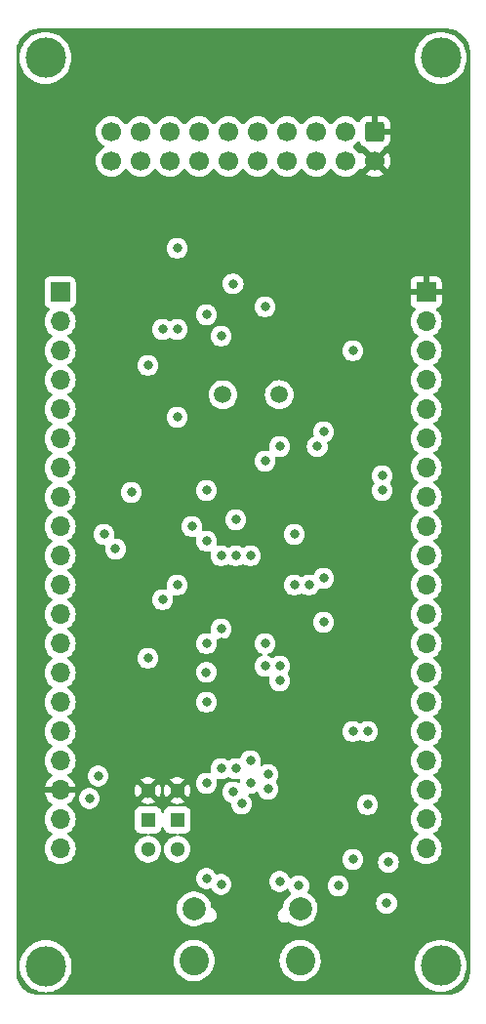
<source format=gbr>
%TF.GenerationSoftware,KiCad,Pcbnew,7.0.9*%
%TF.CreationDate,2023-12-16T00:19:31+09:00*%
%TF.ProjectId,STM32F103_dev_board,53544d33-3246-4313-9033-5f6465765f62,1.2.3*%
%TF.SameCoordinates,Original*%
%TF.FileFunction,Copper,L2,Inr*%
%TF.FilePolarity,Positive*%
%FSLAX46Y46*%
G04 Gerber Fmt 4.6, Leading zero omitted, Abs format (unit mm)*
G04 Created by KiCad (PCBNEW 7.0.9) date 2023-12-16 00:19:31*
%MOMM*%
%LPD*%
G01*
G04 APERTURE LIST*
G04 Aperture macros list*
%AMRoundRect*
0 Rectangle with rounded corners*
0 $1 Rounding radius*
0 $2 $3 $4 $5 $6 $7 $8 $9 X,Y pos of 4 corners*
0 Add a 4 corners polygon primitive as box body*
4,1,4,$2,$3,$4,$5,$6,$7,$8,$9,$2,$3,0*
0 Add four circle primitives for the rounded corners*
1,1,$1+$1,$2,$3*
1,1,$1+$1,$4,$5*
1,1,$1+$1,$6,$7*
1,1,$1+$1,$8,$9*
0 Add four rect primitives between the rounded corners*
20,1,$1+$1,$2,$3,$4,$5,0*
20,1,$1+$1,$4,$5,$6,$7,0*
20,1,$1+$1,$6,$7,$8,$9,0*
20,1,$1+$1,$8,$9,$2,$3,0*%
G04 Aperture macros list end*
%TA.AperFunction,ComponentPad*%
%ADD10R,1.300000X1.300000*%
%TD*%
%TA.AperFunction,ComponentPad*%
%ADD11C,1.300000*%
%TD*%
%TA.AperFunction,ComponentPad*%
%ADD12C,3.500000*%
%TD*%
%TA.AperFunction,ComponentPad*%
%ADD13C,2.000000*%
%TD*%
%TA.AperFunction,ComponentPad*%
%ADD14C,2.565000*%
%TD*%
%TA.AperFunction,ComponentPad*%
%ADD15RoundRect,0.250000X-0.600000X0.600000X-0.600000X-0.600000X0.600000X-0.600000X0.600000X0.600000X0*%
%TD*%
%TA.AperFunction,ComponentPad*%
%ADD16C,1.700000*%
%TD*%
%TA.AperFunction,ComponentPad*%
%ADD17R,1.700000X1.700000*%
%TD*%
%TA.AperFunction,ComponentPad*%
%ADD18O,1.700000X1.700000*%
%TD*%
%TA.AperFunction,ComponentPad*%
%ADD19C,1.500000*%
%TD*%
%TA.AperFunction,ViaPad*%
%ADD20C,0.800000*%
%TD*%
G04 APERTURE END LIST*
D10*
%TO.N,Net-(S2-COM)*%
%TO.C,S2*%
X137160000Y-126365000D03*
D11*
%TO.N,GND*%
X137160000Y-128905000D03*
%TO.N,VCC3V3*%
X137160000Y-123825000D03*
%TD*%
D12*
%TO.N,GND*%
%TO.C,REF\u002A\u002A*%
X162560000Y-60270000D03*
%TD*%
D13*
%TO.N,GND*%
%TO.C,J6*%
X141148000Y-134057000D03*
X150368000Y-134057000D03*
D14*
X141148000Y-138557000D03*
X150368000Y-138557000D03*
%TD*%
D12*
%TO.N,GND*%
%TO.C,REF\u002A\u002A*%
X128285913Y-139053348D03*
%TD*%
%TO.N,GND*%
%TO.C,REF\u002A\u002A*%
X128270000Y-60270000D03*
%TD*%
D15*
%TO.N,VCC3V3*%
%TO.C,J1*%
X156845000Y-66675000D03*
D16*
X156845000Y-69215000D03*
%TO.N,JNTRST*%
X154305000Y-66675000D03*
%TO.N,GND*%
X154305000Y-69215000D03*
%TO.N,JTDI*%
X151765000Y-66675000D03*
%TO.N,GND*%
X151765000Y-69215000D03*
%TO.N,JTMS{slash}SWDIO*%
X149225000Y-66675000D03*
%TO.N,GND*%
X149225000Y-69215000D03*
%TO.N,JTCK{slash}SWCLK*%
X146685000Y-66675000D03*
%TO.N,GND*%
X146685000Y-69215000D03*
%TO.N,Net-(J1-RTCK)*%
X144145000Y-66675000D03*
%TO.N,GND*%
X144145000Y-69215000D03*
%TO.N,JTDO*%
X141605000Y-66675000D03*
%TO.N,GND*%
X141605000Y-69215000D03*
%TO.N,RESET*%
X139065000Y-66675000D03*
%TO.N,GND*%
X139065000Y-69215000D03*
%TO.N,Net-(J1-DBGRQ{slash}NC)*%
X136525000Y-66675000D03*
%TO.N,GND*%
X136525000Y-69215000D03*
%TO.N,Net-(J1-DBGACK{slash}NC)*%
X133985000Y-66675000D03*
%TO.N,GND*%
X133985000Y-69215000D03*
%TD*%
D17*
%TO.N,VCC3V3*%
%TO.C,J3*%
X161290000Y-80590000D03*
D18*
%TO.N,GND*%
X161290000Y-83130000D03*
%TO.N,5V*%
X161290000Y-85670000D03*
%TO.N,PC12*%
X161290000Y-88210000D03*
%TO.N,PC11*%
X161290000Y-90750000D03*
%TO.N,PC10*%
X161290000Y-93290000D03*
%TO.N,PA10{slash}USART1_RX*%
X161290000Y-95830000D03*
%TO.N,PA9{slash}USART1_TX*%
X161290000Y-98370000D03*
%TO.N,PA8*%
X161290000Y-100910000D03*
%TO.N,PC9*%
X161290000Y-103450000D03*
%TO.N,PC8*%
X161290000Y-105990000D03*
%TO.N,PC7*%
X161290000Y-108530000D03*
%TO.N,PC6*%
X161290000Y-111070000D03*
%TO.N,PB15*%
X161290000Y-113610000D03*
%TO.N,PB14*%
X161290000Y-116150000D03*
%TO.N,PB13*%
X161290000Y-118690000D03*
%TO.N,PB12*%
X161290000Y-121230000D03*
%TO.N,PB11*%
X161290000Y-123770000D03*
%TO.N,PB10*%
X161290000Y-126310000D03*
%TO.N,PB1*%
X161290000Y-128850000D03*
%TD*%
D12*
%TO.N,GND*%
%TO.C,REF\u002A\u002A*%
X162560000Y-139010000D03*
%TD*%
D10*
%TO.N,Net-(S3-COM)*%
%TO.C,S3*%
X139700000Y-126365000D03*
D11*
%TO.N,GND*%
X139700000Y-128905000D03*
%TO.N,VCC3V3*%
X139700000Y-123825000D03*
%TD*%
D19*
%TO.N,OSC_OUT*%
%TO.C,Y1*%
X148550000Y-89480000D03*
%TO.N,OSC_IN*%
X143670000Y-89480000D03*
%TD*%
D17*
%TO.N,VBAT*%
%TO.C,J2*%
X129540000Y-80590000D03*
D18*
%TO.N,PB6*%
X129540000Y-83130000D03*
%TO.N,PB7*%
X129540000Y-85670000D03*
%TO.N,PB8*%
X129540000Y-88210000D03*
%TO.N,PB9*%
X129540000Y-90750000D03*
%TO.N,PC13*%
X129540000Y-93290000D03*
%TO.N,PA5*%
X129540000Y-95830000D03*
%TO.N,PA6*%
X129540000Y-98370000D03*
%TO.N,PC0*%
X129540000Y-100910000D03*
%TO.N,PC1*%
X129540000Y-103450000D03*
%TO.N,PC2*%
X129540000Y-105990000D03*
%TO.N,PC3*%
X129540000Y-108530000D03*
%TO.N,PA0*%
X129540000Y-111070000D03*
%TO.N,PA1*%
X129540000Y-113610000D03*
%TO.N,PA2*%
X129540000Y-116150000D03*
%TO.N,PA3*%
X129540000Y-118690000D03*
%TO.N,RESET*%
X129540000Y-121230000D03*
%TO.N,VCC3V3*%
X129540000Y-123770000D03*
%TO.N,GND*%
X129540000Y-126310000D03*
X129540000Y-128850000D03*
%TD*%
D20*
%TO.N,OSC_IN*%
X139700000Y-105990000D03*
X140970000Y-100910000D03*
%TO.N,OSC_OUT*%
X142240000Y-102180000D03*
X142240000Y-111070000D03*
%TO.N,OSC32_IN*%
X147320000Y-95250000D03*
X142240000Y-82550000D03*
X139700000Y-83820000D03*
X152400000Y-92710000D03*
X134345500Y-102870000D03*
%TO.N,OSC32_OUT*%
X149860000Y-101600000D03*
X139700000Y-91440000D03*
X142240000Y-97790000D03*
X133350000Y-101600000D03*
X144780000Y-100330000D03*
%TO.N,PA4*%
X142240000Y-123190000D03*
X146050000Y-123190000D03*
%TO.N,PA12*%
X157480000Y-96520000D03*
%TO.N,PA11*%
X157480000Y-97790000D03*
%TO.N,JNTRST*%
X144780000Y-103450000D03*
%TO.N,JTDI*%
X139700000Y-76780000D03*
X149860000Y-105990000D03*
%TO.N,JTMS{slash}SWDIO*%
X148590000Y-93980000D03*
X152400000Y-105410000D03*
X151854500Y-93980000D03*
%TO.N,JTCK{slash}SWCLK*%
X151130000Y-105990000D03*
%TO.N,JTDO*%
X143510000Y-84400000D03*
X144546054Y-79865958D03*
X146050000Y-103450000D03*
X147320000Y-81860000D03*
%TO.N,PA5*%
X143510000Y-121920000D03*
%TO.N,PA6*%
X144780000Y-121920000D03*
%TO.N,PB11*%
X147574000Y-122428000D03*
%TO.N,PB10*%
X147574000Y-123698000D03*
%TO.N,PB1*%
X146050000Y-121230000D03*
%TO.N,BOOT0*%
X143510000Y-109800000D03*
X132080000Y-124509500D03*
%TO.N,RESET*%
X143510000Y-103450000D03*
X137160000Y-112340000D03*
X154940000Y-85670000D03*
X132842000Y-122555000D03*
%TO.N,GND*%
X142240000Y-131445000D03*
X142240000Y-116150000D03*
X147320000Y-111070000D03*
X142218369Y-113562009D03*
X154940000Y-118690000D03*
X150241000Y-132080000D03*
X153670000Y-132080000D03*
X152400000Y-109220000D03*
X135722701Y-97957299D03*
X138430000Y-83820000D03*
%TO.N,5V*%
X143510000Y-131953000D03*
X156210000Y-118690000D03*
X156210000Y-125040000D03*
X147320000Y-113030000D03*
X158025500Y-130048000D03*
X154935701Y-129789701D03*
X148590000Y-131699000D03*
%TO.N,VCC3V3*%
X148590000Y-116150000D03*
X147320000Y-117348000D03*
X151257000Y-118999000D03*
X143510000Y-110998000D03*
%TO.N,VBAT*%
X137160000Y-86940000D03*
X138430000Y-107260000D03*
%TO.N,USBDP*%
X157861000Y-133604000D03*
X144526000Y-123952000D03*
%TO.N,USBDM*%
X145288000Y-124968000D03*
%TO.N,PA10{slash}USART1_RX*%
X148590000Y-113030000D03*
%TO.N,PA9{slash}USART1_TX*%
X148590000Y-114300000D03*
%TD*%
%TA.AperFunction,Conductor*%
%TO.N,VCC3V3*%
G36*
X155532418Y-67541607D02*
G01*
X155557713Y-67585283D01*
X155560640Y-67594117D01*
X155560643Y-67594124D01*
X155652684Y-67743345D01*
X155776654Y-67867315D01*
X155925875Y-67959356D01*
X155925882Y-67959359D01*
X155998075Y-67983281D01*
X156055520Y-68023053D01*
X156082344Y-68087569D01*
X156082463Y-68098910D01*
X156712466Y-68728913D01*
X156702685Y-68730320D01*
X156571900Y-68790048D01*
X156463239Y-68884202D01*
X156385507Y-69005156D01*
X156361923Y-69085476D01*
X155730073Y-68453626D01*
X155676881Y-68529594D01*
X155622304Y-68573219D01*
X155552806Y-68580413D01*
X155490451Y-68548891D01*
X155473730Y-68529594D01*
X155343494Y-68343597D01*
X155176402Y-68176506D01*
X155176396Y-68176501D01*
X154990842Y-68046575D01*
X154947217Y-67991998D01*
X154940023Y-67922500D01*
X154971546Y-67860145D01*
X154990842Y-67843425D01*
X155013026Y-67827891D01*
X155176401Y-67713495D01*
X155343495Y-67546401D01*
X155343505Y-67546385D01*
X155345015Y-67544588D01*
X155345890Y-67544005D01*
X155347323Y-67542573D01*
X155347610Y-67542860D01*
X155403185Y-67505884D01*
X155473046Y-67504772D01*
X155532418Y-67541607D01*
G37*
%TD.AperFunction*%
%TA.AperFunction,Conductor*%
G36*
X163102019Y-57730633D02*
G01*
X163137198Y-57732938D01*
X163183708Y-57735986D01*
X163365459Y-57748985D01*
X163373100Y-57750015D01*
X163466738Y-57768641D01*
X163489420Y-57773153D01*
X163515023Y-57778722D01*
X163633666Y-57804531D01*
X163640383Y-57806395D01*
X163759437Y-57846809D01*
X163856671Y-57883076D01*
X163891741Y-57896157D01*
X163897499Y-57898643D01*
X164012952Y-57955578D01*
X164134906Y-58022170D01*
X164139634Y-58025032D01*
X164239139Y-58091519D01*
X164246649Y-58096537D01*
X164249358Y-58098454D01*
X164358652Y-58180271D01*
X164362345Y-58183265D01*
X164459502Y-58268469D01*
X164462448Y-58271228D01*
X164558769Y-58367549D01*
X164561526Y-58370492D01*
X164646729Y-58467648D01*
X164649732Y-58471353D01*
X164656751Y-58480728D01*
X164731543Y-58580639D01*
X164733461Y-58583349D01*
X164804962Y-58690357D01*
X164807828Y-58695091D01*
X164874421Y-58817047D01*
X164931355Y-58932499D01*
X164933841Y-58938257D01*
X164970212Y-59035768D01*
X164983196Y-59070578D01*
X165012831Y-59157881D01*
X165023597Y-59189596D01*
X165025472Y-59196352D01*
X165056846Y-59340579D01*
X165079980Y-59456880D01*
X165081015Y-59464560D01*
X165094017Y-59646350D01*
X165099367Y-59727966D01*
X165099500Y-59732023D01*
X165099500Y-139547975D01*
X165099367Y-139552032D01*
X165094017Y-139633648D01*
X165081015Y-139815438D01*
X165079980Y-139823118D01*
X165056846Y-139939420D01*
X165025472Y-140083646D01*
X165023597Y-140090401D01*
X165007554Y-140137665D01*
X164983208Y-140209388D01*
X164983195Y-140209425D01*
X164933841Y-140341741D01*
X164931355Y-140347499D01*
X164874421Y-140462952D01*
X164807828Y-140584907D01*
X164804961Y-140589641D01*
X164733461Y-140696649D01*
X164731543Y-140699359D01*
X164649744Y-140808631D01*
X164646723Y-140812357D01*
X164561529Y-140909502D01*
X164558755Y-140912464D01*
X164462464Y-141008755D01*
X164459502Y-141011529D01*
X164362357Y-141096723D01*
X164358631Y-141099744D01*
X164249359Y-141181543D01*
X164246649Y-141183461D01*
X164139641Y-141254961D01*
X164134907Y-141257828D01*
X164012952Y-141324421D01*
X163897499Y-141381355D01*
X163891741Y-141383841D01*
X163770956Y-141428893D01*
X163759418Y-141433197D01*
X163640401Y-141473597D01*
X163633646Y-141475472D01*
X163489420Y-141506846D01*
X163373118Y-141529980D01*
X163365438Y-141531015D01*
X163183648Y-141544017D01*
X163132582Y-141547364D01*
X163102025Y-141549367D01*
X163097976Y-141549500D01*
X128399470Y-141549500D01*
X128332431Y-141529815D01*
X128286676Y-141477011D01*
X128285215Y-141466854D01*
X128260557Y-141512658D01*
X128199434Y-141546507D01*
X128172356Y-141549500D01*
X127732024Y-141549500D01*
X127727974Y-141549367D01*
X127684336Y-141546507D01*
X127646350Y-141544017D01*
X127464560Y-141531015D01*
X127456880Y-141529980D01*
X127340579Y-141506846D01*
X127196352Y-141475472D01*
X127189596Y-141473597D01*
X127157881Y-141462831D01*
X127070578Y-141433196D01*
X127035768Y-141420212D01*
X126938257Y-141383841D01*
X126932499Y-141381355D01*
X126817047Y-141324421D01*
X126695091Y-141257828D01*
X126690357Y-141254962D01*
X126583349Y-141183461D01*
X126580639Y-141181543D01*
X126521133Y-141136998D01*
X126471353Y-141099732D01*
X126467648Y-141096729D01*
X126370492Y-141011526D01*
X126367549Y-141008769D01*
X126271228Y-140912448D01*
X126268469Y-140909502D01*
X126209817Y-140842622D01*
X126183265Y-140812345D01*
X126180271Y-140808652D01*
X126098454Y-140699358D01*
X126096537Y-140696649D01*
X126074590Y-140663803D01*
X126025032Y-140589634D01*
X126022170Y-140584906D01*
X125955578Y-140462952D01*
X125898643Y-140347499D01*
X125896157Y-140341741D01*
X125880651Y-140300170D01*
X125846805Y-140209425D01*
X125806395Y-140090383D01*
X125804531Y-140083666D01*
X125773153Y-139939420D01*
X125768579Y-139916425D01*
X125750015Y-139823100D01*
X125748985Y-139815459D01*
X125735986Y-139633708D01*
X125731432Y-139564215D01*
X125730633Y-139552019D01*
X125730500Y-139547964D01*
X125730500Y-139053355D01*
X126030584Y-139053355D01*
X126049877Y-139347711D01*
X126049878Y-139347721D01*
X126049879Y-139347728D01*
X126106751Y-139633648D01*
X126107431Y-139637064D01*
X126107434Y-139637078D01*
X126202262Y-139916428D01*
X126332738Y-140181008D01*
X126332742Y-140181015D01*
X126496638Y-140426303D01*
X126691154Y-140648106D01*
X126912957Y-140842622D01*
X127158245Y-141006518D01*
X127158252Y-141006522D01*
X127168405Y-141011529D01*
X127422836Y-141137000D01*
X127702191Y-141231829D01*
X127991533Y-141289382D01*
X128009137Y-141290535D01*
X128180466Y-141301766D01*
X128246075Y-141325793D01*
X128288278Y-141381476D01*
X128288350Y-141382411D01*
X128305757Y-141344297D01*
X128364535Y-141306523D01*
X128391360Y-141301766D01*
X128543614Y-141291786D01*
X128580293Y-141289382D01*
X128869635Y-141231829D01*
X129148990Y-141137000D01*
X129413578Y-141006520D01*
X129658870Y-140842621D01*
X129880671Y-140648106D01*
X130075186Y-140426305D01*
X130239085Y-140181013D01*
X130369565Y-139916425D01*
X130464394Y-139637070D01*
X130521947Y-139347728D01*
X130525794Y-139289023D01*
X130541242Y-139053355D01*
X130541242Y-139053340D01*
X130521948Y-138758984D01*
X130521947Y-138758968D01*
X130481774Y-138557004D01*
X139360000Y-138557004D01*
X139379968Y-138823478D01*
X139379968Y-138823480D01*
X139422540Y-139010000D01*
X139439436Y-139084022D01*
X139537068Y-139332784D01*
X139670685Y-139564216D01*
X139763913Y-139681120D01*
X139837306Y-139773153D01*
X139945000Y-139873077D01*
X140033200Y-139954915D01*
X140254000Y-140105453D01*
X140494770Y-140221402D01*
X140750133Y-140300171D01*
X140750134Y-140300171D01*
X140750137Y-140300172D01*
X141014375Y-140339999D01*
X141014380Y-140339999D01*
X141014383Y-140340000D01*
X141014384Y-140340000D01*
X141281616Y-140340000D01*
X141281617Y-140340000D01*
X141281624Y-140339999D01*
X141545862Y-140300172D01*
X141545863Y-140300171D01*
X141545867Y-140300171D01*
X141801230Y-140221402D01*
X142042000Y-140105453D01*
X142262800Y-139954915D01*
X142458697Y-139773149D01*
X142625315Y-139564216D01*
X142758932Y-139332784D01*
X142856564Y-139084022D01*
X142916030Y-138823488D01*
X142924112Y-138715636D01*
X142936000Y-138557004D01*
X148580000Y-138557004D01*
X148599968Y-138823478D01*
X148599968Y-138823480D01*
X148642540Y-139010000D01*
X148659436Y-139084022D01*
X148757068Y-139332784D01*
X148890685Y-139564216D01*
X148983913Y-139681120D01*
X149057306Y-139773153D01*
X149165000Y-139873077D01*
X149253200Y-139954915D01*
X149474000Y-140105453D01*
X149714770Y-140221402D01*
X149970133Y-140300171D01*
X149970134Y-140300171D01*
X149970137Y-140300172D01*
X150234375Y-140339999D01*
X150234380Y-140339999D01*
X150234383Y-140340000D01*
X150234384Y-140340000D01*
X150501616Y-140340000D01*
X150501617Y-140340000D01*
X150501624Y-140339999D01*
X150765862Y-140300172D01*
X150765863Y-140300171D01*
X150765867Y-140300171D01*
X151021230Y-140221402D01*
X151262000Y-140105453D01*
X151482800Y-139954915D01*
X151678697Y-139773149D01*
X151845315Y-139564216D01*
X151978932Y-139332784D01*
X152076564Y-139084022D01*
X152093458Y-139010007D01*
X160304671Y-139010007D01*
X160323964Y-139304363D01*
X160323965Y-139304373D01*
X160323966Y-139304380D01*
X160373226Y-139552032D01*
X160381518Y-139593716D01*
X160381521Y-139593730D01*
X160476349Y-139873080D01*
X160606825Y-140137660D01*
X160606829Y-140137667D01*
X160770725Y-140382955D01*
X160965241Y-140604758D01*
X161187044Y-140799274D01*
X161352012Y-140909502D01*
X161432335Y-140963172D01*
X161696923Y-141093652D01*
X161976278Y-141188481D01*
X162265620Y-141246034D01*
X162293888Y-141247886D01*
X162559993Y-141265329D01*
X162560000Y-141265329D01*
X162560007Y-141265329D01*
X162795675Y-141249881D01*
X162854380Y-141246034D01*
X163143722Y-141188481D01*
X163423077Y-141093652D01*
X163687665Y-140963172D01*
X163932957Y-140799273D01*
X164154758Y-140604758D01*
X164349273Y-140382957D01*
X164513172Y-140137665D01*
X164643652Y-139873077D01*
X164738481Y-139593722D01*
X164796034Y-139304380D01*
X164810477Y-139084027D01*
X164815329Y-139010007D01*
X164815329Y-139009992D01*
X164796035Y-138715636D01*
X164796034Y-138715620D01*
X164738481Y-138426278D01*
X164643652Y-138146923D01*
X164513172Y-137882336D01*
X164349273Y-137637043D01*
X164272749Y-137549784D01*
X164154758Y-137415241D01*
X163932955Y-137220725D01*
X163687667Y-137056829D01*
X163687660Y-137056825D01*
X163423080Y-136926349D01*
X163143730Y-136831521D01*
X163143724Y-136831519D01*
X163143722Y-136831519D01*
X162854380Y-136773966D01*
X162854373Y-136773965D01*
X162854363Y-136773964D01*
X162560007Y-136754671D01*
X162559993Y-136754671D01*
X162265636Y-136773964D01*
X162265624Y-136773965D01*
X162265620Y-136773966D01*
X162265612Y-136773967D01*
X162265609Y-136773968D01*
X161976283Y-136831518D01*
X161976269Y-136831521D01*
X161696919Y-136926349D01*
X161432334Y-137056828D01*
X161187041Y-137220728D01*
X160965241Y-137415241D01*
X160770728Y-137637041D01*
X160606828Y-137882334D01*
X160476349Y-138146919D01*
X160381521Y-138426269D01*
X160381518Y-138426283D01*
X160323968Y-138715609D01*
X160323964Y-138715636D01*
X160304671Y-139009992D01*
X160304671Y-139010007D01*
X152093458Y-139010007D01*
X152136030Y-138823488D01*
X152144112Y-138715636D01*
X152156000Y-138557004D01*
X152156000Y-138556995D01*
X152136031Y-138290521D01*
X152136031Y-138290519D01*
X152136030Y-138290515D01*
X152136030Y-138290512D01*
X152076564Y-138029978D01*
X151978932Y-137781216D01*
X151845315Y-137549784D01*
X151678697Y-137340851D01*
X151678696Y-137340850D01*
X151678693Y-137340846D01*
X151549232Y-137220725D01*
X151482800Y-137159085D01*
X151262000Y-137008547D01*
X151021230Y-136892598D01*
X150963754Y-136874869D01*
X150765868Y-136813829D01*
X150765862Y-136813827D01*
X150501624Y-136774000D01*
X150501617Y-136774000D01*
X150234383Y-136774000D01*
X150234375Y-136774000D01*
X149970137Y-136813827D01*
X149970131Y-136813829D01*
X149714769Y-136892598D01*
X149474003Y-137008545D01*
X149473999Y-137008547D01*
X149253202Y-137159083D01*
X149057306Y-137340846D01*
X148890685Y-137549784D01*
X148757068Y-137781215D01*
X148659438Y-138029972D01*
X148659433Y-138029989D01*
X148599968Y-138290519D01*
X148599968Y-138290521D01*
X148580000Y-138556995D01*
X148580000Y-138557004D01*
X142936000Y-138557004D01*
X142936000Y-138556995D01*
X142916031Y-138290521D01*
X142916031Y-138290519D01*
X142916030Y-138290515D01*
X142916030Y-138290512D01*
X142856564Y-138029978D01*
X142758932Y-137781216D01*
X142625315Y-137549784D01*
X142458697Y-137340851D01*
X142458696Y-137340850D01*
X142458693Y-137340846D01*
X142329232Y-137220725D01*
X142262800Y-137159085D01*
X142042000Y-137008547D01*
X141801230Y-136892598D01*
X141743754Y-136874869D01*
X141545868Y-136813829D01*
X141545862Y-136813827D01*
X141281624Y-136774000D01*
X141281617Y-136774000D01*
X141014383Y-136774000D01*
X141014375Y-136774000D01*
X140750137Y-136813827D01*
X140750131Y-136813829D01*
X140494769Y-136892598D01*
X140254003Y-137008545D01*
X140253999Y-137008547D01*
X140033202Y-137159083D01*
X139837306Y-137340846D01*
X139670685Y-137549784D01*
X139537068Y-137781215D01*
X139439438Y-138029972D01*
X139439433Y-138029989D01*
X139379968Y-138290519D01*
X139379968Y-138290521D01*
X139360000Y-138556995D01*
X139360000Y-138557004D01*
X130481774Y-138557004D01*
X130464394Y-138469626D01*
X130369565Y-138190271D01*
X130239085Y-137925684D01*
X130075186Y-137680391D01*
X130032568Y-137631795D01*
X129880671Y-137458589D01*
X129658868Y-137264073D01*
X129413580Y-137100177D01*
X129413573Y-137100173D01*
X129148993Y-136969697D01*
X128869643Y-136874869D01*
X128869637Y-136874867D01*
X128869635Y-136874867D01*
X128580293Y-136817314D01*
X128580286Y-136817313D01*
X128580276Y-136817312D01*
X128285920Y-136798019D01*
X128285906Y-136798019D01*
X127991549Y-136817312D01*
X127991537Y-136817313D01*
X127991533Y-136817314D01*
X127991525Y-136817315D01*
X127991522Y-136817316D01*
X127702196Y-136874866D01*
X127702182Y-136874869D01*
X127422832Y-136969697D01*
X127158247Y-137100176D01*
X126912954Y-137264076D01*
X126691154Y-137458589D01*
X126496641Y-137680389D01*
X126332741Y-137925682D01*
X126202262Y-138190267D01*
X126107434Y-138469617D01*
X126107431Y-138469631D01*
X126049881Y-138758957D01*
X126049877Y-138758984D01*
X126030584Y-139053340D01*
X126030584Y-139053355D01*
X125730500Y-139053355D01*
X125730500Y-134057005D01*
X139642357Y-134057005D01*
X139662890Y-134304812D01*
X139662892Y-134304824D01*
X139723936Y-134545881D01*
X139823826Y-134773606D01*
X139959833Y-134981782D01*
X139959836Y-134981785D01*
X140128256Y-135164738D01*
X140324491Y-135317474D01*
X140543190Y-135435828D01*
X140778386Y-135516571D01*
X141023665Y-135557500D01*
X141272335Y-135557500D01*
X141517614Y-135516571D01*
X141752810Y-135435828D01*
X141971509Y-135317474D01*
X142076990Y-135235374D01*
X142141980Y-135209733D01*
X142210520Y-135223299D01*
X142212832Y-135224538D01*
X142216632Y-135226627D01*
X142375823Y-135267500D01*
X142375827Y-135267500D01*
X142498923Y-135267500D01*
X142498925Y-135267500D01*
X142498930Y-135267499D01*
X142498934Y-135267499D01*
X142512174Y-135265826D01*
X142621058Y-135252071D01*
X142773871Y-135191568D01*
X142778452Y-135188240D01*
X142906835Y-135094965D01*
X142906835Y-135094963D01*
X142906837Y-135094963D01*
X143011600Y-134968326D01*
X143081579Y-134819613D01*
X143112376Y-134658170D01*
X143102056Y-134494140D01*
X143051268Y-134337829D01*
X142963202Y-134199060D01*
X142896278Y-134136214D01*
X142843396Y-134086554D01*
X142843391Y-134086551D01*
X142705491Y-134010739D01*
X142656228Y-133961194D01*
X142641654Y-133912321D01*
X142633108Y-133809179D01*
X142628823Y-133792259D01*
X142572063Y-133568118D01*
X142472173Y-133340393D01*
X142336166Y-133132217D01*
X142280533Y-133071784D01*
X142167744Y-132949262D01*
X141971509Y-132796526D01*
X141971507Y-132796525D01*
X141971506Y-132796524D01*
X141752811Y-132678172D01*
X141752802Y-132678169D01*
X141517616Y-132597429D01*
X141272335Y-132556500D01*
X141023665Y-132556500D01*
X140778383Y-132597429D01*
X140543197Y-132678169D01*
X140543188Y-132678172D01*
X140324493Y-132796524D01*
X140128257Y-132949261D01*
X139959833Y-133132217D01*
X139823826Y-133340393D01*
X139723936Y-133568118D01*
X139662892Y-133809175D01*
X139662890Y-133809187D01*
X139642357Y-134056994D01*
X139642357Y-134057005D01*
X125730500Y-134057005D01*
X125730500Y-131445000D01*
X141334540Y-131445000D01*
X141354326Y-131633256D01*
X141354327Y-131633259D01*
X141412818Y-131813277D01*
X141412821Y-131813284D01*
X141507467Y-131977216D01*
X141634129Y-132117888D01*
X141787265Y-132229148D01*
X141787270Y-132229151D01*
X141960192Y-132306142D01*
X141960197Y-132306144D01*
X142145354Y-132345500D01*
X142145355Y-132345500D01*
X142334644Y-132345500D01*
X142334646Y-132345500D01*
X142519803Y-132306144D01*
X142540534Y-132296913D01*
X142609782Y-132287628D01*
X142673059Y-132317256D01*
X142698356Y-132348192D01*
X142777467Y-132485216D01*
X142837942Y-132552380D01*
X142904129Y-132625888D01*
X143057265Y-132737148D01*
X143057270Y-132737151D01*
X143230192Y-132814142D01*
X143230197Y-132814144D01*
X143415354Y-132853500D01*
X143415355Y-132853500D01*
X143604644Y-132853500D01*
X143604646Y-132853500D01*
X143789803Y-132814144D01*
X143962730Y-132737151D01*
X144115871Y-132625888D01*
X144242533Y-132485216D01*
X144337179Y-132321284D01*
X144395674Y-132141256D01*
X144415460Y-131953000D01*
X144395674Y-131764744D01*
X144374312Y-131699000D01*
X147684540Y-131699000D01*
X147704326Y-131887256D01*
X147704327Y-131887259D01*
X147762818Y-132067277D01*
X147762821Y-132067284D01*
X147857467Y-132231216D01*
X147890821Y-132268259D01*
X147984129Y-132371888D01*
X148137265Y-132483148D01*
X148137270Y-132483151D01*
X148310192Y-132560142D01*
X148310197Y-132560144D01*
X148495354Y-132599500D01*
X148495355Y-132599500D01*
X148684644Y-132599500D01*
X148684646Y-132599500D01*
X148869803Y-132560144D01*
X149042730Y-132483151D01*
X149195871Y-132371888D01*
X149195875Y-132371883D01*
X149200700Y-132367540D01*
X149202011Y-132368996D01*
X149253546Y-132337238D01*
X149323403Y-132338560D01*
X149381456Y-132377439D01*
X149404155Y-132418536D01*
X149413819Y-132448280D01*
X149413821Y-132448284D01*
X149508467Y-132612216D01*
X149531742Y-132638065D01*
X149561972Y-132701056D01*
X149553348Y-132770392D01*
X149515756Y-132818891D01*
X149348258Y-132949260D01*
X149179833Y-133132217D01*
X149043826Y-133340393D01*
X148943936Y-133568118D01*
X148882892Y-133809175D01*
X148882890Y-133809187D01*
X148874039Y-133916006D01*
X148848886Y-133981191D01*
X148796113Y-134021057D01*
X148742132Y-134042430D01*
X148742121Y-134042436D01*
X148609164Y-134139034D01*
X148609162Y-134139037D01*
X148504400Y-134265673D01*
X148434420Y-134414387D01*
X148419207Y-134494139D01*
X148403624Y-134575830D01*
X148403624Y-134575832D01*
X148403624Y-134575833D01*
X148413944Y-134739860D01*
X148464732Y-134896171D01*
X148464734Y-134896175D01*
X148552798Y-135034940D01*
X148672603Y-135147445D01*
X148672611Y-135147451D01*
X148816628Y-135226625D01*
X148816632Y-135226627D01*
X148975823Y-135267500D01*
X148975827Y-135267500D01*
X149098923Y-135267500D01*
X149098925Y-135267500D01*
X149098930Y-135267499D01*
X149098934Y-135267499D01*
X149112174Y-135265826D01*
X149221058Y-135252071D01*
X149313852Y-135215330D01*
X149383430Y-135208954D01*
X149435662Y-135232770D01*
X149544482Y-135317468D01*
X149544488Y-135317472D01*
X149544491Y-135317474D01*
X149763190Y-135435828D01*
X149998386Y-135516571D01*
X150243665Y-135557500D01*
X150492335Y-135557500D01*
X150737614Y-135516571D01*
X150972810Y-135435828D01*
X151191509Y-135317474D01*
X151387744Y-135164738D01*
X151556164Y-134981785D01*
X151692173Y-134773607D01*
X151792063Y-134545881D01*
X151853108Y-134304821D01*
X151861872Y-134199059D01*
X151873643Y-134057005D01*
X151873643Y-134056994D01*
X151853109Y-133809187D01*
X151853107Y-133809175D01*
X151801150Y-133604000D01*
X156955540Y-133604000D01*
X156975326Y-133792256D01*
X156975327Y-133792259D01*
X157033818Y-133972277D01*
X157033821Y-133972284D01*
X157128467Y-134136216D01*
X157245031Y-134265673D01*
X157255129Y-134276888D01*
X157408265Y-134388148D01*
X157408270Y-134388151D01*
X157581192Y-134465142D01*
X157581197Y-134465144D01*
X157766354Y-134504500D01*
X157766355Y-134504500D01*
X157955644Y-134504500D01*
X157955646Y-134504500D01*
X158140803Y-134465144D01*
X158313730Y-134388151D01*
X158466871Y-134276888D01*
X158593533Y-134136216D01*
X158688179Y-133972284D01*
X158746674Y-133792256D01*
X158766460Y-133604000D01*
X158746674Y-133415744D01*
X158688179Y-133235716D01*
X158593533Y-133071784D01*
X158466871Y-132931112D01*
X158466870Y-132931111D01*
X158313734Y-132819851D01*
X158313729Y-132819848D01*
X158140807Y-132742857D01*
X158140802Y-132742855D01*
X157995001Y-132711865D01*
X157955646Y-132703500D01*
X157766354Y-132703500D01*
X157733897Y-132710398D01*
X157581197Y-132742855D01*
X157581192Y-132742857D01*
X157408270Y-132819848D01*
X157408265Y-132819851D01*
X157255129Y-132931111D01*
X157128466Y-133071785D01*
X157033821Y-133235715D01*
X157033818Y-133235722D01*
X156999809Y-133340393D01*
X156975326Y-133415744D01*
X156955540Y-133604000D01*
X151801150Y-133604000D01*
X151792063Y-133568118D01*
X151692173Y-133340393D01*
X151556166Y-133132217D01*
X151500533Y-133071784D01*
X151387744Y-132949262D01*
X151191509Y-132796526D01*
X151191508Y-132796525D01*
X151191505Y-132796523D01*
X151191503Y-132796522D01*
X151056449Y-132723435D01*
X151006858Y-132674215D01*
X150991750Y-132605999D01*
X151008079Y-132552380D01*
X151046857Y-132485214D01*
X151068179Y-132448284D01*
X151126674Y-132268256D01*
X151146460Y-132080000D01*
X152764540Y-132080000D01*
X152784326Y-132268256D01*
X152784327Y-132268259D01*
X152842818Y-132448277D01*
X152842821Y-132448284D01*
X152937467Y-132612216D01*
X153017459Y-132701056D01*
X153064129Y-132752888D01*
X153217265Y-132864148D01*
X153217270Y-132864151D01*
X153390192Y-132941142D01*
X153390197Y-132941144D01*
X153575354Y-132980500D01*
X153575355Y-132980500D01*
X153764644Y-132980500D01*
X153764646Y-132980500D01*
X153949803Y-132941144D01*
X154122730Y-132864151D01*
X154275871Y-132752888D01*
X154402533Y-132612216D01*
X154497179Y-132448284D01*
X154555674Y-132268256D01*
X154575460Y-132080000D01*
X154555674Y-131891744D01*
X154497179Y-131711716D01*
X154402533Y-131547784D01*
X154275871Y-131407112D01*
X154275870Y-131407111D01*
X154122734Y-131295851D01*
X154122729Y-131295848D01*
X153949807Y-131218857D01*
X153949802Y-131218855D01*
X153804001Y-131187865D01*
X153764646Y-131179500D01*
X153575354Y-131179500D01*
X153542897Y-131186398D01*
X153390197Y-131218855D01*
X153390192Y-131218857D01*
X153217270Y-131295848D01*
X153217265Y-131295851D01*
X153064129Y-131407111D01*
X152937466Y-131547785D01*
X152842821Y-131711715D01*
X152842818Y-131711722D01*
X152809819Y-131813284D01*
X152784326Y-131891744D01*
X152764540Y-132080000D01*
X151146460Y-132080000D01*
X151126674Y-131891744D01*
X151068179Y-131711716D01*
X150973533Y-131547784D01*
X150846871Y-131407112D01*
X150846870Y-131407111D01*
X150693734Y-131295851D01*
X150693729Y-131295848D01*
X150520807Y-131218857D01*
X150520802Y-131218855D01*
X150375001Y-131187865D01*
X150335646Y-131179500D01*
X150146354Y-131179500D01*
X150113897Y-131186398D01*
X149961197Y-131218855D01*
X149961192Y-131218857D01*
X149788270Y-131295848D01*
X149788265Y-131295851D01*
X149635129Y-131407111D01*
X149630300Y-131411460D01*
X149628994Y-131410009D01*
X149577409Y-131441773D01*
X149507552Y-131440425D01*
X149449514Y-131401525D01*
X149426844Y-131360461D01*
X149417182Y-131330724D01*
X149417180Y-131330720D01*
X149417179Y-131330716D01*
X149322533Y-131166784D01*
X149195871Y-131026112D01*
X149195870Y-131026111D01*
X149042734Y-130914851D01*
X149042729Y-130914848D01*
X148869807Y-130837857D01*
X148869802Y-130837855D01*
X148724001Y-130806865D01*
X148684646Y-130798500D01*
X148495354Y-130798500D01*
X148462897Y-130805398D01*
X148310197Y-130837855D01*
X148310192Y-130837857D01*
X148137270Y-130914848D01*
X148137265Y-130914851D01*
X147984129Y-131026111D01*
X147857466Y-131166785D01*
X147762821Y-131330715D01*
X147762818Y-131330722D01*
X147704327Y-131510740D01*
X147704326Y-131510744D01*
X147684540Y-131699000D01*
X144374312Y-131699000D01*
X144337179Y-131584716D01*
X144242533Y-131420784D01*
X144115871Y-131280112D01*
X144083708Y-131256744D01*
X143962734Y-131168851D01*
X143962729Y-131168848D01*
X143789807Y-131091857D01*
X143789802Y-131091855D01*
X143644001Y-131060865D01*
X143604646Y-131052500D01*
X143415354Y-131052500D01*
X143382897Y-131059398D01*
X143230197Y-131091855D01*
X143230191Y-131091857D01*
X143209461Y-131101087D01*
X143140211Y-131110370D01*
X143076935Y-131080740D01*
X143051642Y-131049805D01*
X142972536Y-130912788D01*
X142972534Y-130912785D01*
X142905066Y-130837855D01*
X142845871Y-130772112D01*
X142845870Y-130772111D01*
X142692734Y-130660851D01*
X142692729Y-130660848D01*
X142519807Y-130583857D01*
X142519802Y-130583855D01*
X142374001Y-130552865D01*
X142334646Y-130544500D01*
X142145354Y-130544500D01*
X142112897Y-130551398D01*
X141960197Y-130583855D01*
X141960192Y-130583857D01*
X141787270Y-130660848D01*
X141787265Y-130660851D01*
X141634129Y-130772111D01*
X141507466Y-130912785D01*
X141412821Y-131076715D01*
X141412818Y-131076722D01*
X141366636Y-131218857D01*
X141354326Y-131256744D01*
X141334540Y-131445000D01*
X125730500Y-131445000D01*
X125730500Y-128850000D01*
X128184341Y-128850000D01*
X128204936Y-129085403D01*
X128204938Y-129085413D01*
X128266094Y-129313655D01*
X128266096Y-129313659D01*
X128266097Y-129313663D01*
X128359168Y-129513253D01*
X128365965Y-129527830D01*
X128365967Y-129527834D01*
X128472316Y-129679715D01*
X128501505Y-129721401D01*
X128668599Y-129888495D01*
X128741152Y-129939297D01*
X128862165Y-130024032D01*
X128862167Y-130024033D01*
X128862170Y-130024035D01*
X129076337Y-130123903D01*
X129304592Y-130185063D01*
X129492918Y-130201539D01*
X129539999Y-130205659D01*
X129540000Y-130205659D01*
X129540001Y-130205659D01*
X129579234Y-130202226D01*
X129775408Y-130185063D01*
X130003663Y-130123903D01*
X130217830Y-130024035D01*
X130411401Y-129888495D01*
X130578495Y-129721401D01*
X130714035Y-129527830D01*
X130813903Y-129313663D01*
X130875063Y-129085408D01*
X130890847Y-128905000D01*
X136004571Y-128905000D01*
X136024244Y-129117310D01*
X136080112Y-129313664D01*
X136082596Y-129322392D01*
X136082596Y-129322394D01*
X136177632Y-129513253D01*
X136303345Y-129679722D01*
X136306128Y-129683407D01*
X136463698Y-129827052D01*
X136644981Y-129939298D01*
X136843802Y-130016321D01*
X137053390Y-130055500D01*
X137053392Y-130055500D01*
X137266608Y-130055500D01*
X137266610Y-130055500D01*
X137476198Y-130016321D01*
X137675019Y-129939298D01*
X137856302Y-129827052D01*
X138013872Y-129683407D01*
X138142366Y-129513255D01*
X138142367Y-129513253D01*
X138237403Y-129322394D01*
X138237403Y-129322393D01*
X138237405Y-129322389D01*
X138295756Y-129117310D01*
X138306529Y-129001047D01*
X138332315Y-128936111D01*
X138376869Y-128904194D01*
X138340497Y-128883331D01*
X138308307Y-128821318D01*
X138306529Y-128808951D01*
X138305849Y-128801613D01*
X138295756Y-128692690D01*
X138237405Y-128487611D01*
X138237403Y-128487606D01*
X138237403Y-128487605D01*
X138142367Y-128296746D01*
X138013872Y-128126593D01*
X137856302Y-127982948D01*
X137675019Y-127870702D01*
X137675017Y-127870701D01*
X137522215Y-127811506D01*
X137476198Y-127793679D01*
X137303456Y-127761387D01*
X137241176Y-127729719D01*
X137205903Y-127669407D01*
X137208837Y-127599599D01*
X137249046Y-127542459D01*
X137313764Y-127516128D01*
X137326234Y-127515499D01*
X137857872Y-127515499D01*
X137917483Y-127509091D01*
X138052331Y-127458796D01*
X138167546Y-127372546D01*
X138253796Y-127257331D01*
X138304091Y-127122483D01*
X138306710Y-127098115D01*
X138333445Y-127033568D01*
X138390837Y-126993719D01*
X138460662Y-126991223D01*
X138520752Y-127026874D01*
X138552028Y-127089352D01*
X138553288Y-127098116D01*
X138555907Y-127122480D01*
X138606202Y-127257328D01*
X138606206Y-127257335D01*
X138692452Y-127372544D01*
X138692455Y-127372547D01*
X138807664Y-127458793D01*
X138807671Y-127458797D01*
X138942517Y-127509091D01*
X138942516Y-127509091D01*
X138949444Y-127509835D01*
X139002127Y-127515500D01*
X139533758Y-127515499D01*
X139600795Y-127535183D01*
X139646550Y-127587987D01*
X139656494Y-127657146D01*
X139627469Y-127720702D01*
X139568691Y-127758476D01*
X139556542Y-127761388D01*
X139500116Y-127771935D01*
X139383802Y-127793679D01*
X139383800Y-127793679D01*
X139383798Y-127793680D01*
X139184982Y-127870701D01*
X139184980Y-127870702D01*
X139003699Y-127982947D01*
X138846127Y-128126593D01*
X138717632Y-128296746D01*
X138622596Y-128487605D01*
X138622596Y-128487607D01*
X138564244Y-128692689D01*
X138553471Y-128808951D01*
X138527685Y-128873888D01*
X138483130Y-128905804D01*
X138519503Y-128926668D01*
X138551693Y-128988681D01*
X138553470Y-129001047D01*
X138564244Y-129117310D01*
X138620112Y-129313664D01*
X138622596Y-129322392D01*
X138622596Y-129322394D01*
X138717632Y-129513253D01*
X138843345Y-129679722D01*
X138846128Y-129683407D01*
X139003698Y-129827052D01*
X139184981Y-129939298D01*
X139383802Y-130016321D01*
X139593390Y-130055500D01*
X139593392Y-130055500D01*
X139806608Y-130055500D01*
X139806610Y-130055500D01*
X140016198Y-130016321D01*
X140215019Y-129939298D01*
X140396302Y-129827052D01*
X140437274Y-129789701D01*
X154030241Y-129789701D01*
X154050027Y-129977957D01*
X154050028Y-129977960D01*
X154108519Y-130157978D01*
X154108522Y-130157985D01*
X154203168Y-130321917D01*
X154288137Y-130416284D01*
X154329830Y-130462589D01*
X154482966Y-130573849D01*
X154482971Y-130573852D01*
X154655893Y-130650843D01*
X154655898Y-130650845D01*
X154841055Y-130690201D01*
X154841056Y-130690201D01*
X155030345Y-130690201D01*
X155030347Y-130690201D01*
X155215504Y-130650845D01*
X155388431Y-130573852D01*
X155541572Y-130462589D01*
X155668234Y-130321917D01*
X155762880Y-130157985D01*
X155798617Y-130048000D01*
X157120040Y-130048000D01*
X157139826Y-130236256D01*
X157139827Y-130236259D01*
X157198318Y-130416277D01*
X157198321Y-130416284D01*
X157292967Y-130580216D01*
X157391998Y-130690201D01*
X157419629Y-130720888D01*
X157572765Y-130832148D01*
X157572770Y-130832151D01*
X157745692Y-130909142D01*
X157745697Y-130909144D01*
X157930854Y-130948500D01*
X157930855Y-130948500D01*
X158120144Y-130948500D01*
X158120146Y-130948500D01*
X158305303Y-130909144D01*
X158478230Y-130832151D01*
X158631371Y-130720888D01*
X158758033Y-130580216D01*
X158852679Y-130416284D01*
X158911174Y-130236256D01*
X158930960Y-130048000D01*
X158911174Y-129859744D01*
X158852679Y-129679716D01*
X158758033Y-129515784D01*
X158631371Y-129375112D01*
X158558811Y-129322394D01*
X158478234Y-129263851D01*
X158478229Y-129263848D01*
X158305307Y-129186857D01*
X158305302Y-129186855D01*
X158159501Y-129155865D01*
X158120146Y-129147500D01*
X157930854Y-129147500D01*
X157898397Y-129154398D01*
X157745697Y-129186855D01*
X157745692Y-129186857D01*
X157572770Y-129263848D01*
X157572765Y-129263851D01*
X157419629Y-129375111D01*
X157292966Y-129515785D01*
X157198321Y-129679715D01*
X157198318Y-129679722D01*
X157162584Y-129789701D01*
X157139826Y-129859744D01*
X157120040Y-130048000D01*
X155798617Y-130048000D01*
X155821375Y-129977957D01*
X155841161Y-129789701D01*
X155821375Y-129601445D01*
X155762880Y-129421417D01*
X155668234Y-129257485D01*
X155541572Y-129116813D01*
X155541571Y-129116812D01*
X155388435Y-129005552D01*
X155388430Y-129005549D01*
X155215508Y-128928558D01*
X155215503Y-128928556D01*
X155069702Y-128897566D01*
X155030347Y-128889201D01*
X154841055Y-128889201D01*
X154808598Y-128896099D01*
X154655898Y-128928556D01*
X154655893Y-128928558D01*
X154482971Y-129005549D01*
X154482966Y-129005552D01*
X154329830Y-129116812D01*
X154203167Y-129257486D01*
X154108522Y-129421416D01*
X154108519Y-129421423D01*
X154050028Y-129601441D01*
X154050027Y-129601445D01*
X154030241Y-129789701D01*
X140437274Y-129789701D01*
X140553872Y-129683407D01*
X140682366Y-129513255D01*
X140682367Y-129513253D01*
X140777403Y-129322394D01*
X140777403Y-129322393D01*
X140777405Y-129322389D01*
X140835756Y-129117310D01*
X140855429Y-128905000D01*
X140850333Y-128850000D01*
X159934341Y-128850000D01*
X159954936Y-129085403D01*
X159954938Y-129085413D01*
X160016094Y-129313655D01*
X160016096Y-129313659D01*
X160016097Y-129313663D01*
X160109168Y-129513253D01*
X160115965Y-129527830D01*
X160115967Y-129527834D01*
X160222316Y-129679715D01*
X160251505Y-129721401D01*
X160418599Y-129888495D01*
X160491152Y-129939297D01*
X160612165Y-130024032D01*
X160612167Y-130024033D01*
X160612170Y-130024035D01*
X160826337Y-130123903D01*
X161054592Y-130185063D01*
X161242918Y-130201539D01*
X161289999Y-130205659D01*
X161290000Y-130205659D01*
X161290001Y-130205659D01*
X161329234Y-130202226D01*
X161525408Y-130185063D01*
X161753663Y-130123903D01*
X161967830Y-130024035D01*
X162161401Y-129888495D01*
X162328495Y-129721401D01*
X162464035Y-129527830D01*
X162563903Y-129313663D01*
X162625063Y-129085408D01*
X162645659Y-128850000D01*
X162625063Y-128614592D01*
X162563903Y-128386337D01*
X162464035Y-128172171D01*
X162331541Y-127982948D01*
X162328494Y-127978597D01*
X162161402Y-127811506D01*
X162161396Y-127811501D01*
X161975842Y-127681575D01*
X161932217Y-127626998D01*
X161925023Y-127557500D01*
X161956546Y-127495145D01*
X161975842Y-127478425D01*
X162127051Y-127372547D01*
X162161401Y-127348495D01*
X162328495Y-127181401D01*
X162464035Y-126987830D01*
X162563903Y-126773663D01*
X162625063Y-126545408D01*
X162645659Y-126310000D01*
X162625063Y-126074592D01*
X162578588Y-125901142D01*
X162563905Y-125846344D01*
X162563904Y-125846343D01*
X162563903Y-125846337D01*
X162464035Y-125632171D01*
X162463834Y-125631883D01*
X162328494Y-125438597D01*
X162161402Y-125271506D01*
X162161396Y-125271501D01*
X161975842Y-125141575D01*
X161932217Y-125086998D01*
X161925023Y-125017500D01*
X161956546Y-124955145D01*
X161975842Y-124938425D01*
X162062456Y-124877777D01*
X162161401Y-124808495D01*
X162328495Y-124641401D01*
X162464035Y-124447830D01*
X162563903Y-124233663D01*
X162625063Y-124005408D01*
X162645659Y-123770000D01*
X162625063Y-123534592D01*
X162563903Y-123306337D01*
X162464035Y-123092171D01*
X162463115Y-123090856D01*
X162328494Y-122898597D01*
X162161402Y-122731506D01*
X162161396Y-122731501D01*
X161975842Y-122601575D01*
X161932217Y-122546998D01*
X161925023Y-122477500D01*
X161956546Y-122415145D01*
X161975842Y-122398425D01*
X162075195Y-122328857D01*
X162161401Y-122268495D01*
X162328495Y-122101401D01*
X162464035Y-121907830D01*
X162563903Y-121693663D01*
X162625063Y-121465408D01*
X162645659Y-121230000D01*
X162625063Y-120994592D01*
X162563903Y-120766337D01*
X162464035Y-120552171D01*
X162389590Y-120445851D01*
X162328494Y-120358597D01*
X162161402Y-120191506D01*
X162161396Y-120191501D01*
X161975842Y-120061575D01*
X161932217Y-120006998D01*
X161925023Y-119937500D01*
X161956546Y-119875145D01*
X161975842Y-119858425D01*
X161998026Y-119842891D01*
X162161401Y-119728495D01*
X162328495Y-119561401D01*
X162464035Y-119367830D01*
X162563903Y-119153663D01*
X162625063Y-118925408D01*
X162645659Y-118690000D01*
X162625063Y-118454592D01*
X162563903Y-118226337D01*
X162464035Y-118012171D01*
X162461676Y-118008801D01*
X162328494Y-117818597D01*
X162161402Y-117651506D01*
X162161396Y-117651501D01*
X161975842Y-117521575D01*
X161932217Y-117466998D01*
X161925023Y-117397500D01*
X161956546Y-117335145D01*
X161975842Y-117318425D01*
X161998026Y-117302891D01*
X162161401Y-117188495D01*
X162328495Y-117021401D01*
X162464035Y-116827830D01*
X162563903Y-116613663D01*
X162625063Y-116385408D01*
X162645659Y-116150000D01*
X162625063Y-115914592D01*
X162563903Y-115686337D01*
X162464035Y-115472171D01*
X162389590Y-115365851D01*
X162328494Y-115278597D01*
X162161402Y-115111506D01*
X162161396Y-115111501D01*
X161975842Y-114981575D01*
X161932217Y-114926998D01*
X161925023Y-114857500D01*
X161956546Y-114795145D01*
X161975842Y-114778425D01*
X162133149Y-114668277D01*
X162161401Y-114648495D01*
X162328495Y-114481401D01*
X162464035Y-114287830D01*
X162563903Y-114073663D01*
X162625063Y-113845408D01*
X162645659Y-113610000D01*
X162625063Y-113374592D01*
X162563903Y-113146337D01*
X162464035Y-112932171D01*
X162433892Y-112889121D01*
X162328494Y-112738597D01*
X162161402Y-112571506D01*
X162161396Y-112571501D01*
X161975842Y-112441575D01*
X161932217Y-112386998D01*
X161925023Y-112317500D01*
X161956546Y-112255145D01*
X161975842Y-112238425D01*
X162075195Y-112168857D01*
X162161401Y-112108495D01*
X162328495Y-111941401D01*
X162464035Y-111747830D01*
X162563903Y-111533663D01*
X162625063Y-111305408D01*
X162645659Y-111070000D01*
X162625063Y-110834592D01*
X162563903Y-110606337D01*
X162464035Y-110392171D01*
X162452827Y-110376163D01*
X162328494Y-110198597D01*
X162161402Y-110031506D01*
X162161396Y-110031501D01*
X161975842Y-109901575D01*
X161932217Y-109846998D01*
X161925023Y-109777500D01*
X161956546Y-109715145D01*
X161975842Y-109698425D01*
X162099635Y-109611744D01*
X162161401Y-109568495D01*
X162328495Y-109401401D01*
X162464035Y-109207830D01*
X162563903Y-108993663D01*
X162625063Y-108765408D01*
X162645659Y-108530000D01*
X162625063Y-108294592D01*
X162563903Y-108066337D01*
X162464035Y-107852171D01*
X162422055Y-107792216D01*
X162328494Y-107658597D01*
X162161402Y-107491506D01*
X162161396Y-107491501D01*
X161975842Y-107361575D01*
X161932217Y-107306998D01*
X161925023Y-107237500D01*
X161956546Y-107175145D01*
X161975842Y-107158425D01*
X162099635Y-107071744D01*
X162161401Y-107028495D01*
X162328495Y-106861401D01*
X162464035Y-106667830D01*
X162563903Y-106453663D01*
X162625063Y-106225408D01*
X162645659Y-105990000D01*
X162625063Y-105754592D01*
X162563903Y-105526337D01*
X162464035Y-105312171D01*
X162461676Y-105308801D01*
X162328494Y-105118597D01*
X162161402Y-104951506D01*
X162161396Y-104951501D01*
X161975842Y-104821575D01*
X161932217Y-104766998D01*
X161925023Y-104697500D01*
X161956546Y-104635145D01*
X161975842Y-104618425D01*
X162075195Y-104548857D01*
X162161401Y-104488495D01*
X162328495Y-104321401D01*
X162464035Y-104127830D01*
X162563903Y-103913663D01*
X162625063Y-103685408D01*
X162645659Y-103450000D01*
X162625063Y-103214592D01*
X162563903Y-102986337D01*
X162464035Y-102772171D01*
X162461676Y-102768801D01*
X162328494Y-102578597D01*
X162161402Y-102411506D01*
X162161396Y-102411501D01*
X161975842Y-102281575D01*
X161932217Y-102226998D01*
X161925023Y-102157500D01*
X161956546Y-102095145D01*
X161975842Y-102078425D01*
X162075195Y-102008857D01*
X162161401Y-101948495D01*
X162328495Y-101781401D01*
X162464035Y-101587830D01*
X162563903Y-101373663D01*
X162625063Y-101145408D01*
X162645659Y-100910000D01*
X162625063Y-100674592D01*
X162563903Y-100446337D01*
X162464035Y-100232171D01*
X162389590Y-100125851D01*
X162328494Y-100038597D01*
X162161402Y-99871506D01*
X162161396Y-99871501D01*
X161975842Y-99741575D01*
X161932217Y-99686998D01*
X161925023Y-99617500D01*
X161956546Y-99555145D01*
X161975842Y-99538425D01*
X162075195Y-99468857D01*
X162161401Y-99408495D01*
X162328495Y-99241401D01*
X162464035Y-99047830D01*
X162563903Y-98833663D01*
X162625063Y-98605408D01*
X162645659Y-98370000D01*
X162625063Y-98134592D01*
X162563903Y-97906337D01*
X162464035Y-97692171D01*
X162328495Y-97498599D01*
X162328494Y-97498597D01*
X162161402Y-97331506D01*
X162161396Y-97331501D01*
X161975842Y-97201575D01*
X161932217Y-97146998D01*
X161925023Y-97077500D01*
X161956546Y-97015145D01*
X161975842Y-96998425D01*
X162075195Y-96928857D01*
X162161401Y-96868495D01*
X162328495Y-96701401D01*
X162464035Y-96507830D01*
X162563903Y-96293663D01*
X162625063Y-96065408D01*
X162645659Y-95830000D01*
X162625063Y-95594592D01*
X162563903Y-95366337D01*
X162464035Y-95152171D01*
X162400717Y-95061742D01*
X162328494Y-94958597D01*
X162161402Y-94791506D01*
X162161396Y-94791501D01*
X161975842Y-94661575D01*
X161932217Y-94606998D01*
X161925023Y-94537500D01*
X161956546Y-94475145D01*
X161975842Y-94458425D01*
X162075195Y-94388857D01*
X162161401Y-94328495D01*
X162328495Y-94161401D01*
X162464035Y-93967830D01*
X162563903Y-93753663D01*
X162625063Y-93525408D01*
X162645659Y-93290000D01*
X162625063Y-93054592D01*
X162563903Y-92826337D01*
X162464035Y-92612171D01*
X162328495Y-92418599D01*
X162328494Y-92418597D01*
X162161402Y-92251506D01*
X162161396Y-92251501D01*
X161975842Y-92121575D01*
X161932217Y-92066998D01*
X161925023Y-91997500D01*
X161956546Y-91935145D01*
X161975842Y-91918425D01*
X162075195Y-91848857D01*
X162161401Y-91788495D01*
X162328495Y-91621401D01*
X162464035Y-91427830D01*
X162563903Y-91213663D01*
X162625063Y-90985408D01*
X162645659Y-90750000D01*
X162625063Y-90514592D01*
X162563903Y-90286337D01*
X162464035Y-90072171D01*
X162350008Y-89909322D01*
X162328494Y-89878597D01*
X162161402Y-89711506D01*
X162161396Y-89711501D01*
X161975842Y-89581575D01*
X161932217Y-89526998D01*
X161925023Y-89457500D01*
X161956546Y-89395145D01*
X161975842Y-89378425D01*
X161998026Y-89362891D01*
X162161401Y-89248495D01*
X162328495Y-89081401D01*
X162464035Y-88887830D01*
X162563903Y-88673663D01*
X162625063Y-88445408D01*
X162645659Y-88210000D01*
X162625063Y-87974592D01*
X162563903Y-87746337D01*
X162464035Y-87532171D01*
X162422055Y-87472216D01*
X162328494Y-87338597D01*
X162161402Y-87171506D01*
X162161396Y-87171501D01*
X161975842Y-87041575D01*
X161932217Y-86986998D01*
X161925023Y-86917500D01*
X161956546Y-86855145D01*
X161975842Y-86838425D01*
X162099635Y-86751744D01*
X162161401Y-86708495D01*
X162328495Y-86541401D01*
X162464035Y-86347830D01*
X162563903Y-86133663D01*
X162625063Y-85905408D01*
X162645659Y-85670000D01*
X162625063Y-85434592D01*
X162563903Y-85206337D01*
X162464035Y-84992171D01*
X162422055Y-84932216D01*
X162328494Y-84798597D01*
X162161402Y-84631506D01*
X162161396Y-84631501D01*
X161975842Y-84501575D01*
X161932217Y-84446998D01*
X161925023Y-84377500D01*
X161956546Y-84315145D01*
X161975842Y-84298425D01*
X162099635Y-84211744D01*
X162161401Y-84168495D01*
X162328495Y-84001401D01*
X162464035Y-83807830D01*
X162563903Y-83593663D01*
X162625063Y-83365408D01*
X162645659Y-83130000D01*
X162625063Y-82894592D01*
X162563903Y-82666337D01*
X162464035Y-82452171D01*
X162422054Y-82392216D01*
X162328496Y-82258600D01*
X162298173Y-82228277D01*
X162206179Y-82136283D01*
X162172696Y-82074963D01*
X162177680Y-82005271D01*
X162219551Y-81949337D01*
X162250529Y-81932422D01*
X162382086Y-81883354D01*
X162382093Y-81883350D01*
X162497187Y-81797190D01*
X162497190Y-81797187D01*
X162583350Y-81682093D01*
X162583354Y-81682086D01*
X162633596Y-81547379D01*
X162633598Y-81547372D01*
X162639999Y-81487844D01*
X162640000Y-81487827D01*
X162640000Y-80840000D01*
X161723686Y-80840000D01*
X161749493Y-80799844D01*
X161790000Y-80661889D01*
X161790000Y-80518111D01*
X161749493Y-80380156D01*
X161723686Y-80340000D01*
X162640000Y-80340000D01*
X162640000Y-79692172D01*
X162639999Y-79692155D01*
X162633598Y-79632627D01*
X162633596Y-79632620D01*
X162583354Y-79497913D01*
X162583350Y-79497906D01*
X162497190Y-79382812D01*
X162497187Y-79382809D01*
X162382093Y-79296649D01*
X162382086Y-79296645D01*
X162247379Y-79246403D01*
X162247372Y-79246401D01*
X162187844Y-79240000D01*
X161540000Y-79240000D01*
X161540000Y-80154498D01*
X161432315Y-80105320D01*
X161325763Y-80090000D01*
X161254237Y-80090000D01*
X161147685Y-80105320D01*
X161040000Y-80154498D01*
X161040000Y-79240000D01*
X160392155Y-79240000D01*
X160332627Y-79246401D01*
X160332620Y-79246403D01*
X160197913Y-79296645D01*
X160197906Y-79296649D01*
X160082812Y-79382809D01*
X160082809Y-79382812D01*
X159996649Y-79497906D01*
X159996645Y-79497913D01*
X159946403Y-79632620D01*
X159946401Y-79632627D01*
X159940000Y-79692155D01*
X159940000Y-80340000D01*
X160856314Y-80340000D01*
X160830507Y-80380156D01*
X160790000Y-80518111D01*
X160790000Y-80661889D01*
X160830507Y-80799844D01*
X160856314Y-80840000D01*
X159940000Y-80840000D01*
X159940000Y-81487844D01*
X159946401Y-81547372D01*
X159946403Y-81547379D01*
X159996645Y-81682086D01*
X159996649Y-81682093D01*
X160082809Y-81797187D01*
X160082812Y-81797190D01*
X160197906Y-81883350D01*
X160197913Y-81883354D01*
X160329470Y-81932421D01*
X160385403Y-81974292D01*
X160409821Y-82039756D01*
X160394970Y-82108029D01*
X160373819Y-82136284D01*
X160251503Y-82258600D01*
X160115965Y-82452169D01*
X160115964Y-82452171D01*
X160016098Y-82666335D01*
X160016094Y-82666344D01*
X159954938Y-82894586D01*
X159954936Y-82894596D01*
X159934341Y-83129999D01*
X159934341Y-83130000D01*
X159954936Y-83365403D01*
X159954938Y-83365413D01*
X160016094Y-83593655D01*
X160016096Y-83593659D01*
X160016097Y-83593663D01*
X160115965Y-83807830D01*
X160115967Y-83807834D01*
X160251501Y-84001395D01*
X160251506Y-84001402D01*
X160418597Y-84168493D01*
X160418603Y-84168498D01*
X160604158Y-84298425D01*
X160647783Y-84353002D01*
X160654977Y-84422500D01*
X160623454Y-84484855D01*
X160604158Y-84501575D01*
X160418597Y-84631505D01*
X160251505Y-84798597D01*
X160115965Y-84992169D01*
X160115964Y-84992171D01*
X160016098Y-85206335D01*
X160016094Y-85206344D01*
X159954938Y-85434586D01*
X159954936Y-85434596D01*
X159934341Y-85669999D01*
X159934341Y-85670000D01*
X159954936Y-85905403D01*
X159954938Y-85905413D01*
X160016094Y-86133655D01*
X160016096Y-86133659D01*
X160016097Y-86133663D01*
X160113661Y-86342888D01*
X160115965Y-86347830D01*
X160115967Y-86347834D01*
X160251501Y-86541395D01*
X160251506Y-86541402D01*
X160418597Y-86708493D01*
X160418603Y-86708498D01*
X160604158Y-86838425D01*
X160647783Y-86893002D01*
X160654977Y-86962500D01*
X160623454Y-87024855D01*
X160604158Y-87041575D01*
X160418597Y-87171505D01*
X160251505Y-87338597D01*
X160115965Y-87532169D01*
X160115964Y-87532171D01*
X160016098Y-87746335D01*
X160016094Y-87746344D01*
X159954938Y-87974586D01*
X159954936Y-87974596D01*
X159934341Y-88209999D01*
X159934341Y-88210000D01*
X159954936Y-88445403D01*
X159954938Y-88445413D01*
X160016094Y-88673655D01*
X160016096Y-88673659D01*
X160016097Y-88673663D01*
X160099426Y-88852362D01*
X160115965Y-88887830D01*
X160115967Y-88887834D01*
X160251501Y-89081395D01*
X160251506Y-89081402D01*
X160418597Y-89248493D01*
X160418603Y-89248498D01*
X160604158Y-89378425D01*
X160647783Y-89433002D01*
X160654977Y-89502500D01*
X160623454Y-89564855D01*
X160604158Y-89581575D01*
X160418597Y-89711505D01*
X160251505Y-89878597D01*
X160115965Y-90072169D01*
X160115964Y-90072171D01*
X160016098Y-90286335D01*
X160016094Y-90286344D01*
X159954938Y-90514586D01*
X159954936Y-90514596D01*
X159934341Y-90749999D01*
X159934341Y-90750000D01*
X159954936Y-90985403D01*
X159954938Y-90985413D01*
X160016094Y-91213655D01*
X160016096Y-91213659D01*
X160016097Y-91213663D01*
X160033853Y-91251740D01*
X160115965Y-91427830D01*
X160115967Y-91427834D01*
X160251501Y-91621395D01*
X160251506Y-91621402D01*
X160418597Y-91788493D01*
X160418603Y-91788498D01*
X160604158Y-91918425D01*
X160647783Y-91973002D01*
X160654977Y-92042500D01*
X160623454Y-92104855D01*
X160604158Y-92121575D01*
X160418597Y-92251505D01*
X160251505Y-92418597D01*
X160115965Y-92612169D01*
X160115964Y-92612171D01*
X160016098Y-92826335D01*
X160016094Y-92826344D01*
X159954938Y-93054586D01*
X159954936Y-93054596D01*
X159934341Y-93289999D01*
X159934341Y-93290000D01*
X159954936Y-93525403D01*
X159954938Y-93525413D01*
X160016094Y-93753655D01*
X160016096Y-93753659D01*
X160016097Y-93753663D01*
X160033853Y-93791740D01*
X160115965Y-93967830D01*
X160115967Y-93967834D01*
X160251501Y-94161395D01*
X160251506Y-94161402D01*
X160418597Y-94328493D01*
X160418603Y-94328498D01*
X160604158Y-94458425D01*
X160647783Y-94513002D01*
X160654977Y-94582500D01*
X160623454Y-94644855D01*
X160604158Y-94661575D01*
X160418597Y-94791505D01*
X160251505Y-94958597D01*
X160115965Y-95152169D01*
X160115964Y-95152171D01*
X160016098Y-95366335D01*
X160016094Y-95366344D01*
X159954938Y-95594586D01*
X159954936Y-95594596D01*
X159934341Y-95829999D01*
X159934341Y-95830000D01*
X159954936Y-96065403D01*
X159954938Y-96065413D01*
X160016094Y-96293655D01*
X160016096Y-96293659D01*
X160016097Y-96293663D01*
X160033853Y-96331740D01*
X160115965Y-96507830D01*
X160115967Y-96507834D01*
X160251501Y-96701395D01*
X160251506Y-96701402D01*
X160418597Y-96868493D01*
X160418603Y-96868498D01*
X160604158Y-96998425D01*
X160647783Y-97053002D01*
X160654977Y-97122500D01*
X160623454Y-97184855D01*
X160604158Y-97201575D01*
X160418597Y-97331505D01*
X160251505Y-97498597D01*
X160115965Y-97692169D01*
X160115964Y-97692171D01*
X160016098Y-97906335D01*
X160016094Y-97906344D01*
X159954938Y-98134586D01*
X159954936Y-98134596D01*
X159934341Y-98369999D01*
X159934341Y-98370000D01*
X159954936Y-98605403D01*
X159954938Y-98605413D01*
X160016094Y-98833655D01*
X160016096Y-98833659D01*
X160016097Y-98833663D01*
X160027352Y-98857799D01*
X160115965Y-99047830D01*
X160115967Y-99047834D01*
X160251501Y-99241395D01*
X160251506Y-99241402D01*
X160418597Y-99408493D01*
X160418603Y-99408498D01*
X160604158Y-99538425D01*
X160647783Y-99593002D01*
X160654977Y-99662500D01*
X160623454Y-99724855D01*
X160604158Y-99741575D01*
X160418597Y-99871505D01*
X160251505Y-100038597D01*
X160115965Y-100232169D01*
X160115964Y-100232171D01*
X160016098Y-100446335D01*
X160016094Y-100446344D01*
X159954938Y-100674586D01*
X159954936Y-100674596D01*
X159934341Y-100909999D01*
X159934341Y-100910000D01*
X159954936Y-101145403D01*
X159954938Y-101145413D01*
X160016094Y-101373655D01*
X160016096Y-101373659D01*
X160016097Y-101373663D01*
X160113661Y-101582888D01*
X160115965Y-101587830D01*
X160115967Y-101587834D01*
X160251501Y-101781395D01*
X160251506Y-101781402D01*
X160418597Y-101948493D01*
X160418603Y-101948498D01*
X160604158Y-102078425D01*
X160647783Y-102133002D01*
X160654977Y-102202500D01*
X160623454Y-102264855D01*
X160604158Y-102281575D01*
X160418597Y-102411505D01*
X160251505Y-102578597D01*
X160115965Y-102772169D01*
X160115964Y-102772171D01*
X160016098Y-102986335D01*
X160016094Y-102986344D01*
X159954938Y-103214586D01*
X159954936Y-103214596D01*
X159934341Y-103449999D01*
X159934341Y-103450000D01*
X159954936Y-103685403D01*
X159954938Y-103685413D01*
X160016094Y-103913655D01*
X160016096Y-103913659D01*
X160016097Y-103913663D01*
X160048063Y-103982214D01*
X160115965Y-104127830D01*
X160115967Y-104127834D01*
X160251501Y-104321395D01*
X160251506Y-104321402D01*
X160418597Y-104488493D01*
X160418603Y-104488498D01*
X160604158Y-104618425D01*
X160647783Y-104673002D01*
X160654977Y-104742500D01*
X160623454Y-104804855D01*
X160604158Y-104821575D01*
X160418597Y-104951505D01*
X160251505Y-105118597D01*
X160115965Y-105312169D01*
X160115964Y-105312171D01*
X160016098Y-105526335D01*
X160016094Y-105526344D01*
X159954938Y-105754586D01*
X159954936Y-105754596D01*
X159934341Y-105989999D01*
X159934341Y-105990000D01*
X159954936Y-106225403D01*
X159954938Y-106225413D01*
X160016094Y-106453655D01*
X160016096Y-106453659D01*
X160016097Y-106453663D01*
X160098575Y-106630537D01*
X160115965Y-106667830D01*
X160115967Y-106667834D01*
X160251501Y-106861395D01*
X160251506Y-106861402D01*
X160418597Y-107028493D01*
X160418603Y-107028498D01*
X160604158Y-107158425D01*
X160647783Y-107213002D01*
X160654977Y-107282500D01*
X160623454Y-107344855D01*
X160604158Y-107361575D01*
X160418597Y-107491505D01*
X160251505Y-107658597D01*
X160115965Y-107852169D01*
X160115964Y-107852171D01*
X160016098Y-108066335D01*
X160016094Y-108066344D01*
X159954938Y-108294586D01*
X159954936Y-108294596D01*
X159934341Y-108529999D01*
X159934341Y-108530000D01*
X159954936Y-108765403D01*
X159954938Y-108765413D01*
X160016094Y-108993655D01*
X160016096Y-108993659D01*
X160016097Y-108993663D01*
X160115965Y-109207830D01*
X160115967Y-109207834D01*
X160251501Y-109401395D01*
X160251506Y-109401402D01*
X160418597Y-109568493D01*
X160418603Y-109568498D01*
X160604158Y-109698425D01*
X160647783Y-109753002D01*
X160654977Y-109822500D01*
X160623454Y-109884855D01*
X160604158Y-109901575D01*
X160418597Y-110031505D01*
X160251505Y-110198597D01*
X160115965Y-110392169D01*
X160115964Y-110392171D01*
X160016098Y-110606335D01*
X160016094Y-110606344D01*
X159954938Y-110834586D01*
X159954936Y-110834596D01*
X159934341Y-111069999D01*
X159934341Y-111070000D01*
X159954936Y-111305403D01*
X159954938Y-111305413D01*
X160016094Y-111533655D01*
X160016096Y-111533659D01*
X160016097Y-111533663D01*
X160113661Y-111742888D01*
X160115965Y-111747830D01*
X160115967Y-111747834D01*
X160251501Y-111941395D01*
X160251506Y-111941402D01*
X160418597Y-112108493D01*
X160418603Y-112108498D01*
X160604158Y-112238425D01*
X160647783Y-112293002D01*
X160654977Y-112362500D01*
X160623454Y-112424855D01*
X160604158Y-112441575D01*
X160418597Y-112571505D01*
X160251505Y-112738597D01*
X160115965Y-112932169D01*
X160115964Y-112932171D01*
X160016098Y-113146335D01*
X160016094Y-113146344D01*
X159954938Y-113374586D01*
X159954936Y-113374596D01*
X159934341Y-113609999D01*
X159934341Y-113610000D01*
X159954936Y-113845403D01*
X159954938Y-113845413D01*
X160016094Y-114073655D01*
X160016096Y-114073659D01*
X160016097Y-114073663D01*
X160033853Y-114111740D01*
X160115965Y-114287830D01*
X160115967Y-114287834D01*
X160251501Y-114481395D01*
X160251506Y-114481402D01*
X160418597Y-114648493D01*
X160418603Y-114648498D01*
X160604158Y-114778425D01*
X160647783Y-114833002D01*
X160654977Y-114902500D01*
X160623454Y-114964855D01*
X160604158Y-114981575D01*
X160418597Y-115111505D01*
X160251505Y-115278597D01*
X160115965Y-115472169D01*
X160115964Y-115472171D01*
X160016098Y-115686335D01*
X160016094Y-115686344D01*
X159954938Y-115914586D01*
X159954936Y-115914596D01*
X159934341Y-116149999D01*
X159934341Y-116150000D01*
X159954936Y-116385403D01*
X159954938Y-116385413D01*
X160016094Y-116613655D01*
X160016096Y-116613659D01*
X160016097Y-116613663D01*
X160048063Y-116682214D01*
X160115965Y-116827830D01*
X160115967Y-116827834D01*
X160251501Y-117021395D01*
X160251506Y-117021402D01*
X160418597Y-117188493D01*
X160418603Y-117188498D01*
X160604158Y-117318425D01*
X160647783Y-117373002D01*
X160654977Y-117442500D01*
X160623454Y-117504855D01*
X160604158Y-117521575D01*
X160418597Y-117651505D01*
X160251505Y-117818597D01*
X160115965Y-118012169D01*
X160115964Y-118012171D01*
X160016098Y-118226335D01*
X160016094Y-118226344D01*
X159954938Y-118454586D01*
X159954936Y-118454596D01*
X159934341Y-118689999D01*
X159934341Y-118690000D01*
X159954936Y-118925403D01*
X159954938Y-118925413D01*
X160016094Y-119153655D01*
X160016096Y-119153659D01*
X160016097Y-119153663D01*
X160048063Y-119222214D01*
X160115965Y-119367830D01*
X160115967Y-119367834D01*
X160251501Y-119561395D01*
X160251506Y-119561402D01*
X160418597Y-119728493D01*
X160418603Y-119728498D01*
X160604158Y-119858425D01*
X160647783Y-119913002D01*
X160654977Y-119982500D01*
X160623454Y-120044855D01*
X160604158Y-120061575D01*
X160418597Y-120191505D01*
X160251505Y-120358597D01*
X160115965Y-120552169D01*
X160115964Y-120552171D01*
X160016098Y-120766335D01*
X160016094Y-120766344D01*
X159954938Y-120994586D01*
X159954936Y-120994596D01*
X159934341Y-121229999D01*
X159934341Y-121230000D01*
X159954936Y-121465403D01*
X159954938Y-121465413D01*
X160016094Y-121693655D01*
X160016096Y-121693659D01*
X160016097Y-121693663D01*
X160110348Y-121895784D01*
X160115965Y-121907830D01*
X160115967Y-121907834D01*
X160251501Y-122101395D01*
X160251506Y-122101402D01*
X160418597Y-122268493D01*
X160418603Y-122268498D01*
X160604158Y-122398425D01*
X160647783Y-122453002D01*
X160654977Y-122522500D01*
X160623454Y-122584855D01*
X160604158Y-122601575D01*
X160418597Y-122731505D01*
X160251505Y-122898597D01*
X160115965Y-123092169D01*
X160115964Y-123092171D01*
X160016098Y-123306335D01*
X160016094Y-123306344D01*
X159954938Y-123534586D01*
X159954936Y-123534596D01*
X159934341Y-123769999D01*
X159934341Y-123770000D01*
X159954936Y-124005403D01*
X159954938Y-124005413D01*
X160016094Y-124233655D01*
X160016096Y-124233659D01*
X160016097Y-124233663D01*
X160080086Y-124370888D01*
X160115965Y-124447830D01*
X160115967Y-124447834D01*
X160193908Y-124559144D01*
X160239942Y-124624888D01*
X160251501Y-124641395D01*
X160251506Y-124641402D01*
X160418597Y-124808493D01*
X160418603Y-124808498D01*
X160604158Y-124938425D01*
X160647783Y-124993002D01*
X160654977Y-125062500D01*
X160623454Y-125124855D01*
X160604158Y-125141575D01*
X160418597Y-125271505D01*
X160251505Y-125438597D01*
X160115965Y-125632169D01*
X160115964Y-125632171D01*
X160016098Y-125846335D01*
X160016094Y-125846344D01*
X159954938Y-126074586D01*
X159954936Y-126074596D01*
X159934341Y-126309999D01*
X159934341Y-126310000D01*
X159954936Y-126545403D01*
X159954938Y-126545413D01*
X160016094Y-126773655D01*
X160016096Y-126773659D01*
X160016097Y-126773663D01*
X160115965Y-126987830D01*
X160115967Y-126987834D01*
X160251501Y-127181395D01*
X160251506Y-127181402D01*
X160418597Y-127348493D01*
X160418603Y-127348498D01*
X160604158Y-127478425D01*
X160647783Y-127533002D01*
X160654977Y-127602500D01*
X160623454Y-127664855D01*
X160604158Y-127681575D01*
X160418597Y-127811505D01*
X160251505Y-127978597D01*
X160115965Y-128172169D01*
X160115964Y-128172171D01*
X160016098Y-128386335D01*
X160016094Y-128386344D01*
X159954938Y-128614586D01*
X159954936Y-128614596D01*
X159934341Y-128849999D01*
X159934341Y-128850000D01*
X140850333Y-128850000D01*
X140835756Y-128692690D01*
X140777405Y-128487611D01*
X140777403Y-128487606D01*
X140777403Y-128487605D01*
X140682367Y-128296746D01*
X140553872Y-128126593D01*
X140396302Y-127982948D01*
X140215019Y-127870702D01*
X140215017Y-127870701D01*
X140062215Y-127811506D01*
X140016198Y-127793679D01*
X139843456Y-127761387D01*
X139781176Y-127729719D01*
X139745903Y-127669407D01*
X139748837Y-127599599D01*
X139789046Y-127542459D01*
X139853764Y-127516128D01*
X139866234Y-127515499D01*
X140397872Y-127515499D01*
X140457483Y-127509091D01*
X140592331Y-127458796D01*
X140707546Y-127372546D01*
X140793796Y-127257331D01*
X140844091Y-127122483D01*
X140850500Y-127062873D01*
X140850499Y-125667128D01*
X140844091Y-125607517D01*
X140804070Y-125500216D01*
X140793797Y-125472671D01*
X140793793Y-125472664D01*
X140707547Y-125357455D01*
X140707544Y-125357452D01*
X140592335Y-125271206D01*
X140592328Y-125271202D01*
X140457482Y-125220908D01*
X140457483Y-125220908D01*
X140397883Y-125214501D01*
X140397881Y-125214500D01*
X140397873Y-125214500D01*
X140397865Y-125214500D01*
X139863521Y-125214500D01*
X139796482Y-125194815D01*
X139750727Y-125142011D01*
X139740783Y-125072853D01*
X139769808Y-125009297D01*
X139828586Y-124971523D01*
X139840736Y-124968611D01*
X140016058Y-124935837D01*
X140016063Y-124935836D01*
X140214789Y-124858850D01*
X140214793Y-124858848D01*
X140317007Y-124795560D01*
X139744401Y-124222953D01*
X139825148Y-124210165D01*
X139938045Y-124152641D01*
X140027641Y-124063045D01*
X140085165Y-123950148D01*
X140097953Y-123869400D01*
X140673163Y-124444610D01*
X140681935Y-124432996D01*
X140681938Y-124432991D01*
X140776935Y-124242211D01*
X140776941Y-124242196D01*
X140835261Y-124037219D01*
X140835262Y-124037216D01*
X140854927Y-123825000D01*
X140854927Y-123824999D01*
X140835262Y-123612783D01*
X140835261Y-123612780D01*
X140776941Y-123407803D01*
X140776933Y-123407783D01*
X140681940Y-123217010D01*
X140673163Y-123205388D01*
X140097953Y-123780598D01*
X140085165Y-123699852D01*
X140027641Y-123586955D01*
X139938045Y-123497359D01*
X139825148Y-123439835D01*
X139744400Y-123427046D01*
X139981446Y-123190000D01*
X141334540Y-123190000D01*
X141354326Y-123378256D01*
X141354327Y-123378259D01*
X141412818Y-123558277D01*
X141412821Y-123558284D01*
X141507467Y-123722216D01*
X141610469Y-123836611D01*
X141634129Y-123862888D01*
X141787265Y-123974148D01*
X141787270Y-123974151D01*
X141960192Y-124051142D01*
X141960197Y-124051144D01*
X142145354Y-124090500D01*
X142145355Y-124090500D01*
X142334644Y-124090500D01*
X142334646Y-124090500D01*
X142519803Y-124051144D01*
X142692730Y-123974151D01*
X142845871Y-123862888D01*
X142972533Y-123722216D01*
X143067179Y-123558284D01*
X143125674Y-123378256D01*
X143145460Y-123190000D01*
X143125674Y-123001744D01*
X143107292Y-122945173D01*
X143105298Y-122875335D01*
X143141378Y-122815502D01*
X143204078Y-122784673D01*
X143251005Y-122785567D01*
X143321774Y-122800609D01*
X143415354Y-122820500D01*
X143415355Y-122820500D01*
X143604644Y-122820500D01*
X143604646Y-122820500D01*
X143789803Y-122781144D01*
X143962730Y-122704151D01*
X144072117Y-122624676D01*
X144137920Y-122601198D01*
X144205974Y-122617023D01*
X144217871Y-122624668D01*
X144327270Y-122704151D01*
X144500192Y-122781142D01*
X144500193Y-122781142D01*
X144500197Y-122781144D01*
X144571393Y-122796277D01*
X144618124Y-122806210D01*
X144669556Y-122833976D01*
X144704221Y-122820859D01*
X144713656Y-122820500D01*
X144874644Y-122820500D01*
X144874646Y-122820500D01*
X145038994Y-122785567D01*
X145108661Y-122790883D01*
X145164395Y-122833020D01*
X145188500Y-122898600D01*
X145182706Y-122945174D01*
X145164327Y-123001738D01*
X145164327Y-123001740D01*
X145164326Y-123001744D01*
X145157191Y-123069627D01*
X145130607Y-123134240D01*
X145073310Y-123174225D01*
X145003491Y-123176885D01*
X144983435Y-123169943D01*
X144805807Y-123090857D01*
X144805800Y-123090855D01*
X144687876Y-123065790D01*
X144636443Y-123038023D01*
X144601779Y-123051141D01*
X144592344Y-123051500D01*
X144431354Y-123051500D01*
X144398897Y-123058398D01*
X144246197Y-123090855D01*
X144246192Y-123090857D01*
X144073270Y-123167848D01*
X144073265Y-123167851D01*
X143920129Y-123279111D01*
X143793466Y-123419785D01*
X143698821Y-123583715D01*
X143698818Y-123583722D01*
X143640327Y-123763740D01*
X143640326Y-123763744D01*
X143620540Y-123952000D01*
X143640326Y-124140256D01*
X143640327Y-124140259D01*
X143698818Y-124320277D01*
X143698821Y-124320284D01*
X143793467Y-124484216D01*
X143920129Y-124624888D01*
X144073265Y-124736148D01*
X144073270Y-124736151D01*
X144246191Y-124813142D01*
X144246193Y-124813142D01*
X144246197Y-124813144D01*
X144286271Y-124821661D01*
X144347750Y-124854852D01*
X144381528Y-124916014D01*
X144383810Y-124955907D01*
X144382540Y-124967995D01*
X144382540Y-124967997D01*
X144382540Y-124968000D01*
X144402326Y-125156256D01*
X144402327Y-125156259D01*
X144460818Y-125336277D01*
X144460821Y-125336284D01*
X144555467Y-125500216D01*
X144652081Y-125607516D01*
X144682129Y-125640888D01*
X144835265Y-125752148D01*
X144835270Y-125752151D01*
X145008192Y-125829142D01*
X145008197Y-125829144D01*
X145193354Y-125868500D01*
X145193355Y-125868500D01*
X145382644Y-125868500D01*
X145382646Y-125868500D01*
X145567803Y-125829144D01*
X145740730Y-125752151D01*
X145893871Y-125640888D01*
X146020533Y-125500216D01*
X146115179Y-125336284D01*
X146173674Y-125156256D01*
X146185893Y-125040000D01*
X155304540Y-125040000D01*
X155324326Y-125228256D01*
X155324327Y-125228259D01*
X155382818Y-125408277D01*
X155382821Y-125408284D01*
X155477467Y-125572216D01*
X155562933Y-125667135D01*
X155604129Y-125712888D01*
X155757265Y-125824148D01*
X155757270Y-125824151D01*
X155930192Y-125901142D01*
X155930197Y-125901144D01*
X156115354Y-125940500D01*
X156115355Y-125940500D01*
X156304644Y-125940500D01*
X156304646Y-125940500D01*
X156489803Y-125901144D01*
X156662730Y-125824151D01*
X156815871Y-125712888D01*
X156942533Y-125572216D01*
X157037179Y-125408284D01*
X157095674Y-125228256D01*
X157115460Y-125040000D01*
X157095674Y-124851744D01*
X157037179Y-124671716D01*
X156942533Y-124507784D01*
X156815871Y-124367112D01*
X156815870Y-124367111D01*
X156662734Y-124255851D01*
X156662729Y-124255848D01*
X156489807Y-124178857D01*
X156489802Y-124178855D01*
X156312747Y-124141222D01*
X156304646Y-124139500D01*
X156115354Y-124139500D01*
X156107253Y-124141222D01*
X155930197Y-124178855D01*
X155930192Y-124178857D01*
X155757270Y-124255848D01*
X155757265Y-124255851D01*
X155604129Y-124367111D01*
X155477466Y-124507785D01*
X155382821Y-124671715D01*
X155382818Y-124671722D01*
X155336868Y-124813144D01*
X155324326Y-124851744D01*
X155304540Y-125040000D01*
X146185893Y-125040000D01*
X146193460Y-124968000D01*
X146173674Y-124779744D01*
X146115179Y-124599716D01*
X146020533Y-124435784D01*
X145895996Y-124297472D01*
X145865766Y-124234481D01*
X145874391Y-124165145D01*
X145919133Y-124111480D01*
X145985785Y-124090522D01*
X145988146Y-124090500D01*
X146144644Y-124090500D01*
X146144646Y-124090500D01*
X146329803Y-124051144D01*
X146502730Y-123974151D01*
X146525119Y-123957884D01*
X146537908Y-123948593D01*
X146603714Y-123925112D01*
X146671768Y-123940937D01*
X146720463Y-123991042D01*
X146728725Y-124010591D01*
X146746819Y-124066280D01*
X146746821Y-124066284D01*
X146841467Y-124230216D01*
X146877289Y-124270000D01*
X146968129Y-124370888D01*
X147121265Y-124482148D01*
X147121270Y-124482151D01*
X147294192Y-124559142D01*
X147294197Y-124559144D01*
X147479354Y-124598500D01*
X147479355Y-124598500D01*
X147668644Y-124598500D01*
X147668646Y-124598500D01*
X147853803Y-124559144D01*
X148026730Y-124482151D01*
X148179871Y-124370888D01*
X148306533Y-124230216D01*
X148401179Y-124066284D01*
X148459674Y-123886256D01*
X148479460Y-123698000D01*
X148459674Y-123509744D01*
X148401179Y-123329716D01*
X148306533Y-123165784D01*
X148288693Y-123145971D01*
X148258464Y-123082981D01*
X148267089Y-123013646D01*
X148288694Y-122980028D01*
X148306533Y-122960216D01*
X148401179Y-122796284D01*
X148459674Y-122616256D01*
X148479460Y-122428000D01*
X148459674Y-122239744D01*
X148401179Y-122059716D01*
X148306533Y-121895784D01*
X148179871Y-121755112D01*
X148147708Y-121731744D01*
X148026734Y-121643851D01*
X148026729Y-121643848D01*
X147853807Y-121566857D01*
X147853802Y-121566855D01*
X147708001Y-121535865D01*
X147668646Y-121527500D01*
X147479354Y-121527500D01*
X147446897Y-121534398D01*
X147294197Y-121566855D01*
X147294192Y-121566857D01*
X147121270Y-121643848D01*
X147121267Y-121643850D01*
X147091116Y-121665756D01*
X147025309Y-121689234D01*
X146957256Y-121673407D01*
X146908562Y-121623300D01*
X146894688Y-121554822D01*
X146900300Y-121527122D01*
X146935674Y-121418256D01*
X146955460Y-121230000D01*
X146935674Y-121041744D01*
X146877179Y-120861716D01*
X146782533Y-120697784D01*
X146655871Y-120557112D01*
X146655870Y-120557111D01*
X146502734Y-120445851D01*
X146502729Y-120445848D01*
X146329807Y-120368857D01*
X146329802Y-120368855D01*
X146184001Y-120337865D01*
X146144646Y-120329500D01*
X145955354Y-120329500D01*
X145922897Y-120336398D01*
X145770197Y-120368855D01*
X145770192Y-120368857D01*
X145597270Y-120445848D01*
X145597265Y-120445851D01*
X145444129Y-120557111D01*
X145317466Y-120697785D01*
X145222821Y-120861715D01*
X145222819Y-120861719D01*
X145186874Y-120972348D01*
X145147436Y-121030023D01*
X145083077Y-121057221D01*
X145043162Y-121055319D01*
X144874646Y-121019500D01*
X144685354Y-121019500D01*
X144652897Y-121026398D01*
X144500197Y-121058855D01*
X144500192Y-121058857D01*
X144327270Y-121135848D01*
X144327265Y-121135851D01*
X144217885Y-121215321D01*
X144152079Y-121238801D01*
X144084025Y-121222975D01*
X144072115Y-121215321D01*
X143962734Y-121135851D01*
X143962729Y-121135848D01*
X143789807Y-121058857D01*
X143789802Y-121058855D01*
X143644001Y-121027865D01*
X143604646Y-121019500D01*
X143415354Y-121019500D01*
X143382897Y-121026398D01*
X143230197Y-121058855D01*
X143230192Y-121058857D01*
X143057270Y-121135848D01*
X143057265Y-121135851D01*
X142904129Y-121247111D01*
X142777466Y-121387785D01*
X142682821Y-121551715D01*
X142682818Y-121551722D01*
X142636636Y-121693857D01*
X142624326Y-121731744D01*
X142604540Y-121920000D01*
X142624326Y-122108256D01*
X142624327Y-122108259D01*
X142642706Y-122164824D01*
X142644701Y-122234665D01*
X142608621Y-122294498D01*
X142545920Y-122325326D01*
X142498995Y-122324433D01*
X142472862Y-122318878D01*
X142334646Y-122289500D01*
X142145354Y-122289500D01*
X142121840Y-122294498D01*
X141960197Y-122328855D01*
X141960192Y-122328857D01*
X141787270Y-122405848D01*
X141787265Y-122405851D01*
X141634129Y-122517111D01*
X141507466Y-122657785D01*
X141412821Y-122821715D01*
X141412818Y-122821722D01*
X141372706Y-122945176D01*
X141354326Y-123001744D01*
X141334540Y-123190000D01*
X139981446Y-123190000D01*
X140317007Y-122854438D01*
X140214789Y-122791149D01*
X140016063Y-122714163D01*
X140016058Y-122714162D01*
X139806561Y-122675000D01*
X139593439Y-122675000D01*
X139383941Y-122714162D01*
X139383940Y-122714162D01*
X139185208Y-122791151D01*
X139185205Y-122791152D01*
X139082991Y-122854438D01*
X139655600Y-123427046D01*
X139574852Y-123439835D01*
X139461955Y-123497359D01*
X139372359Y-123586955D01*
X139314835Y-123699852D01*
X139302046Y-123780600D01*
X138726835Y-123205389D01*
X138718056Y-123217015D01*
X138623066Y-123407783D01*
X138623058Y-123407803D01*
X138564738Y-123612780D01*
X138564737Y-123612783D01*
X138553471Y-123734371D01*
X138527685Y-123799309D01*
X138491533Y-123825204D01*
X138519503Y-123841248D01*
X138551693Y-123903261D01*
X138553471Y-123915628D01*
X138564737Y-124037216D01*
X138564738Y-124037219D01*
X138623058Y-124242196D01*
X138623066Y-124242216D01*
X138718060Y-124432990D01*
X138726834Y-124444609D01*
X138726835Y-124444609D01*
X139302046Y-123869399D01*
X139314835Y-123950148D01*
X139372359Y-124063045D01*
X139461955Y-124152641D01*
X139574852Y-124210165D01*
X139655599Y-124222953D01*
X139082991Y-124795560D01*
X139082992Y-124795561D01*
X139185201Y-124858845D01*
X139185210Y-124858850D01*
X139383936Y-124935836D01*
X139383941Y-124935837D01*
X139559264Y-124968611D01*
X139621545Y-125000279D01*
X139656818Y-125060591D01*
X139653884Y-125130399D01*
X139613675Y-125187540D01*
X139548957Y-125213871D01*
X139536479Y-125214500D01*
X139002129Y-125214500D01*
X139002123Y-125214501D01*
X138942516Y-125220908D01*
X138807671Y-125271202D01*
X138807664Y-125271206D01*
X138692455Y-125357452D01*
X138692452Y-125357455D01*
X138606206Y-125472664D01*
X138606202Y-125472671D01*
X138555908Y-125607516D01*
X138553289Y-125631883D01*
X138526551Y-125696434D01*
X138469158Y-125736282D01*
X138399333Y-125738775D01*
X138339244Y-125703122D01*
X138307970Y-125640643D01*
X138306710Y-125631880D01*
X138304091Y-125607516D01*
X138253797Y-125472671D01*
X138253793Y-125472664D01*
X138167547Y-125357455D01*
X138167544Y-125357452D01*
X138052335Y-125271206D01*
X138052328Y-125271202D01*
X137917482Y-125220908D01*
X137917483Y-125220908D01*
X137857883Y-125214501D01*
X137857881Y-125214500D01*
X137857873Y-125214500D01*
X137857865Y-125214500D01*
X137323521Y-125214500D01*
X137256482Y-125194815D01*
X137210727Y-125142011D01*
X137200783Y-125072853D01*
X137229808Y-125009297D01*
X137288586Y-124971523D01*
X137300736Y-124968611D01*
X137476058Y-124935837D01*
X137476063Y-124935836D01*
X137674789Y-124858850D01*
X137674793Y-124858848D01*
X137777007Y-124795560D01*
X137204401Y-124222953D01*
X137285148Y-124210165D01*
X137398045Y-124152641D01*
X137487641Y-124063045D01*
X137545165Y-123950148D01*
X137557953Y-123869400D01*
X138133163Y-124444610D01*
X138141935Y-124432996D01*
X138141938Y-124432991D01*
X138236935Y-124242211D01*
X138236941Y-124242196D01*
X138295261Y-124037219D01*
X138295262Y-124037216D01*
X138306529Y-123915628D01*
X138332315Y-123850690D01*
X138368466Y-123824794D01*
X138340497Y-123808751D01*
X138308307Y-123746738D01*
X138306529Y-123734371D01*
X138295262Y-123612783D01*
X138295261Y-123612780D01*
X138236941Y-123407803D01*
X138236933Y-123407783D01*
X138141940Y-123217010D01*
X138133163Y-123205388D01*
X137557953Y-123780598D01*
X137545165Y-123699852D01*
X137487641Y-123586955D01*
X137398045Y-123497359D01*
X137285148Y-123439835D01*
X137204400Y-123427046D01*
X137777007Y-122854438D01*
X137674789Y-122791149D01*
X137476063Y-122714163D01*
X137476058Y-122714162D01*
X137266561Y-122675000D01*
X137053439Y-122675000D01*
X136843941Y-122714162D01*
X136843940Y-122714162D01*
X136645208Y-122791151D01*
X136645205Y-122791152D01*
X136542991Y-122854438D01*
X137115600Y-123427046D01*
X137034852Y-123439835D01*
X136921955Y-123497359D01*
X136832359Y-123586955D01*
X136774835Y-123699852D01*
X136762046Y-123780600D01*
X136186835Y-123205389D01*
X136178056Y-123217015D01*
X136083066Y-123407783D01*
X136083058Y-123407803D01*
X136024738Y-123612780D01*
X136024737Y-123612783D01*
X136005073Y-123824999D01*
X136005073Y-123825000D01*
X136024737Y-124037216D01*
X136024738Y-124037219D01*
X136083058Y-124242196D01*
X136083066Y-124242216D01*
X136178060Y-124432990D01*
X136186834Y-124444609D01*
X136186835Y-124444609D01*
X136762046Y-123869399D01*
X136774835Y-123950148D01*
X136832359Y-124063045D01*
X136921955Y-124152641D01*
X137034852Y-124210165D01*
X137115599Y-124222953D01*
X136542991Y-124795560D01*
X136542992Y-124795561D01*
X136645201Y-124858845D01*
X136645210Y-124858850D01*
X136843936Y-124935836D01*
X136843941Y-124935837D01*
X137019264Y-124968611D01*
X137081545Y-125000279D01*
X137116818Y-125060591D01*
X137113884Y-125130399D01*
X137073675Y-125187540D01*
X137008957Y-125213871D01*
X136996479Y-125214500D01*
X136462129Y-125214500D01*
X136462123Y-125214501D01*
X136402516Y-125220908D01*
X136267671Y-125271202D01*
X136267664Y-125271206D01*
X136152455Y-125357452D01*
X136152452Y-125357455D01*
X136066206Y-125472664D01*
X136066202Y-125472671D01*
X136015908Y-125607517D01*
X136013258Y-125632171D01*
X136009501Y-125667123D01*
X136009500Y-125667135D01*
X136009500Y-127062870D01*
X136009501Y-127062876D01*
X136015908Y-127122483D01*
X136066202Y-127257328D01*
X136066206Y-127257335D01*
X136152452Y-127372544D01*
X136152455Y-127372547D01*
X136267664Y-127458793D01*
X136267671Y-127458797D01*
X136402517Y-127509091D01*
X136402516Y-127509091D01*
X136409444Y-127509835D01*
X136462127Y-127515500D01*
X136993758Y-127515499D01*
X137060795Y-127535183D01*
X137106550Y-127587987D01*
X137116494Y-127657146D01*
X137087469Y-127720702D01*
X137028691Y-127758476D01*
X137016542Y-127761388D01*
X136960116Y-127771935D01*
X136843802Y-127793679D01*
X136843800Y-127793679D01*
X136843798Y-127793680D01*
X136644982Y-127870701D01*
X136644980Y-127870702D01*
X136463699Y-127982947D01*
X136306127Y-128126593D01*
X136177632Y-128296746D01*
X136082596Y-128487605D01*
X136082596Y-128487607D01*
X136082595Y-128487611D01*
X136024244Y-128692690D01*
X136004571Y-128905000D01*
X130890847Y-128905000D01*
X130895659Y-128850000D01*
X130875063Y-128614592D01*
X130813903Y-128386337D01*
X130714035Y-128172171D01*
X130581541Y-127982948D01*
X130578494Y-127978597D01*
X130411402Y-127811506D01*
X130411396Y-127811501D01*
X130225842Y-127681575D01*
X130182217Y-127626998D01*
X130175023Y-127557500D01*
X130206546Y-127495145D01*
X130225842Y-127478425D01*
X130377051Y-127372547D01*
X130411401Y-127348495D01*
X130578495Y-127181401D01*
X130714035Y-126987830D01*
X130813903Y-126773663D01*
X130875063Y-126545408D01*
X130895659Y-126310000D01*
X130875063Y-126074592D01*
X130828588Y-125901142D01*
X130813905Y-125846344D01*
X130813904Y-125846343D01*
X130813903Y-125846337D01*
X130714035Y-125632171D01*
X130713834Y-125631883D01*
X130578494Y-125438597D01*
X130411402Y-125271506D01*
X130411401Y-125271505D01*
X130225405Y-125141269D01*
X130181781Y-125086692D01*
X130174588Y-125017193D01*
X130206110Y-124954839D01*
X130225405Y-124938119D01*
X130411082Y-124808105D01*
X130578105Y-124641082D01*
X130670241Y-124509500D01*
X131174540Y-124509500D01*
X131194326Y-124697756D01*
X131194327Y-124697759D01*
X131252818Y-124877777D01*
X131252821Y-124877784D01*
X131347467Y-125041716D01*
X131450600Y-125156256D01*
X131474129Y-125182388D01*
X131627265Y-125293648D01*
X131627270Y-125293651D01*
X131800192Y-125370642D01*
X131800197Y-125370644D01*
X131985354Y-125410000D01*
X131985355Y-125410000D01*
X132174644Y-125410000D01*
X132174646Y-125410000D01*
X132359803Y-125370644D01*
X132532730Y-125293651D01*
X132685871Y-125182388D01*
X132812533Y-125041716D01*
X132907179Y-124877784D01*
X132965674Y-124697756D01*
X132985460Y-124509500D01*
X132965674Y-124321244D01*
X132907179Y-124141216D01*
X132812533Y-123977284D01*
X132685871Y-123836612D01*
X132685870Y-123836611D01*
X132532734Y-123725351D01*
X132532729Y-123725348D01*
X132359807Y-123648357D01*
X132359802Y-123648355D01*
X132214001Y-123617365D01*
X132174646Y-123609000D01*
X131985354Y-123609000D01*
X131952897Y-123615898D01*
X131800197Y-123648355D01*
X131800192Y-123648357D01*
X131627270Y-123725348D01*
X131627265Y-123725351D01*
X131474129Y-123836611D01*
X131347466Y-123977285D01*
X131252821Y-124141215D01*
X131252818Y-124141222D01*
X131202050Y-124297472D01*
X131194326Y-124321244D01*
X131174540Y-124509500D01*
X130670241Y-124509500D01*
X130713600Y-124447578D01*
X130813429Y-124233492D01*
X130813432Y-124233486D01*
X130870636Y-124020000D01*
X129973686Y-124020000D01*
X129999493Y-123979844D01*
X130040000Y-123841889D01*
X130040000Y-123698111D01*
X129999493Y-123560156D01*
X129973686Y-123520000D01*
X130870636Y-123520000D01*
X130870635Y-123519999D01*
X130813432Y-123306513D01*
X130813429Y-123306507D01*
X130713600Y-123092422D01*
X130713599Y-123092420D01*
X130578113Y-122898926D01*
X130578108Y-122898920D01*
X130411078Y-122731890D01*
X130225405Y-122601879D01*
X130187933Y-122555000D01*
X131936540Y-122555000D01*
X131956326Y-122743256D01*
X131956327Y-122743259D01*
X132014818Y-122923277D01*
X132014821Y-122923284D01*
X132109467Y-123087216D01*
X132215870Y-123205388D01*
X132236129Y-123227888D01*
X132389265Y-123339148D01*
X132389270Y-123339151D01*
X132562192Y-123416142D01*
X132562197Y-123416144D01*
X132747354Y-123455500D01*
X132747355Y-123455500D01*
X132936644Y-123455500D01*
X132936646Y-123455500D01*
X133121803Y-123416144D01*
X133294730Y-123339151D01*
X133447871Y-123227888D01*
X133574533Y-123087216D01*
X133669179Y-122923284D01*
X133727674Y-122743256D01*
X133747460Y-122555000D01*
X133727674Y-122366744D01*
X133669179Y-122186716D01*
X133574533Y-122022784D01*
X133447871Y-121882112D01*
X133447870Y-121882111D01*
X133294734Y-121770851D01*
X133294729Y-121770848D01*
X133121807Y-121693857D01*
X133121802Y-121693855D01*
X132976001Y-121662865D01*
X132936646Y-121654500D01*
X132747354Y-121654500D01*
X132714897Y-121661398D01*
X132562197Y-121693855D01*
X132562192Y-121693857D01*
X132389270Y-121770848D01*
X132389265Y-121770851D01*
X132236129Y-121882111D01*
X132109466Y-122022785D01*
X132014821Y-122186715D01*
X132014818Y-122186722D01*
X131968636Y-122328857D01*
X131956326Y-122366744D01*
X131936540Y-122555000D01*
X130187933Y-122555000D01*
X130181780Y-122547302D01*
X130174588Y-122477804D01*
X130206110Y-122415449D01*
X130225406Y-122398730D01*
X130271087Y-122366744D01*
X130411401Y-122268495D01*
X130578495Y-122101401D01*
X130714035Y-121907830D01*
X130813903Y-121693663D01*
X130875063Y-121465408D01*
X130895659Y-121230000D01*
X130875063Y-120994592D01*
X130813903Y-120766337D01*
X130714035Y-120552171D01*
X130639590Y-120445851D01*
X130578494Y-120358597D01*
X130411402Y-120191506D01*
X130411396Y-120191501D01*
X130225842Y-120061575D01*
X130182217Y-120006998D01*
X130175023Y-119937500D01*
X130206546Y-119875145D01*
X130225842Y-119858425D01*
X130248026Y-119842891D01*
X130411401Y-119728495D01*
X130578495Y-119561401D01*
X130714035Y-119367830D01*
X130813903Y-119153663D01*
X130875063Y-118925408D01*
X130895659Y-118690000D01*
X154034540Y-118690000D01*
X154054326Y-118878256D01*
X154054327Y-118878259D01*
X154112818Y-119058277D01*
X154112821Y-119058284D01*
X154207467Y-119222216D01*
X154305000Y-119330537D01*
X154334129Y-119362888D01*
X154487265Y-119474148D01*
X154487270Y-119474151D01*
X154660192Y-119551142D01*
X154660197Y-119551144D01*
X154845354Y-119590500D01*
X154845355Y-119590500D01*
X155034644Y-119590500D01*
X155034646Y-119590500D01*
X155219803Y-119551144D01*
X155392730Y-119474151D01*
X155502117Y-119394676D01*
X155567920Y-119371198D01*
X155635974Y-119387023D01*
X155647871Y-119394668D01*
X155757266Y-119474148D01*
X155757270Y-119474151D01*
X155930192Y-119551142D01*
X155930197Y-119551144D01*
X156115354Y-119590500D01*
X156115355Y-119590500D01*
X156304644Y-119590500D01*
X156304646Y-119590500D01*
X156489803Y-119551144D01*
X156662730Y-119474151D01*
X156815871Y-119362888D01*
X156942533Y-119222216D01*
X157037179Y-119058284D01*
X157095674Y-118878256D01*
X157115460Y-118690000D01*
X157095674Y-118501744D01*
X157037179Y-118321716D01*
X156942533Y-118157784D01*
X156815871Y-118017112D01*
X156815870Y-118017111D01*
X156662734Y-117905851D01*
X156662729Y-117905848D01*
X156489807Y-117828857D01*
X156489802Y-117828855D01*
X156344001Y-117797865D01*
X156304646Y-117789500D01*
X156115354Y-117789500D01*
X156082897Y-117796398D01*
X155930197Y-117828855D01*
X155930192Y-117828857D01*
X155757270Y-117905848D01*
X155757265Y-117905851D01*
X155647885Y-117985321D01*
X155582079Y-118008801D01*
X155514025Y-117992975D01*
X155502115Y-117985321D01*
X155392734Y-117905851D01*
X155392729Y-117905848D01*
X155219807Y-117828857D01*
X155219802Y-117828855D01*
X155074001Y-117797865D01*
X155034646Y-117789500D01*
X154845354Y-117789500D01*
X154812897Y-117796398D01*
X154660197Y-117828855D01*
X154660192Y-117828857D01*
X154487270Y-117905848D01*
X154487265Y-117905851D01*
X154334129Y-118017111D01*
X154207466Y-118157785D01*
X154112821Y-118321715D01*
X154112818Y-118321722D01*
X154069645Y-118454596D01*
X154054326Y-118501744D01*
X154034540Y-118690000D01*
X130895659Y-118690000D01*
X130875063Y-118454592D01*
X130813903Y-118226337D01*
X130714035Y-118012171D01*
X130711676Y-118008801D01*
X130578494Y-117818597D01*
X130411402Y-117651506D01*
X130411396Y-117651501D01*
X130225842Y-117521575D01*
X130182217Y-117466998D01*
X130175023Y-117397500D01*
X130206546Y-117335145D01*
X130225842Y-117318425D01*
X130248026Y-117302891D01*
X130411401Y-117188495D01*
X130578495Y-117021401D01*
X130714035Y-116827830D01*
X130813903Y-116613663D01*
X130875063Y-116385408D01*
X130895659Y-116150000D01*
X141334540Y-116150000D01*
X141354326Y-116338256D01*
X141354327Y-116338259D01*
X141412818Y-116518277D01*
X141412821Y-116518284D01*
X141507467Y-116682216D01*
X141634129Y-116822888D01*
X141787265Y-116934148D01*
X141787270Y-116934151D01*
X141960192Y-117011142D01*
X141960197Y-117011144D01*
X142145354Y-117050500D01*
X142145355Y-117050500D01*
X142334644Y-117050500D01*
X142334646Y-117050500D01*
X142519803Y-117011144D01*
X142692730Y-116934151D01*
X142845871Y-116822888D01*
X142972533Y-116682216D01*
X143067179Y-116518284D01*
X143125674Y-116338256D01*
X143145460Y-116150000D01*
X143125674Y-115961744D01*
X143067179Y-115781716D01*
X142972533Y-115617784D01*
X142845871Y-115477112D01*
X142845870Y-115477111D01*
X142692734Y-115365851D01*
X142692729Y-115365848D01*
X142519807Y-115288857D01*
X142519802Y-115288855D01*
X142374001Y-115257865D01*
X142334646Y-115249500D01*
X142145354Y-115249500D01*
X142112897Y-115256398D01*
X141960197Y-115288855D01*
X141960192Y-115288857D01*
X141787270Y-115365848D01*
X141787265Y-115365851D01*
X141634129Y-115477111D01*
X141507466Y-115617785D01*
X141412821Y-115781715D01*
X141412818Y-115781722D01*
X141369645Y-115914596D01*
X141354326Y-115961744D01*
X141334540Y-116150000D01*
X130895659Y-116150000D01*
X130875063Y-115914592D01*
X130813903Y-115686337D01*
X130714035Y-115472171D01*
X130639590Y-115365851D01*
X130578494Y-115278597D01*
X130411402Y-115111506D01*
X130411396Y-115111501D01*
X130225842Y-114981575D01*
X130182217Y-114926998D01*
X130175023Y-114857500D01*
X130206546Y-114795145D01*
X130225842Y-114778425D01*
X130383149Y-114668277D01*
X130411401Y-114648495D01*
X130578495Y-114481401D01*
X130714035Y-114287830D01*
X130813903Y-114073663D01*
X130875063Y-113845408D01*
X130895659Y-113610000D01*
X130891460Y-113562009D01*
X141312909Y-113562009D01*
X141332695Y-113750265D01*
X141332696Y-113750268D01*
X141391187Y-113930286D01*
X141391190Y-113930293D01*
X141485836Y-114094225D01*
X141612498Y-114234897D01*
X141765634Y-114346157D01*
X141765639Y-114346160D01*
X141938561Y-114423151D01*
X141938566Y-114423153D01*
X142123723Y-114462509D01*
X142123724Y-114462509D01*
X142313013Y-114462509D01*
X142313015Y-114462509D01*
X142498172Y-114423153D01*
X142671099Y-114346160D01*
X142824240Y-114234897D01*
X142950902Y-114094225D01*
X143045548Y-113930293D01*
X143104043Y-113750265D01*
X143123829Y-113562009D01*
X143104043Y-113373753D01*
X143045548Y-113193725D01*
X142951022Y-113030000D01*
X146414540Y-113030000D01*
X146434326Y-113218256D01*
X146434327Y-113218259D01*
X146492818Y-113398277D01*
X146492821Y-113398284D01*
X146587467Y-113562216D01*
X146714129Y-113702888D01*
X146867265Y-113814148D01*
X146867270Y-113814151D01*
X147040192Y-113891142D01*
X147040197Y-113891144D01*
X147225354Y-113930500D01*
X147225355Y-113930500D01*
X147414644Y-113930500D01*
X147414646Y-113930500D01*
X147578994Y-113895567D01*
X147648661Y-113900883D01*
X147704395Y-113943020D01*
X147728500Y-114008600D01*
X147722706Y-114055174D01*
X147704327Y-114111739D01*
X147704327Y-114111740D01*
X147704326Y-114111744D01*
X147684540Y-114300000D01*
X147704326Y-114488256D01*
X147704327Y-114488259D01*
X147762818Y-114668277D01*
X147762821Y-114668284D01*
X147857467Y-114832216D01*
X147976896Y-114964855D01*
X147984129Y-114972888D01*
X148137265Y-115084148D01*
X148137270Y-115084151D01*
X148310192Y-115161142D01*
X148310197Y-115161144D01*
X148495354Y-115200500D01*
X148495355Y-115200500D01*
X148684644Y-115200500D01*
X148684646Y-115200500D01*
X148869803Y-115161144D01*
X149042730Y-115084151D01*
X149195871Y-114972888D01*
X149322533Y-114832216D01*
X149417179Y-114668284D01*
X149475674Y-114488256D01*
X149495460Y-114300000D01*
X149475674Y-114111744D01*
X149417179Y-113931716D01*
X149322533Y-113767784D01*
X149304693Y-113747971D01*
X149274464Y-113684981D01*
X149283089Y-113615646D01*
X149304694Y-113582028D01*
X149322533Y-113562216D01*
X149417179Y-113398284D01*
X149475674Y-113218256D01*
X149495460Y-113030000D01*
X149475674Y-112841744D01*
X149417179Y-112661716D01*
X149322533Y-112497784D01*
X149195871Y-112357112D01*
X149184432Y-112348801D01*
X149042734Y-112245851D01*
X149042729Y-112245848D01*
X148869807Y-112168857D01*
X148869802Y-112168855D01*
X148724001Y-112137865D01*
X148684646Y-112129500D01*
X148495354Y-112129500D01*
X148462897Y-112136398D01*
X148310197Y-112168855D01*
X148310192Y-112168857D01*
X148137270Y-112245848D01*
X148137265Y-112245851D01*
X148027885Y-112325321D01*
X147962079Y-112348801D01*
X147894025Y-112332975D01*
X147882115Y-112325321D01*
X147772734Y-112245851D01*
X147772729Y-112245848D01*
X147599805Y-112168856D01*
X147596960Y-112167932D01*
X147595524Y-112166950D01*
X147593866Y-112166212D01*
X147594000Y-112165908D01*
X147539283Y-112128497D01*
X147512083Y-112064140D01*
X147523995Y-111995293D01*
X147571237Y-111943815D01*
X147596960Y-111932068D01*
X147599799Y-111931144D01*
X147599803Y-111931144D01*
X147772730Y-111854151D01*
X147925871Y-111742888D01*
X148052533Y-111602216D01*
X148147179Y-111438284D01*
X148205674Y-111258256D01*
X148225460Y-111070000D01*
X148205674Y-110881744D01*
X148147179Y-110701716D01*
X148052533Y-110537784D01*
X147925871Y-110397112D01*
X147925870Y-110397111D01*
X147772734Y-110285851D01*
X147772729Y-110285848D01*
X147599807Y-110208857D01*
X147599802Y-110208855D01*
X147438160Y-110174498D01*
X147414646Y-110169500D01*
X147225354Y-110169500D01*
X147201840Y-110174498D01*
X147040197Y-110208855D01*
X147040192Y-110208857D01*
X146867270Y-110285848D01*
X146867265Y-110285851D01*
X146714129Y-110397111D01*
X146587466Y-110537785D01*
X146492821Y-110701715D01*
X146492818Y-110701722D01*
X146449645Y-110834596D01*
X146434326Y-110881744D01*
X146414540Y-111070000D01*
X146434326Y-111258256D01*
X146434327Y-111258259D01*
X146492818Y-111438277D01*
X146492821Y-111438284D01*
X146587467Y-111602216D01*
X146645899Y-111667111D01*
X146714129Y-111742888D01*
X146867265Y-111854148D01*
X146867270Y-111854151D01*
X147040194Y-111931143D01*
X147043043Y-111932069D01*
X147044479Y-111933051D01*
X147046134Y-111933788D01*
X147045999Y-111934090D01*
X147100718Y-111971506D01*
X147127917Y-112035864D01*
X147116003Y-112104711D01*
X147068759Y-112156187D01*
X147043043Y-112167931D01*
X147040194Y-112168856D01*
X146867270Y-112245848D01*
X146867265Y-112245851D01*
X146714129Y-112357111D01*
X146587466Y-112497785D01*
X146492821Y-112661715D01*
X146492818Y-112661722D01*
X146455083Y-112777860D01*
X146434326Y-112841744D01*
X146414540Y-113030000D01*
X142951022Y-113030000D01*
X142950902Y-113029793D01*
X142824240Y-112889121D01*
X142824239Y-112889120D01*
X142671103Y-112777860D01*
X142671098Y-112777857D01*
X142498176Y-112700866D01*
X142498171Y-112700864D01*
X142352370Y-112669874D01*
X142313015Y-112661509D01*
X142123723Y-112661509D01*
X142091266Y-112668407D01*
X141938566Y-112700864D01*
X141938561Y-112700866D01*
X141765639Y-112777857D01*
X141765634Y-112777860D01*
X141612498Y-112889120D01*
X141485835Y-113029794D01*
X141391190Y-113193724D01*
X141391187Y-113193731D01*
X141332696Y-113373749D01*
X141332695Y-113373753D01*
X141312909Y-113562009D01*
X130891460Y-113562009D01*
X130875063Y-113374592D01*
X130813903Y-113146337D01*
X130714035Y-112932171D01*
X130683892Y-112889121D01*
X130578494Y-112738597D01*
X130411402Y-112571506D01*
X130411396Y-112571501D01*
X130225842Y-112441575D01*
X130182217Y-112386998D01*
X130177352Y-112340000D01*
X136254540Y-112340000D01*
X136274326Y-112528256D01*
X136274327Y-112528259D01*
X136332818Y-112708277D01*
X136332821Y-112708284D01*
X136427467Y-112872216D01*
X136481451Y-112932171D01*
X136554129Y-113012888D01*
X136707265Y-113124148D01*
X136707270Y-113124151D01*
X136880192Y-113201142D01*
X136880197Y-113201144D01*
X137065354Y-113240500D01*
X137065355Y-113240500D01*
X137254644Y-113240500D01*
X137254646Y-113240500D01*
X137439803Y-113201144D01*
X137612730Y-113124151D01*
X137765871Y-113012888D01*
X137892533Y-112872216D01*
X137987179Y-112708284D01*
X138045674Y-112528256D01*
X138065460Y-112340000D01*
X138045674Y-112151744D01*
X137987179Y-111971716D01*
X137892533Y-111807784D01*
X137765871Y-111667112D01*
X137765870Y-111667111D01*
X137612734Y-111555851D01*
X137612729Y-111555848D01*
X137439807Y-111478857D01*
X137439802Y-111478855D01*
X137294001Y-111447865D01*
X137254646Y-111439500D01*
X137065354Y-111439500D01*
X137032897Y-111446398D01*
X136880197Y-111478855D01*
X136880192Y-111478857D01*
X136707270Y-111555848D01*
X136707265Y-111555851D01*
X136554129Y-111667111D01*
X136427466Y-111807785D01*
X136332821Y-111971715D01*
X136332818Y-111971722D01*
X136274327Y-112151740D01*
X136274326Y-112151744D01*
X136254540Y-112340000D01*
X130177352Y-112340000D01*
X130175023Y-112317500D01*
X130206546Y-112255145D01*
X130225842Y-112238425D01*
X130325195Y-112168857D01*
X130411401Y-112108495D01*
X130578495Y-111941401D01*
X130714035Y-111747830D01*
X130813903Y-111533663D01*
X130875063Y-111305408D01*
X130895659Y-111070000D01*
X141334540Y-111070000D01*
X141354326Y-111258256D01*
X141354327Y-111258259D01*
X141412818Y-111438277D01*
X141412821Y-111438284D01*
X141507467Y-111602216D01*
X141565899Y-111667111D01*
X141634129Y-111742888D01*
X141787265Y-111854148D01*
X141787270Y-111854151D01*
X141960192Y-111931142D01*
X141960195Y-111931143D01*
X141960197Y-111931144D01*
X142145354Y-111970500D01*
X142145355Y-111970500D01*
X142334644Y-111970500D01*
X142334646Y-111970500D01*
X142519803Y-111931144D01*
X142692730Y-111854151D01*
X142845871Y-111742888D01*
X142972533Y-111602216D01*
X143067179Y-111438284D01*
X143125674Y-111258256D01*
X143145460Y-111070000D01*
X143125674Y-110881744D01*
X143107292Y-110825173D01*
X143105298Y-110755335D01*
X143141378Y-110695502D01*
X143204078Y-110664673D01*
X143251005Y-110665567D01*
X143321774Y-110680609D01*
X143415354Y-110700500D01*
X143415355Y-110700500D01*
X143604644Y-110700500D01*
X143604646Y-110700500D01*
X143789803Y-110661144D01*
X143962730Y-110584151D01*
X144115871Y-110472888D01*
X144242533Y-110332216D01*
X144337179Y-110168284D01*
X144395674Y-109988256D01*
X144415460Y-109800000D01*
X144395674Y-109611744D01*
X144337179Y-109431716D01*
X144242533Y-109267784D01*
X144199508Y-109220000D01*
X151494540Y-109220000D01*
X151514326Y-109408256D01*
X151514327Y-109408259D01*
X151572818Y-109588277D01*
X151572821Y-109588284D01*
X151667467Y-109752216D01*
X151786896Y-109884855D01*
X151794129Y-109892888D01*
X151947265Y-110004148D01*
X151947270Y-110004151D01*
X152120192Y-110081142D01*
X152120197Y-110081144D01*
X152305354Y-110120500D01*
X152305355Y-110120500D01*
X152494644Y-110120500D01*
X152494646Y-110120500D01*
X152679803Y-110081144D01*
X152852730Y-110004151D01*
X153005871Y-109892888D01*
X153132533Y-109752216D01*
X153227179Y-109588284D01*
X153285674Y-109408256D01*
X153305460Y-109220000D01*
X153285674Y-109031744D01*
X153227179Y-108851716D01*
X153132533Y-108687784D01*
X153005871Y-108547112D01*
X153005870Y-108547111D01*
X152852734Y-108435851D01*
X152852729Y-108435848D01*
X152679807Y-108358857D01*
X152679802Y-108358855D01*
X152534001Y-108327865D01*
X152494646Y-108319500D01*
X152305354Y-108319500D01*
X152272897Y-108326398D01*
X152120197Y-108358855D01*
X152120192Y-108358857D01*
X151947270Y-108435848D01*
X151947265Y-108435851D01*
X151794129Y-108547111D01*
X151667466Y-108687785D01*
X151572821Y-108851715D01*
X151572818Y-108851722D01*
X151519490Y-109015851D01*
X151514326Y-109031744D01*
X151494540Y-109220000D01*
X144199508Y-109220000D01*
X144115871Y-109127112D01*
X144115870Y-109127111D01*
X143962734Y-109015851D01*
X143962729Y-109015848D01*
X143789807Y-108938857D01*
X143789802Y-108938855D01*
X143644001Y-108907865D01*
X143604646Y-108899500D01*
X143415354Y-108899500D01*
X143382897Y-108906398D01*
X143230197Y-108938855D01*
X143230192Y-108938857D01*
X143057270Y-109015848D01*
X143057265Y-109015851D01*
X142904129Y-109127111D01*
X142777466Y-109267785D01*
X142682821Y-109431715D01*
X142682818Y-109431722D01*
X142624327Y-109611740D01*
X142624326Y-109611744D01*
X142604540Y-109800000D01*
X142624326Y-109988256D01*
X142624327Y-109988259D01*
X142642706Y-110044824D01*
X142644701Y-110114665D01*
X142608621Y-110174498D01*
X142545920Y-110205326D01*
X142498995Y-110204433D01*
X142471538Y-110198597D01*
X142334646Y-110169500D01*
X142145354Y-110169500D01*
X142121840Y-110174498D01*
X141960197Y-110208855D01*
X141960192Y-110208857D01*
X141787270Y-110285848D01*
X141787265Y-110285851D01*
X141634129Y-110397111D01*
X141507466Y-110537785D01*
X141412821Y-110701715D01*
X141412818Y-110701722D01*
X141369645Y-110834596D01*
X141354326Y-110881744D01*
X141334540Y-111070000D01*
X130895659Y-111070000D01*
X130875063Y-110834592D01*
X130813903Y-110606337D01*
X130714035Y-110392171D01*
X130702827Y-110376163D01*
X130578494Y-110198597D01*
X130411402Y-110031506D01*
X130411396Y-110031501D01*
X130225842Y-109901575D01*
X130182217Y-109846998D01*
X130175023Y-109777500D01*
X130206546Y-109715145D01*
X130225842Y-109698425D01*
X130349635Y-109611744D01*
X130411401Y-109568495D01*
X130578495Y-109401401D01*
X130714035Y-109207830D01*
X130813903Y-108993663D01*
X130875063Y-108765408D01*
X130895659Y-108530000D01*
X130875063Y-108294592D01*
X130813903Y-108066337D01*
X130714035Y-107852171D01*
X130672055Y-107792216D01*
X130578494Y-107658597D01*
X130411402Y-107491506D01*
X130411396Y-107491501D01*
X130225842Y-107361575D01*
X130182217Y-107306998D01*
X130177352Y-107260000D01*
X137524540Y-107260000D01*
X137544326Y-107448256D01*
X137544327Y-107448259D01*
X137602818Y-107628277D01*
X137602821Y-107628284D01*
X137697467Y-107792216D01*
X137751451Y-107852171D01*
X137824129Y-107932888D01*
X137977265Y-108044148D01*
X137977270Y-108044151D01*
X138150192Y-108121142D01*
X138150197Y-108121144D01*
X138335354Y-108160500D01*
X138335355Y-108160500D01*
X138524644Y-108160500D01*
X138524646Y-108160500D01*
X138709803Y-108121144D01*
X138882730Y-108044151D01*
X139035871Y-107932888D01*
X139162533Y-107792216D01*
X139257179Y-107628284D01*
X139315674Y-107448256D01*
X139335460Y-107260000D01*
X139315674Y-107071744D01*
X139297292Y-107015173D01*
X139295298Y-106945335D01*
X139331378Y-106885502D01*
X139394078Y-106854673D01*
X139441005Y-106855567D01*
X139511774Y-106870609D01*
X139605354Y-106890500D01*
X139605355Y-106890500D01*
X139794644Y-106890500D01*
X139794646Y-106890500D01*
X139979803Y-106851144D01*
X140152730Y-106774151D01*
X140305871Y-106662888D01*
X140432533Y-106522216D01*
X140527179Y-106358284D01*
X140585674Y-106178256D01*
X140605460Y-105990000D01*
X148954540Y-105990000D01*
X148974326Y-106178256D01*
X148974327Y-106178259D01*
X149032818Y-106358277D01*
X149032821Y-106358284D01*
X149127467Y-106522216D01*
X149185899Y-106587111D01*
X149254129Y-106662888D01*
X149407265Y-106774148D01*
X149407270Y-106774151D01*
X149580192Y-106851142D01*
X149580197Y-106851144D01*
X149765354Y-106890500D01*
X149765355Y-106890500D01*
X149954644Y-106890500D01*
X149954646Y-106890500D01*
X150139803Y-106851144D01*
X150312730Y-106774151D01*
X150422117Y-106694676D01*
X150487920Y-106671198D01*
X150555974Y-106687023D01*
X150567871Y-106694668D01*
X150677266Y-106774148D01*
X150677270Y-106774151D01*
X150850192Y-106851142D01*
X150850197Y-106851144D01*
X151035354Y-106890500D01*
X151035355Y-106890500D01*
X151224644Y-106890500D01*
X151224646Y-106890500D01*
X151409803Y-106851144D01*
X151582730Y-106774151D01*
X151735871Y-106662888D01*
X151862533Y-106522216D01*
X151957179Y-106358284D01*
X151960036Y-106349488D01*
X151999471Y-106291814D01*
X152063828Y-106264613D01*
X152116289Y-106269874D01*
X152120191Y-106271141D01*
X152120197Y-106271144D01*
X152305354Y-106310500D01*
X152305355Y-106310500D01*
X152494644Y-106310500D01*
X152494646Y-106310500D01*
X152679803Y-106271144D01*
X152852730Y-106194151D01*
X153005871Y-106082888D01*
X153132533Y-105942216D01*
X153227179Y-105778284D01*
X153285674Y-105598256D01*
X153305460Y-105410000D01*
X153285674Y-105221744D01*
X153227179Y-105041716D01*
X153132533Y-104877784D01*
X153005871Y-104737112D01*
X153005870Y-104737111D01*
X152852734Y-104625851D01*
X152852729Y-104625848D01*
X152679807Y-104548857D01*
X152679802Y-104548855D01*
X152534001Y-104517865D01*
X152494646Y-104509500D01*
X152305354Y-104509500D01*
X152272897Y-104516398D01*
X152120197Y-104548855D01*
X152120192Y-104548857D01*
X151947270Y-104625848D01*
X151947265Y-104625851D01*
X151794129Y-104737111D01*
X151667466Y-104877785D01*
X151572821Y-105041715D01*
X151572818Y-105041723D01*
X151569961Y-105050516D01*
X151530522Y-105108190D01*
X151466163Y-105135387D01*
X151413718Y-105130128D01*
X151409800Y-105128855D01*
X151293102Y-105104050D01*
X151224646Y-105089500D01*
X151035354Y-105089500D01*
X151002897Y-105096398D01*
X150850197Y-105128855D01*
X150850192Y-105128857D01*
X150677270Y-105205848D01*
X150677265Y-105205851D01*
X150567885Y-105285321D01*
X150502079Y-105308801D01*
X150434025Y-105292975D01*
X150422115Y-105285321D01*
X150312734Y-105205851D01*
X150312729Y-105205848D01*
X150139807Y-105128857D01*
X150139802Y-105128855D01*
X149994001Y-105097865D01*
X149954646Y-105089500D01*
X149765354Y-105089500D01*
X149732897Y-105096398D01*
X149580197Y-105128855D01*
X149580192Y-105128857D01*
X149407270Y-105205848D01*
X149407265Y-105205851D01*
X149254129Y-105317111D01*
X149127466Y-105457785D01*
X149032821Y-105621715D01*
X149032818Y-105621722D01*
X148974327Y-105801740D01*
X148974326Y-105801744D01*
X148954540Y-105990000D01*
X140605460Y-105990000D01*
X140585674Y-105801744D01*
X140527179Y-105621716D01*
X140432533Y-105457784D01*
X140305871Y-105317112D01*
X140305870Y-105317111D01*
X140152734Y-105205851D01*
X140152729Y-105205848D01*
X139979807Y-105128857D01*
X139979802Y-105128855D01*
X139834001Y-105097865D01*
X139794646Y-105089500D01*
X139605354Y-105089500D01*
X139572897Y-105096398D01*
X139420197Y-105128855D01*
X139420192Y-105128857D01*
X139247270Y-105205848D01*
X139247265Y-105205851D01*
X139094129Y-105317111D01*
X138967466Y-105457785D01*
X138872821Y-105621715D01*
X138872818Y-105621722D01*
X138814327Y-105801740D01*
X138814326Y-105801744D01*
X138794540Y-105990000D01*
X138814326Y-106178256D01*
X138814327Y-106178259D01*
X138832706Y-106234824D01*
X138834701Y-106304665D01*
X138798621Y-106364498D01*
X138735920Y-106395326D01*
X138688995Y-106394433D01*
X138662862Y-106388878D01*
X138524646Y-106359500D01*
X138335354Y-106359500D01*
X138311840Y-106364498D01*
X138150197Y-106398855D01*
X138150192Y-106398857D01*
X137977270Y-106475848D01*
X137977265Y-106475851D01*
X137824129Y-106587111D01*
X137697466Y-106727785D01*
X137602821Y-106891715D01*
X137602818Y-106891722D01*
X137544327Y-107071740D01*
X137544326Y-107071744D01*
X137524540Y-107260000D01*
X130177352Y-107260000D01*
X130175023Y-107237500D01*
X130206546Y-107175145D01*
X130225842Y-107158425D01*
X130349635Y-107071744D01*
X130411401Y-107028495D01*
X130578495Y-106861401D01*
X130714035Y-106667830D01*
X130813903Y-106453663D01*
X130875063Y-106225408D01*
X130895659Y-105990000D01*
X130875063Y-105754592D01*
X130813903Y-105526337D01*
X130714035Y-105312171D01*
X130711676Y-105308801D01*
X130578494Y-105118597D01*
X130411402Y-104951506D01*
X130411396Y-104951501D01*
X130225842Y-104821575D01*
X130182217Y-104766998D01*
X130175023Y-104697500D01*
X130206546Y-104635145D01*
X130225842Y-104618425D01*
X130325195Y-104548857D01*
X130411401Y-104488495D01*
X130578495Y-104321401D01*
X130714035Y-104127830D01*
X130813903Y-103913663D01*
X130875063Y-103685408D01*
X130895659Y-103450000D01*
X130875063Y-103214592D01*
X130813903Y-102986337D01*
X130714035Y-102772171D01*
X130711676Y-102768801D01*
X130578494Y-102578597D01*
X130411402Y-102411506D01*
X130411396Y-102411501D01*
X130225842Y-102281575D01*
X130182217Y-102226998D01*
X130175023Y-102157500D01*
X130206546Y-102095145D01*
X130225842Y-102078425D01*
X130325195Y-102008857D01*
X130411401Y-101948495D01*
X130578495Y-101781401D01*
X130705513Y-101600000D01*
X132444540Y-101600000D01*
X132464326Y-101788256D01*
X132464327Y-101788258D01*
X132464327Y-101788259D01*
X132522818Y-101968277D01*
X132522821Y-101968284D01*
X132617467Y-102132216D01*
X132736896Y-102264855D01*
X132744129Y-102272888D01*
X132897265Y-102384148D01*
X132897270Y-102384151D01*
X133070192Y-102461142D01*
X133070197Y-102461144D01*
X133255354Y-102500500D01*
X133255355Y-102500500D01*
X133348044Y-102500500D01*
X133415083Y-102520185D01*
X133460838Y-102572989D01*
X133470782Y-102642147D01*
X133465976Y-102662816D01*
X133459826Y-102681741D01*
X133452004Y-102756163D01*
X133440040Y-102870000D01*
X133459826Y-103058256D01*
X133459827Y-103058259D01*
X133518318Y-103238277D01*
X133518321Y-103238284D01*
X133612967Y-103402216D01*
X133739629Y-103542888D01*
X133892765Y-103654148D01*
X133892770Y-103654151D01*
X134065692Y-103731142D01*
X134065697Y-103731144D01*
X134250854Y-103770500D01*
X134250855Y-103770500D01*
X134440144Y-103770500D01*
X134440146Y-103770500D01*
X134625303Y-103731144D01*
X134798230Y-103654151D01*
X134951371Y-103542888D01*
X135078033Y-103402216D01*
X135172679Y-103238284D01*
X135231174Y-103058256D01*
X135250960Y-102870000D01*
X135231174Y-102681744D01*
X135172679Y-102501716D01*
X135078033Y-102337784D01*
X134951371Y-102197112D01*
X134951370Y-102197111D01*
X134798234Y-102085851D01*
X134798229Y-102085848D01*
X134625307Y-102008857D01*
X134625302Y-102008855D01*
X134479501Y-101977865D01*
X134440146Y-101969500D01*
X134347455Y-101969500D01*
X134280416Y-101949815D01*
X134234661Y-101897011D01*
X134224717Y-101827853D01*
X134229523Y-101807184D01*
X134235674Y-101788256D01*
X134255460Y-101600000D01*
X134235674Y-101411744D01*
X134177179Y-101231716D01*
X134082533Y-101067784D01*
X133955871Y-100927112D01*
X133955870Y-100927111D01*
X133932319Y-100910000D01*
X140064540Y-100910000D01*
X140084326Y-101098256D01*
X140084327Y-101098259D01*
X140142818Y-101278277D01*
X140142821Y-101278284D01*
X140237467Y-101442216D01*
X140295899Y-101507111D01*
X140364129Y-101582888D01*
X140517265Y-101694148D01*
X140517270Y-101694151D01*
X140690192Y-101771142D01*
X140690197Y-101771144D01*
X140875354Y-101810500D01*
X140875355Y-101810500D01*
X141064644Y-101810500D01*
X141064646Y-101810500D01*
X141228994Y-101775567D01*
X141298661Y-101780883D01*
X141354395Y-101823020D01*
X141378500Y-101888600D01*
X141372706Y-101935174D01*
X141354327Y-101991739D01*
X141354327Y-101991740D01*
X141354326Y-101991744D01*
X141334540Y-102180000D01*
X141354326Y-102368256D01*
X141354327Y-102368259D01*
X141412818Y-102548277D01*
X141412821Y-102548284D01*
X141507467Y-102712216D01*
X141561451Y-102772171D01*
X141634129Y-102852888D01*
X141787265Y-102964148D01*
X141787270Y-102964151D01*
X141960192Y-103041142D01*
X141960197Y-103041144D01*
X142145354Y-103080500D01*
X142145355Y-103080500D01*
X142334644Y-103080500D01*
X142334646Y-103080500D01*
X142498994Y-103045567D01*
X142568661Y-103050883D01*
X142624395Y-103093020D01*
X142648500Y-103158600D01*
X142642706Y-103205174D01*
X142624327Y-103261739D01*
X142624327Y-103261740D01*
X142624326Y-103261744D01*
X142604540Y-103450000D01*
X142624326Y-103638256D01*
X142624327Y-103638259D01*
X142682818Y-103818277D01*
X142682821Y-103818284D01*
X142777467Y-103982216D01*
X142875000Y-104090537D01*
X142904129Y-104122888D01*
X143057265Y-104234148D01*
X143057270Y-104234151D01*
X143230192Y-104311142D01*
X143230197Y-104311144D01*
X143415354Y-104350500D01*
X143415355Y-104350500D01*
X143604644Y-104350500D01*
X143604646Y-104350500D01*
X143789803Y-104311144D01*
X143962730Y-104234151D01*
X144072117Y-104154676D01*
X144137920Y-104131198D01*
X144205974Y-104147023D01*
X144217871Y-104154668D01*
X144327266Y-104234148D01*
X144327270Y-104234151D01*
X144500192Y-104311142D01*
X144500197Y-104311144D01*
X144685354Y-104350500D01*
X144685355Y-104350500D01*
X144874644Y-104350500D01*
X144874646Y-104350500D01*
X145059803Y-104311144D01*
X145232730Y-104234151D01*
X145342117Y-104154676D01*
X145407920Y-104131198D01*
X145475974Y-104147023D01*
X145487871Y-104154668D01*
X145597266Y-104234148D01*
X145597270Y-104234151D01*
X145770192Y-104311142D01*
X145770197Y-104311144D01*
X145955354Y-104350500D01*
X145955355Y-104350500D01*
X146144644Y-104350500D01*
X146144646Y-104350500D01*
X146329803Y-104311144D01*
X146502730Y-104234151D01*
X146655871Y-104122888D01*
X146782533Y-103982216D01*
X146877179Y-103818284D01*
X146935674Y-103638256D01*
X146955460Y-103450000D01*
X146935674Y-103261744D01*
X146877179Y-103081716D01*
X146782533Y-102917784D01*
X146655871Y-102777112D01*
X146655870Y-102777111D01*
X146502734Y-102665851D01*
X146502729Y-102665848D01*
X146329807Y-102588857D01*
X146329802Y-102588855D01*
X146184001Y-102557865D01*
X146144646Y-102549500D01*
X145955354Y-102549500D01*
X145922897Y-102556398D01*
X145770197Y-102588855D01*
X145770192Y-102588857D01*
X145597270Y-102665848D01*
X145597265Y-102665851D01*
X145487885Y-102745321D01*
X145422079Y-102768801D01*
X145354025Y-102752975D01*
X145342115Y-102745321D01*
X145232734Y-102665851D01*
X145232729Y-102665848D01*
X145059807Y-102588857D01*
X145059802Y-102588855D01*
X144914001Y-102557865D01*
X144874646Y-102549500D01*
X144685354Y-102549500D01*
X144652897Y-102556398D01*
X144500197Y-102588855D01*
X144500192Y-102588857D01*
X144327270Y-102665848D01*
X144327265Y-102665851D01*
X144217885Y-102745321D01*
X144152079Y-102768801D01*
X144084025Y-102752975D01*
X144072115Y-102745321D01*
X143962734Y-102665851D01*
X143962729Y-102665848D01*
X143789807Y-102588857D01*
X143789802Y-102588855D01*
X143644001Y-102557865D01*
X143604646Y-102549500D01*
X143415354Y-102549500D01*
X143304846Y-102572989D01*
X143251004Y-102584433D01*
X143181337Y-102579116D01*
X143125604Y-102536978D01*
X143101499Y-102471398D01*
X143107294Y-102424822D01*
X143111621Y-102411505D01*
X143125674Y-102368256D01*
X143145460Y-102180000D01*
X143125674Y-101991744D01*
X143067179Y-101811716D01*
X142972533Y-101647784D01*
X142929508Y-101600000D01*
X148954540Y-101600000D01*
X148974326Y-101788256D01*
X148974327Y-101788258D01*
X148974327Y-101788259D01*
X149032818Y-101968277D01*
X149032821Y-101968284D01*
X149127467Y-102132216D01*
X149246896Y-102264855D01*
X149254129Y-102272888D01*
X149407265Y-102384148D01*
X149407270Y-102384151D01*
X149580192Y-102461142D01*
X149580197Y-102461144D01*
X149765354Y-102500500D01*
X149765355Y-102500500D01*
X149954644Y-102500500D01*
X149954646Y-102500500D01*
X150139803Y-102461144D01*
X150312730Y-102384151D01*
X150465871Y-102272888D01*
X150592533Y-102132216D01*
X150687179Y-101968284D01*
X150745674Y-101788256D01*
X150765460Y-101600000D01*
X150745674Y-101411744D01*
X150687179Y-101231716D01*
X150592533Y-101067784D01*
X150465871Y-100927112D01*
X150465870Y-100927111D01*
X150312734Y-100815851D01*
X150312729Y-100815848D01*
X150139807Y-100738857D01*
X150139802Y-100738855D01*
X149994001Y-100707865D01*
X149954646Y-100699500D01*
X149765354Y-100699500D01*
X149732897Y-100706398D01*
X149580197Y-100738855D01*
X149580192Y-100738857D01*
X149407270Y-100815848D01*
X149407265Y-100815851D01*
X149254129Y-100927111D01*
X149127466Y-101067785D01*
X149032821Y-101231715D01*
X149032818Y-101231722D01*
X148979490Y-101395851D01*
X148974326Y-101411744D01*
X148954540Y-101600000D01*
X142929508Y-101600000D01*
X142845871Y-101507112D01*
X142845870Y-101507111D01*
X142692734Y-101395851D01*
X142692729Y-101395848D01*
X142519807Y-101318857D01*
X142519802Y-101318855D01*
X142374001Y-101287865D01*
X142334646Y-101279500D01*
X142145354Y-101279500D01*
X142031148Y-101303774D01*
X141981004Y-101314433D01*
X141911337Y-101309116D01*
X141855604Y-101266978D01*
X141831499Y-101201398D01*
X141837294Y-101154822D01*
X141855674Y-101098256D01*
X141875460Y-100910000D01*
X141855674Y-100721744D01*
X141797179Y-100541716D01*
X141702533Y-100377784D01*
X141659508Y-100330000D01*
X143874540Y-100330000D01*
X143894326Y-100518256D01*
X143894327Y-100518259D01*
X143952818Y-100698277D01*
X143952821Y-100698284D01*
X144047467Y-100862216D01*
X144105899Y-100927111D01*
X144174129Y-101002888D01*
X144327265Y-101114148D01*
X144327270Y-101114151D01*
X144500192Y-101191142D01*
X144500197Y-101191144D01*
X144685354Y-101230500D01*
X144685355Y-101230500D01*
X144874644Y-101230500D01*
X144874646Y-101230500D01*
X145059803Y-101191144D01*
X145232730Y-101114151D01*
X145385871Y-101002888D01*
X145512533Y-100862216D01*
X145607179Y-100698284D01*
X145665674Y-100518256D01*
X145685460Y-100330000D01*
X145665674Y-100141744D01*
X145607179Y-99961716D01*
X145512533Y-99797784D01*
X145385871Y-99657112D01*
X145385870Y-99657111D01*
X145232734Y-99545851D01*
X145232729Y-99545848D01*
X145059807Y-99468857D01*
X145059802Y-99468855D01*
X144914001Y-99437865D01*
X144874646Y-99429500D01*
X144685354Y-99429500D01*
X144652897Y-99436398D01*
X144500197Y-99468855D01*
X144500192Y-99468857D01*
X144327270Y-99545848D01*
X144327265Y-99545851D01*
X144174129Y-99657111D01*
X144047466Y-99797785D01*
X143952821Y-99961715D01*
X143952818Y-99961722D01*
X143899490Y-100125851D01*
X143894326Y-100141744D01*
X143874540Y-100330000D01*
X141659508Y-100330000D01*
X141575871Y-100237112D01*
X141575870Y-100237111D01*
X141422734Y-100125851D01*
X141422729Y-100125848D01*
X141249807Y-100048857D01*
X141249802Y-100048855D01*
X141104001Y-100017865D01*
X141064646Y-100009500D01*
X140875354Y-100009500D01*
X140842897Y-100016398D01*
X140690197Y-100048855D01*
X140690192Y-100048857D01*
X140517270Y-100125848D01*
X140517265Y-100125851D01*
X140364129Y-100237111D01*
X140237466Y-100377785D01*
X140142821Y-100541715D01*
X140142818Y-100541722D01*
X140084327Y-100721740D01*
X140084326Y-100721744D01*
X140064540Y-100910000D01*
X133932319Y-100910000D01*
X133802734Y-100815851D01*
X133802729Y-100815848D01*
X133629807Y-100738857D01*
X133629802Y-100738855D01*
X133484001Y-100707865D01*
X133444646Y-100699500D01*
X133255354Y-100699500D01*
X133222897Y-100706398D01*
X133070197Y-100738855D01*
X133070192Y-100738857D01*
X132897270Y-100815848D01*
X132897265Y-100815851D01*
X132744129Y-100927111D01*
X132617466Y-101067785D01*
X132522821Y-101231715D01*
X132522818Y-101231722D01*
X132469490Y-101395851D01*
X132464326Y-101411744D01*
X132444540Y-101600000D01*
X130705513Y-101600000D01*
X130714035Y-101587830D01*
X130813903Y-101373663D01*
X130875063Y-101145408D01*
X130895659Y-100910000D01*
X130875063Y-100674592D01*
X130813903Y-100446337D01*
X130714035Y-100232171D01*
X130639590Y-100125851D01*
X130578494Y-100038597D01*
X130411402Y-99871506D01*
X130411396Y-99871501D01*
X130225842Y-99741575D01*
X130182217Y-99686998D01*
X130175023Y-99617500D01*
X130206546Y-99555145D01*
X130225842Y-99538425D01*
X130325195Y-99468857D01*
X130411401Y-99408495D01*
X130578495Y-99241401D01*
X130714035Y-99047830D01*
X130813903Y-98833663D01*
X130875063Y-98605408D01*
X130895659Y-98370000D01*
X130875063Y-98134592D01*
X130827558Y-97957299D01*
X134817241Y-97957299D01*
X134837027Y-98145555D01*
X134837028Y-98145558D01*
X134895519Y-98325576D01*
X134895522Y-98325583D01*
X134990168Y-98489515D01*
X135066372Y-98574148D01*
X135116830Y-98630187D01*
X135269966Y-98741447D01*
X135269971Y-98741450D01*
X135442893Y-98818441D01*
X135442898Y-98818443D01*
X135628055Y-98857799D01*
X135628056Y-98857799D01*
X135817345Y-98857799D01*
X135817347Y-98857799D01*
X136002504Y-98818443D01*
X136175431Y-98741450D01*
X136328572Y-98630187D01*
X136455234Y-98489515D01*
X136549880Y-98325583D01*
X136608375Y-98145555D01*
X136628161Y-97957299D01*
X136610578Y-97790000D01*
X141334540Y-97790000D01*
X141354326Y-97978256D01*
X141354327Y-97978259D01*
X141412818Y-98158277D01*
X141412821Y-98158284D01*
X141507467Y-98322216D01*
X141634129Y-98462888D01*
X141787265Y-98574148D01*
X141787270Y-98574151D01*
X141960192Y-98651142D01*
X141960197Y-98651144D01*
X142145354Y-98690500D01*
X142145355Y-98690500D01*
X142334644Y-98690500D01*
X142334646Y-98690500D01*
X142519803Y-98651144D01*
X142692730Y-98574151D01*
X142845871Y-98462888D01*
X142972533Y-98322216D01*
X143067179Y-98158284D01*
X143125674Y-97978256D01*
X143145460Y-97790000D01*
X156574540Y-97790000D01*
X156594326Y-97978256D01*
X156594327Y-97978259D01*
X156652818Y-98158277D01*
X156652821Y-98158284D01*
X156747467Y-98322216D01*
X156874129Y-98462888D01*
X157027265Y-98574148D01*
X157027270Y-98574151D01*
X157200192Y-98651142D01*
X157200197Y-98651144D01*
X157385354Y-98690500D01*
X157385355Y-98690500D01*
X157574644Y-98690500D01*
X157574646Y-98690500D01*
X157759803Y-98651144D01*
X157932730Y-98574151D01*
X158085871Y-98462888D01*
X158212533Y-98322216D01*
X158307179Y-98158284D01*
X158365674Y-97978256D01*
X158385460Y-97790000D01*
X158365674Y-97601744D01*
X158307179Y-97421716D01*
X158212533Y-97257784D01*
X158194693Y-97237971D01*
X158164464Y-97174981D01*
X158173089Y-97105646D01*
X158194694Y-97072028D01*
X158212533Y-97052216D01*
X158307179Y-96888284D01*
X158365674Y-96708256D01*
X158385460Y-96520000D01*
X158365674Y-96331744D01*
X158307179Y-96151716D01*
X158212533Y-95987784D01*
X158085871Y-95847112D01*
X158085870Y-95847111D01*
X157932734Y-95735851D01*
X157932729Y-95735848D01*
X157759807Y-95658857D01*
X157759802Y-95658855D01*
X157614001Y-95627865D01*
X157574646Y-95619500D01*
X157385354Y-95619500D01*
X157352897Y-95626398D01*
X157200197Y-95658855D01*
X157200192Y-95658857D01*
X157027270Y-95735848D01*
X157027265Y-95735851D01*
X156874129Y-95847111D01*
X156747466Y-95987785D01*
X156652821Y-96151715D01*
X156652818Y-96151722D01*
X156606699Y-96293663D01*
X156594326Y-96331744D01*
X156574540Y-96520000D01*
X156594326Y-96708256D01*
X156594327Y-96708259D01*
X156652818Y-96888277D01*
X156652821Y-96888284D01*
X156747467Y-97052216D01*
X156748175Y-97053002D01*
X156765307Y-97072030D01*
X156795535Y-97135022D01*
X156786909Y-97204357D01*
X156765307Y-97237970D01*
X156747466Y-97257785D01*
X156652821Y-97421715D01*
X156652818Y-97421722D01*
X156598462Y-97589014D01*
X156594326Y-97601744D01*
X156574540Y-97790000D01*
X143145460Y-97790000D01*
X143125674Y-97601744D01*
X143067179Y-97421716D01*
X142972533Y-97257784D01*
X142845871Y-97117112D01*
X142845870Y-97117111D01*
X142692734Y-97005851D01*
X142692729Y-97005848D01*
X142519807Y-96928857D01*
X142519802Y-96928855D01*
X142374001Y-96897865D01*
X142334646Y-96889500D01*
X142145354Y-96889500D01*
X142112897Y-96896398D01*
X141960197Y-96928855D01*
X141960192Y-96928857D01*
X141787270Y-97005848D01*
X141787265Y-97005851D01*
X141634129Y-97117111D01*
X141507466Y-97257785D01*
X141412821Y-97421715D01*
X141412818Y-97421722D01*
X141358462Y-97589014D01*
X141354326Y-97601744D01*
X141334540Y-97790000D01*
X136610578Y-97790000D01*
X136608375Y-97769043D01*
X136549880Y-97589015D01*
X136455234Y-97425083D01*
X136328572Y-97284411D01*
X136328571Y-97284410D01*
X136175435Y-97173150D01*
X136175430Y-97173147D01*
X136002508Y-97096156D01*
X136002503Y-97096154D01*
X135856702Y-97065164D01*
X135817347Y-97056799D01*
X135628055Y-97056799D01*
X135595598Y-97063697D01*
X135442898Y-97096154D01*
X135442893Y-97096156D01*
X135269971Y-97173147D01*
X135269966Y-97173150D01*
X135116830Y-97284410D01*
X134990167Y-97425084D01*
X134895522Y-97589014D01*
X134895519Y-97589021D01*
X134862004Y-97692171D01*
X134837027Y-97769043D01*
X134817241Y-97957299D01*
X130827558Y-97957299D01*
X130813903Y-97906337D01*
X130714035Y-97692171D01*
X130578495Y-97498599D01*
X130578494Y-97498597D01*
X130411402Y-97331506D01*
X130411396Y-97331501D01*
X130225842Y-97201575D01*
X130182217Y-97146998D01*
X130175023Y-97077500D01*
X130206546Y-97015145D01*
X130225842Y-96998425D01*
X130325195Y-96928857D01*
X130411401Y-96868495D01*
X130578495Y-96701401D01*
X130714035Y-96507830D01*
X130813903Y-96293663D01*
X130875063Y-96065408D01*
X130895659Y-95830000D01*
X130875063Y-95594592D01*
X130813903Y-95366337D01*
X130759654Y-95250000D01*
X146414540Y-95250000D01*
X146434326Y-95438256D01*
X146434327Y-95438259D01*
X146492818Y-95618277D01*
X146492821Y-95618284D01*
X146587467Y-95782216D01*
X146645899Y-95847111D01*
X146714129Y-95922888D01*
X146867265Y-96034148D01*
X146867270Y-96034151D01*
X147040192Y-96111142D01*
X147040197Y-96111144D01*
X147225354Y-96150500D01*
X147225355Y-96150500D01*
X147414644Y-96150500D01*
X147414646Y-96150500D01*
X147599803Y-96111144D01*
X147772730Y-96034151D01*
X147925871Y-95922888D01*
X148052533Y-95782216D01*
X148147179Y-95618284D01*
X148205674Y-95438256D01*
X148225460Y-95250000D01*
X148205674Y-95061744D01*
X148187292Y-95005173D01*
X148185298Y-94935335D01*
X148221378Y-94875502D01*
X148284078Y-94844673D01*
X148331005Y-94845567D01*
X148401774Y-94860609D01*
X148495354Y-94880500D01*
X148495355Y-94880500D01*
X148684644Y-94880500D01*
X148684646Y-94880500D01*
X148869803Y-94841144D01*
X149042730Y-94764151D01*
X149195871Y-94652888D01*
X149322533Y-94512216D01*
X149417179Y-94348284D01*
X149475674Y-94168256D01*
X149495460Y-93980000D01*
X150949040Y-93980000D01*
X150968826Y-94168256D01*
X150968827Y-94168259D01*
X151027318Y-94348277D01*
X151027321Y-94348284D01*
X151121967Y-94512216D01*
X151241396Y-94644855D01*
X151248629Y-94652888D01*
X151401765Y-94764148D01*
X151401770Y-94764151D01*
X151574692Y-94841142D01*
X151574697Y-94841144D01*
X151759854Y-94880500D01*
X151759855Y-94880500D01*
X151949144Y-94880500D01*
X151949146Y-94880500D01*
X152134303Y-94841144D01*
X152307230Y-94764151D01*
X152460371Y-94652888D01*
X152587033Y-94512216D01*
X152681679Y-94348284D01*
X152740174Y-94168256D01*
X152759960Y-93980000D01*
X152740174Y-93791744D01*
X152704427Y-93681726D01*
X152702432Y-93611885D01*
X152738512Y-93552052D01*
X152771918Y-93530131D01*
X152852730Y-93494151D01*
X153005871Y-93382888D01*
X153132533Y-93242216D01*
X153227179Y-93078284D01*
X153285674Y-92898256D01*
X153305460Y-92710000D01*
X153285674Y-92521744D01*
X153227179Y-92341716D01*
X153132533Y-92177784D01*
X153005871Y-92037112D01*
X153005870Y-92037111D01*
X152852734Y-91925851D01*
X152852729Y-91925848D01*
X152679807Y-91848857D01*
X152679802Y-91848855D01*
X152534001Y-91817865D01*
X152494646Y-91809500D01*
X152305354Y-91809500D01*
X152272897Y-91816398D01*
X152120197Y-91848855D01*
X152120192Y-91848857D01*
X151947270Y-91925848D01*
X151947265Y-91925851D01*
X151794129Y-92037111D01*
X151667466Y-92177785D01*
X151572821Y-92341715D01*
X151572818Y-92341722D01*
X151514327Y-92521740D01*
X151514326Y-92521744D01*
X151494540Y-92710000D01*
X151514326Y-92898256D01*
X151514327Y-92898259D01*
X151550073Y-93008273D01*
X151552068Y-93078114D01*
X151515988Y-93137947D01*
X151482579Y-93159870D01*
X151401767Y-93195850D01*
X151401765Y-93195851D01*
X151248629Y-93307111D01*
X151121966Y-93447785D01*
X151027321Y-93611715D01*
X151027318Y-93611722D01*
X150981199Y-93753663D01*
X150968826Y-93791744D01*
X150949040Y-93980000D01*
X149495460Y-93980000D01*
X149475674Y-93791744D01*
X149417179Y-93611716D01*
X149322533Y-93447784D01*
X149195871Y-93307112D01*
X149195870Y-93307111D01*
X149042734Y-93195851D01*
X149042729Y-93195848D01*
X148869807Y-93118857D01*
X148869802Y-93118855D01*
X148724001Y-93087865D01*
X148684646Y-93079500D01*
X148495354Y-93079500D01*
X148462897Y-93086398D01*
X148310197Y-93118855D01*
X148310192Y-93118857D01*
X148137270Y-93195848D01*
X148137265Y-93195851D01*
X147984129Y-93307111D01*
X147857466Y-93447785D01*
X147762821Y-93611715D01*
X147762818Y-93611722D01*
X147716699Y-93753663D01*
X147704326Y-93791744D01*
X147684540Y-93980000D01*
X147704326Y-94168256D01*
X147704327Y-94168259D01*
X147722706Y-94224824D01*
X147724701Y-94294665D01*
X147688621Y-94354498D01*
X147625920Y-94385326D01*
X147578995Y-94384433D01*
X147552862Y-94378878D01*
X147414646Y-94349500D01*
X147225354Y-94349500D01*
X147201840Y-94354498D01*
X147040197Y-94388855D01*
X147040192Y-94388857D01*
X146867270Y-94465848D01*
X146867265Y-94465851D01*
X146714129Y-94577111D01*
X146587466Y-94717785D01*
X146492821Y-94881715D01*
X146492818Y-94881722D01*
X146452706Y-95005176D01*
X146434326Y-95061744D01*
X146414540Y-95250000D01*
X130759654Y-95250000D01*
X130714035Y-95152171D01*
X130650717Y-95061742D01*
X130578494Y-94958597D01*
X130411402Y-94791506D01*
X130411396Y-94791501D01*
X130225842Y-94661575D01*
X130182217Y-94606998D01*
X130175023Y-94537500D01*
X130206546Y-94475145D01*
X130225842Y-94458425D01*
X130325195Y-94388857D01*
X130411401Y-94328495D01*
X130578495Y-94161401D01*
X130714035Y-93967830D01*
X130813903Y-93753663D01*
X130875063Y-93525408D01*
X130895659Y-93290000D01*
X130875063Y-93054592D01*
X130813903Y-92826337D01*
X130714035Y-92612171D01*
X130578495Y-92418599D01*
X130578494Y-92418597D01*
X130411402Y-92251506D01*
X130411396Y-92251501D01*
X130225842Y-92121575D01*
X130182217Y-92066998D01*
X130175023Y-91997500D01*
X130206546Y-91935145D01*
X130225842Y-91918425D01*
X130325195Y-91848857D01*
X130411401Y-91788495D01*
X130578495Y-91621401D01*
X130705513Y-91440000D01*
X138794540Y-91440000D01*
X138814326Y-91628256D01*
X138814327Y-91628259D01*
X138872818Y-91808277D01*
X138872821Y-91808284D01*
X138967467Y-91972216D01*
X139086896Y-92104855D01*
X139094129Y-92112888D01*
X139247265Y-92224148D01*
X139247270Y-92224151D01*
X139420192Y-92301142D01*
X139420197Y-92301144D01*
X139605354Y-92340500D01*
X139605355Y-92340500D01*
X139794644Y-92340500D01*
X139794646Y-92340500D01*
X139979803Y-92301144D01*
X140152730Y-92224151D01*
X140305871Y-92112888D01*
X140432533Y-91972216D01*
X140527179Y-91808284D01*
X140585674Y-91628256D01*
X140605460Y-91440000D01*
X140585674Y-91251744D01*
X140527179Y-91071716D01*
X140432533Y-90907784D01*
X140305871Y-90767112D01*
X140305870Y-90767111D01*
X140152734Y-90655851D01*
X140152729Y-90655848D01*
X139979807Y-90578857D01*
X139979802Y-90578855D01*
X139834001Y-90547865D01*
X139794646Y-90539500D01*
X139605354Y-90539500D01*
X139572897Y-90546398D01*
X139420197Y-90578855D01*
X139420192Y-90578857D01*
X139247270Y-90655848D01*
X139247265Y-90655851D01*
X139094129Y-90767111D01*
X138967466Y-90907785D01*
X138872821Y-91071715D01*
X138872818Y-91071722D01*
X138826699Y-91213663D01*
X138814326Y-91251744D01*
X138794540Y-91440000D01*
X130705513Y-91440000D01*
X130714035Y-91427830D01*
X130813903Y-91213663D01*
X130875063Y-90985408D01*
X130895659Y-90750000D01*
X130875063Y-90514592D01*
X130813903Y-90286337D01*
X130714035Y-90072171D01*
X130600008Y-89909322D01*
X130578494Y-89878597D01*
X130411402Y-89711506D01*
X130411396Y-89711501D01*
X130225842Y-89581575D01*
X130182217Y-89526998D01*
X130177352Y-89480002D01*
X142414723Y-89480002D01*
X142433793Y-89697975D01*
X142433793Y-89697979D01*
X142490422Y-89909322D01*
X142490424Y-89909326D01*
X142490425Y-89909330D01*
X142536661Y-90008484D01*
X142582897Y-90107638D01*
X142582898Y-90107639D01*
X142708402Y-90286877D01*
X142863123Y-90441598D01*
X143042361Y-90567102D01*
X143240670Y-90659575D01*
X143452023Y-90716207D01*
X143634926Y-90732208D01*
X143669998Y-90735277D01*
X143670000Y-90735277D01*
X143670002Y-90735277D01*
X143698254Y-90732805D01*
X143887977Y-90716207D01*
X144099330Y-90659575D01*
X144297639Y-90567102D01*
X144476877Y-90441598D01*
X144631598Y-90286877D01*
X144757102Y-90107639D01*
X144849575Y-89909330D01*
X144906207Y-89697977D01*
X144925277Y-89480002D01*
X147294723Y-89480002D01*
X147313793Y-89697975D01*
X147313793Y-89697979D01*
X147370422Y-89909322D01*
X147370424Y-89909326D01*
X147370425Y-89909330D01*
X147416661Y-90008484D01*
X147462897Y-90107638D01*
X147462898Y-90107639D01*
X147588402Y-90286877D01*
X147743123Y-90441598D01*
X147922361Y-90567102D01*
X148120670Y-90659575D01*
X148332023Y-90716207D01*
X148514926Y-90732208D01*
X148549998Y-90735277D01*
X148550000Y-90735277D01*
X148550002Y-90735277D01*
X148578254Y-90732805D01*
X148767977Y-90716207D01*
X148979330Y-90659575D01*
X149177639Y-90567102D01*
X149356877Y-90441598D01*
X149511598Y-90286877D01*
X149637102Y-90107639D01*
X149729575Y-89909330D01*
X149786207Y-89697977D01*
X149805277Y-89480000D01*
X149786207Y-89262023D01*
X149729575Y-89050670D01*
X149637102Y-88852362D01*
X149637100Y-88852359D01*
X149637099Y-88852357D01*
X149511599Y-88673124D01*
X149511596Y-88673121D01*
X149356877Y-88518402D01*
X149177639Y-88392898D01*
X149177640Y-88392898D01*
X149177638Y-88392897D01*
X149078484Y-88346661D01*
X148979330Y-88300425D01*
X148979326Y-88300424D01*
X148979322Y-88300422D01*
X148767977Y-88243793D01*
X148550002Y-88224723D01*
X148549998Y-88224723D01*
X148404682Y-88237436D01*
X148332023Y-88243793D01*
X148332020Y-88243793D01*
X148120677Y-88300422D01*
X148120668Y-88300426D01*
X147922361Y-88392898D01*
X147922357Y-88392900D01*
X147743121Y-88518402D01*
X147588402Y-88673121D01*
X147462900Y-88852357D01*
X147462898Y-88852361D01*
X147370426Y-89050668D01*
X147370422Y-89050677D01*
X147313793Y-89262020D01*
X147313793Y-89262024D01*
X147294723Y-89479997D01*
X147294723Y-89480002D01*
X144925277Y-89480002D01*
X144925277Y-89480000D01*
X144906207Y-89262023D01*
X144849575Y-89050670D01*
X144757102Y-88852362D01*
X144757100Y-88852359D01*
X144757099Y-88852357D01*
X144631599Y-88673124D01*
X144631596Y-88673121D01*
X144476877Y-88518402D01*
X144297639Y-88392898D01*
X144297640Y-88392898D01*
X144297638Y-88392897D01*
X144198484Y-88346661D01*
X144099330Y-88300425D01*
X144099326Y-88300424D01*
X144099322Y-88300422D01*
X143887977Y-88243793D01*
X143670002Y-88224723D01*
X143669998Y-88224723D01*
X143524682Y-88237436D01*
X143452023Y-88243793D01*
X143452020Y-88243793D01*
X143240677Y-88300422D01*
X143240668Y-88300426D01*
X143042361Y-88392898D01*
X143042357Y-88392900D01*
X142863121Y-88518402D01*
X142708402Y-88673121D01*
X142582900Y-88852357D01*
X142582898Y-88852361D01*
X142490426Y-89050668D01*
X142490422Y-89050677D01*
X142433793Y-89262020D01*
X142433793Y-89262024D01*
X142414723Y-89479997D01*
X142414723Y-89480002D01*
X130177352Y-89480002D01*
X130175023Y-89457500D01*
X130206546Y-89395145D01*
X130225842Y-89378425D01*
X130248026Y-89362891D01*
X130411401Y-89248495D01*
X130578495Y-89081401D01*
X130714035Y-88887830D01*
X130813903Y-88673663D01*
X130875063Y-88445408D01*
X130895659Y-88210000D01*
X130875063Y-87974592D01*
X130813903Y-87746337D01*
X130714035Y-87532171D01*
X130672055Y-87472216D01*
X130578494Y-87338597D01*
X130411402Y-87171506D01*
X130411396Y-87171501D01*
X130225842Y-87041575D01*
X130182217Y-86986998D01*
X130177352Y-86940000D01*
X136254540Y-86940000D01*
X136274326Y-87128256D01*
X136274327Y-87128259D01*
X136332818Y-87308277D01*
X136332821Y-87308284D01*
X136427467Y-87472216D01*
X136481451Y-87532171D01*
X136554129Y-87612888D01*
X136707265Y-87724148D01*
X136707270Y-87724151D01*
X136880192Y-87801142D01*
X136880197Y-87801144D01*
X137065354Y-87840500D01*
X137065355Y-87840500D01*
X137254644Y-87840500D01*
X137254646Y-87840500D01*
X137439803Y-87801144D01*
X137612730Y-87724151D01*
X137765871Y-87612888D01*
X137892533Y-87472216D01*
X137987179Y-87308284D01*
X138045674Y-87128256D01*
X138065460Y-86940000D01*
X138045674Y-86751744D01*
X137987179Y-86571716D01*
X137892533Y-86407784D01*
X137765871Y-86267112D01*
X137765870Y-86267111D01*
X137612734Y-86155851D01*
X137612729Y-86155848D01*
X137439807Y-86078857D01*
X137439802Y-86078855D01*
X137294001Y-86047865D01*
X137254646Y-86039500D01*
X137065354Y-86039500D01*
X137032897Y-86046398D01*
X136880197Y-86078855D01*
X136880192Y-86078857D01*
X136707270Y-86155848D01*
X136707265Y-86155851D01*
X136554129Y-86267111D01*
X136427466Y-86407785D01*
X136332821Y-86571715D01*
X136332818Y-86571722D01*
X136274327Y-86751740D01*
X136274326Y-86751744D01*
X136254540Y-86940000D01*
X130177352Y-86940000D01*
X130175023Y-86917500D01*
X130206546Y-86855145D01*
X130225842Y-86838425D01*
X130349635Y-86751744D01*
X130411401Y-86708495D01*
X130578495Y-86541401D01*
X130714035Y-86347830D01*
X130813903Y-86133663D01*
X130875063Y-85905408D01*
X130895659Y-85670000D01*
X154034540Y-85670000D01*
X154054326Y-85858256D01*
X154054327Y-85858259D01*
X154112818Y-86038277D01*
X154112821Y-86038284D01*
X154207467Y-86202216D01*
X154265899Y-86267111D01*
X154334129Y-86342888D01*
X154487265Y-86454148D01*
X154487270Y-86454151D01*
X154660192Y-86531142D01*
X154660197Y-86531144D01*
X154845354Y-86570500D01*
X154845355Y-86570500D01*
X155034644Y-86570500D01*
X155034646Y-86570500D01*
X155219803Y-86531144D01*
X155392730Y-86454151D01*
X155545871Y-86342888D01*
X155672533Y-86202216D01*
X155767179Y-86038284D01*
X155825674Y-85858256D01*
X155845460Y-85670000D01*
X155825674Y-85481744D01*
X155767179Y-85301716D01*
X155672533Y-85137784D01*
X155545871Y-84997112D01*
X155545870Y-84997111D01*
X155392734Y-84885851D01*
X155392729Y-84885848D01*
X155219807Y-84808857D01*
X155219802Y-84808855D01*
X155074001Y-84777865D01*
X155034646Y-84769500D01*
X154845354Y-84769500D01*
X154812897Y-84776398D01*
X154660197Y-84808855D01*
X154660192Y-84808857D01*
X154487270Y-84885848D01*
X154487265Y-84885851D01*
X154334129Y-84997111D01*
X154207466Y-85137785D01*
X154112821Y-85301715D01*
X154112818Y-85301722D01*
X154069645Y-85434596D01*
X154054326Y-85481744D01*
X154034540Y-85670000D01*
X130895659Y-85670000D01*
X130875063Y-85434592D01*
X130813903Y-85206337D01*
X130714035Y-84992171D01*
X130672055Y-84932216D01*
X130578494Y-84798597D01*
X130411402Y-84631506D01*
X130411396Y-84631501D01*
X130225842Y-84501575D01*
X130182217Y-84446998D01*
X130175023Y-84377500D01*
X130206546Y-84315145D01*
X130225842Y-84298425D01*
X130349635Y-84211744D01*
X130411401Y-84168495D01*
X130578495Y-84001401D01*
X130705513Y-83820000D01*
X137524540Y-83820000D01*
X137544326Y-84008256D01*
X137544327Y-84008259D01*
X137602818Y-84188277D01*
X137602821Y-84188284D01*
X137697467Y-84352216D01*
X137795000Y-84460537D01*
X137824129Y-84492888D01*
X137977265Y-84604148D01*
X137977270Y-84604151D01*
X138150192Y-84681142D01*
X138150197Y-84681144D01*
X138335354Y-84720500D01*
X138335355Y-84720500D01*
X138524644Y-84720500D01*
X138524646Y-84720500D01*
X138709803Y-84681144D01*
X138882730Y-84604151D01*
X138992117Y-84524676D01*
X139057920Y-84501198D01*
X139125974Y-84517023D01*
X139137871Y-84524668D01*
X139247266Y-84604148D01*
X139247270Y-84604151D01*
X139420192Y-84681142D01*
X139420197Y-84681144D01*
X139605354Y-84720500D01*
X139605355Y-84720500D01*
X139794644Y-84720500D01*
X139794646Y-84720500D01*
X139979803Y-84681144D01*
X140152730Y-84604151D01*
X140305871Y-84492888D01*
X140389508Y-84400000D01*
X142604540Y-84400000D01*
X142624326Y-84588256D01*
X142624327Y-84588259D01*
X142682818Y-84768277D01*
X142682821Y-84768284D01*
X142777467Y-84932216D01*
X142831451Y-84992171D01*
X142904129Y-85072888D01*
X143057265Y-85184148D01*
X143057270Y-85184151D01*
X143230192Y-85261142D01*
X143230197Y-85261144D01*
X143415354Y-85300500D01*
X143415355Y-85300500D01*
X143604644Y-85300500D01*
X143604646Y-85300500D01*
X143789803Y-85261144D01*
X143962730Y-85184151D01*
X144115871Y-85072888D01*
X144242533Y-84932216D01*
X144337179Y-84768284D01*
X144395674Y-84588256D01*
X144415460Y-84400000D01*
X144395674Y-84211744D01*
X144337179Y-84031716D01*
X144242533Y-83867784D01*
X144115871Y-83727112D01*
X144115870Y-83727111D01*
X143962734Y-83615851D01*
X143962729Y-83615848D01*
X143789807Y-83538857D01*
X143789802Y-83538855D01*
X143644001Y-83507865D01*
X143604646Y-83499500D01*
X143415354Y-83499500D01*
X143382897Y-83506398D01*
X143230197Y-83538855D01*
X143230192Y-83538857D01*
X143057270Y-83615848D01*
X143057265Y-83615851D01*
X142904129Y-83727111D01*
X142777466Y-83867785D01*
X142682821Y-84031715D01*
X142682818Y-84031722D01*
X142624327Y-84211740D01*
X142624326Y-84211744D01*
X142604540Y-84400000D01*
X140389508Y-84400000D01*
X140432533Y-84352216D01*
X140527179Y-84188284D01*
X140585674Y-84008256D01*
X140605460Y-83820000D01*
X140585674Y-83631744D01*
X140527179Y-83451716D01*
X140432533Y-83287784D01*
X140305871Y-83147112D01*
X140294432Y-83138801D01*
X140152734Y-83035851D01*
X140152729Y-83035848D01*
X139979807Y-82958857D01*
X139979802Y-82958855D01*
X139834001Y-82927865D01*
X139794646Y-82919500D01*
X139605354Y-82919500D01*
X139572897Y-82926398D01*
X139420197Y-82958855D01*
X139420192Y-82958857D01*
X139247270Y-83035848D01*
X139247265Y-83035851D01*
X139137885Y-83115321D01*
X139072079Y-83138801D01*
X139004025Y-83122975D01*
X138992115Y-83115321D01*
X138882734Y-83035851D01*
X138882729Y-83035848D01*
X138709807Y-82958857D01*
X138709802Y-82958855D01*
X138564001Y-82927865D01*
X138524646Y-82919500D01*
X138335354Y-82919500D01*
X138302897Y-82926398D01*
X138150197Y-82958855D01*
X138150192Y-82958857D01*
X137977270Y-83035848D01*
X137977265Y-83035851D01*
X137824129Y-83147111D01*
X137697466Y-83287785D01*
X137602821Y-83451715D01*
X137602818Y-83451722D01*
X137549490Y-83615851D01*
X137544326Y-83631744D01*
X137524540Y-83820000D01*
X130705513Y-83820000D01*
X130714035Y-83807830D01*
X130813903Y-83593663D01*
X130875063Y-83365408D01*
X130895659Y-83130000D01*
X130875063Y-82894592D01*
X130813903Y-82666337D01*
X130759654Y-82550000D01*
X141334540Y-82550000D01*
X141354326Y-82738256D01*
X141354327Y-82738259D01*
X141412818Y-82918277D01*
X141412821Y-82918284D01*
X141507467Y-83082216D01*
X141558417Y-83138801D01*
X141634129Y-83222888D01*
X141787265Y-83334148D01*
X141787270Y-83334151D01*
X141960192Y-83411142D01*
X141960197Y-83411144D01*
X142145354Y-83450500D01*
X142145355Y-83450500D01*
X142334644Y-83450500D01*
X142334646Y-83450500D01*
X142519803Y-83411144D01*
X142692730Y-83334151D01*
X142845871Y-83222888D01*
X142972533Y-83082216D01*
X143067179Y-82918284D01*
X143125674Y-82738256D01*
X143145460Y-82550000D01*
X143125674Y-82361744D01*
X143067179Y-82181716D01*
X142972533Y-82017784D01*
X142845871Y-81877112D01*
X142845870Y-81877111D01*
X142822319Y-81860000D01*
X146414540Y-81860000D01*
X146434326Y-82048256D01*
X146434327Y-82048259D01*
X146492818Y-82228277D01*
X146492821Y-82228284D01*
X146587467Y-82392216D01*
X146641451Y-82452171D01*
X146714129Y-82532888D01*
X146867265Y-82644148D01*
X146867270Y-82644151D01*
X147040192Y-82721142D01*
X147040197Y-82721144D01*
X147225354Y-82760500D01*
X147225355Y-82760500D01*
X147414644Y-82760500D01*
X147414646Y-82760500D01*
X147599803Y-82721144D01*
X147772730Y-82644151D01*
X147925871Y-82532888D01*
X148052533Y-82392216D01*
X148147179Y-82228284D01*
X148205674Y-82048256D01*
X148225460Y-81860000D01*
X148205674Y-81671744D01*
X148147179Y-81491716D01*
X148052533Y-81327784D01*
X147925871Y-81187112D01*
X147925870Y-81187111D01*
X147772734Y-81075851D01*
X147772729Y-81075848D01*
X147599807Y-80998857D01*
X147599802Y-80998855D01*
X147454001Y-80967865D01*
X147414646Y-80959500D01*
X147225354Y-80959500D01*
X147192897Y-80966398D01*
X147040197Y-80998855D01*
X147040192Y-80998857D01*
X146867270Y-81075848D01*
X146867265Y-81075851D01*
X146714129Y-81187111D01*
X146587466Y-81327785D01*
X146492821Y-81491715D01*
X146492818Y-81491722D01*
X146434327Y-81671740D01*
X146434326Y-81671744D01*
X146414540Y-81860000D01*
X142822319Y-81860000D01*
X142692734Y-81765851D01*
X142692729Y-81765848D01*
X142519807Y-81688857D01*
X142519802Y-81688855D01*
X142374001Y-81657865D01*
X142334646Y-81649500D01*
X142145354Y-81649500D01*
X142112897Y-81656398D01*
X141960197Y-81688855D01*
X141960192Y-81688857D01*
X141787270Y-81765848D01*
X141787265Y-81765851D01*
X141634129Y-81877111D01*
X141507466Y-82017785D01*
X141412821Y-82181715D01*
X141412818Y-82181722D01*
X141354327Y-82361740D01*
X141354326Y-82361744D01*
X141334540Y-82550000D01*
X130759654Y-82550000D01*
X130714035Y-82452171D01*
X130672054Y-82392216D01*
X130578496Y-82258600D01*
X130548173Y-82228277D01*
X130456567Y-82136671D01*
X130423084Y-82075351D01*
X130428068Y-82005659D01*
X130469939Y-81949725D01*
X130500915Y-81932810D01*
X130632331Y-81883796D01*
X130747546Y-81797546D01*
X130833796Y-81682331D01*
X130884091Y-81547483D01*
X130890500Y-81487873D01*
X130890499Y-79865958D01*
X143640594Y-79865958D01*
X143660380Y-80054214D01*
X143660381Y-80054217D01*
X143718872Y-80234235D01*
X143718875Y-80234242D01*
X143813521Y-80398174D01*
X143921513Y-80518111D01*
X143940183Y-80538846D01*
X144093319Y-80650106D01*
X144093324Y-80650109D01*
X144266246Y-80727100D01*
X144266251Y-80727102D01*
X144451408Y-80766458D01*
X144451409Y-80766458D01*
X144640698Y-80766458D01*
X144640700Y-80766458D01*
X144825857Y-80727102D01*
X144998784Y-80650109D01*
X145151925Y-80538846D01*
X145278587Y-80398174D01*
X145373233Y-80234242D01*
X145431728Y-80054214D01*
X145451514Y-79865958D01*
X145431728Y-79677702D01*
X145373233Y-79497674D01*
X145278587Y-79333742D01*
X145151925Y-79193070D01*
X145151924Y-79193069D01*
X144998788Y-79081809D01*
X144998783Y-79081806D01*
X144825861Y-79004815D01*
X144825856Y-79004813D01*
X144680055Y-78973823D01*
X144640700Y-78965458D01*
X144451408Y-78965458D01*
X144418951Y-78972356D01*
X144266251Y-79004813D01*
X144266246Y-79004815D01*
X144093324Y-79081806D01*
X144093319Y-79081809D01*
X143940183Y-79193069D01*
X143813520Y-79333743D01*
X143718875Y-79497673D01*
X143718872Y-79497680D01*
X143660381Y-79677698D01*
X143660380Y-79677702D01*
X143640594Y-79865958D01*
X130890499Y-79865958D01*
X130890499Y-79692128D01*
X130884091Y-79632517D01*
X130833884Y-79497906D01*
X130833797Y-79497671D01*
X130833793Y-79497664D01*
X130747547Y-79382455D01*
X130747544Y-79382452D01*
X130632335Y-79296206D01*
X130632328Y-79296202D01*
X130497482Y-79245908D01*
X130497483Y-79245908D01*
X130437883Y-79239501D01*
X130437881Y-79239500D01*
X130437873Y-79239500D01*
X130437864Y-79239500D01*
X128642129Y-79239500D01*
X128642123Y-79239501D01*
X128582516Y-79245908D01*
X128447671Y-79296202D01*
X128447664Y-79296206D01*
X128332455Y-79382452D01*
X128332452Y-79382455D01*
X128246206Y-79497664D01*
X128246202Y-79497671D01*
X128195908Y-79632517D01*
X128191051Y-79677698D01*
X128189501Y-79692123D01*
X128189500Y-79692135D01*
X128189500Y-81487870D01*
X128189501Y-81487876D01*
X128195908Y-81547483D01*
X128246202Y-81682328D01*
X128246206Y-81682335D01*
X128332452Y-81797544D01*
X128332455Y-81797547D01*
X128447664Y-81883793D01*
X128447671Y-81883797D01*
X128579081Y-81932810D01*
X128635015Y-81974681D01*
X128659432Y-82040145D01*
X128644580Y-82108418D01*
X128623430Y-82136673D01*
X128501503Y-82258600D01*
X128365965Y-82452169D01*
X128365964Y-82452171D01*
X128266098Y-82666335D01*
X128266094Y-82666344D01*
X128204938Y-82894586D01*
X128204936Y-82894596D01*
X128184341Y-83129999D01*
X128184341Y-83130000D01*
X128204936Y-83365403D01*
X128204938Y-83365413D01*
X128266094Y-83593655D01*
X128266096Y-83593659D01*
X128266097Y-83593663D01*
X128365965Y-83807830D01*
X128365967Y-83807834D01*
X128501501Y-84001395D01*
X128501506Y-84001402D01*
X128668597Y-84168493D01*
X128668603Y-84168498D01*
X128854158Y-84298425D01*
X128897783Y-84353002D01*
X128904977Y-84422500D01*
X128873454Y-84484855D01*
X128854158Y-84501575D01*
X128668597Y-84631505D01*
X128501505Y-84798597D01*
X128365965Y-84992169D01*
X128365964Y-84992171D01*
X128266098Y-85206335D01*
X128266094Y-85206344D01*
X128204938Y-85434586D01*
X128204936Y-85434596D01*
X128184341Y-85669999D01*
X128184341Y-85670000D01*
X128204936Y-85905403D01*
X128204938Y-85905413D01*
X128266094Y-86133655D01*
X128266096Y-86133659D01*
X128266097Y-86133663D01*
X128363661Y-86342888D01*
X128365965Y-86347830D01*
X128365967Y-86347834D01*
X128501501Y-86541395D01*
X128501506Y-86541402D01*
X128668597Y-86708493D01*
X128668603Y-86708498D01*
X128854158Y-86838425D01*
X128897783Y-86893002D01*
X128904977Y-86962500D01*
X128873454Y-87024855D01*
X128854158Y-87041575D01*
X128668597Y-87171505D01*
X128501505Y-87338597D01*
X128365965Y-87532169D01*
X128365964Y-87532171D01*
X128266098Y-87746335D01*
X128266094Y-87746344D01*
X128204938Y-87974586D01*
X128204936Y-87974596D01*
X128184341Y-88209999D01*
X128184341Y-88210000D01*
X128204936Y-88445403D01*
X128204938Y-88445413D01*
X128266094Y-88673655D01*
X128266096Y-88673659D01*
X128266097Y-88673663D01*
X128349426Y-88852362D01*
X128365965Y-88887830D01*
X128365967Y-88887834D01*
X128501501Y-89081395D01*
X128501506Y-89081402D01*
X128668597Y-89248493D01*
X128668603Y-89248498D01*
X128854158Y-89378425D01*
X128897783Y-89433002D01*
X128904977Y-89502500D01*
X128873454Y-89564855D01*
X128854158Y-89581575D01*
X128668597Y-89711505D01*
X128501505Y-89878597D01*
X128365965Y-90072169D01*
X128365964Y-90072171D01*
X128266098Y-90286335D01*
X128266094Y-90286344D01*
X128204938Y-90514586D01*
X128204936Y-90514596D01*
X128184341Y-90749999D01*
X128184341Y-90750000D01*
X128204936Y-90985403D01*
X128204938Y-90985413D01*
X128266094Y-91213655D01*
X128266096Y-91213659D01*
X128266097Y-91213663D01*
X128283853Y-91251740D01*
X128365965Y-91427830D01*
X128365967Y-91427834D01*
X128501501Y-91621395D01*
X128501506Y-91621402D01*
X128668597Y-91788493D01*
X128668603Y-91788498D01*
X128854158Y-91918425D01*
X128897783Y-91973002D01*
X128904977Y-92042500D01*
X128873454Y-92104855D01*
X128854158Y-92121575D01*
X128668597Y-92251505D01*
X128501505Y-92418597D01*
X128365965Y-92612169D01*
X128365964Y-92612171D01*
X128266098Y-92826335D01*
X128266094Y-92826344D01*
X128204938Y-93054586D01*
X128204936Y-93054596D01*
X128184341Y-93289999D01*
X128184341Y-93290000D01*
X128204936Y-93525403D01*
X128204938Y-93525413D01*
X128266094Y-93753655D01*
X128266096Y-93753659D01*
X128266097Y-93753663D01*
X128283853Y-93791740D01*
X128365965Y-93967830D01*
X128365967Y-93967834D01*
X128501501Y-94161395D01*
X128501506Y-94161402D01*
X128668597Y-94328493D01*
X128668603Y-94328498D01*
X128854158Y-94458425D01*
X128897783Y-94513002D01*
X128904977Y-94582500D01*
X128873454Y-94644855D01*
X128854158Y-94661575D01*
X128668597Y-94791505D01*
X128501505Y-94958597D01*
X128365965Y-95152169D01*
X128365964Y-95152171D01*
X128266098Y-95366335D01*
X128266094Y-95366344D01*
X128204938Y-95594586D01*
X128204936Y-95594596D01*
X128184341Y-95829999D01*
X128184341Y-95830000D01*
X128204936Y-96065403D01*
X128204938Y-96065413D01*
X128266094Y-96293655D01*
X128266096Y-96293659D01*
X128266097Y-96293663D01*
X128283853Y-96331740D01*
X128365965Y-96507830D01*
X128365967Y-96507834D01*
X128501501Y-96701395D01*
X128501506Y-96701402D01*
X128668597Y-96868493D01*
X128668603Y-96868498D01*
X128854158Y-96998425D01*
X128897783Y-97053002D01*
X128904977Y-97122500D01*
X128873454Y-97184855D01*
X128854158Y-97201575D01*
X128668597Y-97331505D01*
X128501505Y-97498597D01*
X128365965Y-97692169D01*
X128365964Y-97692171D01*
X128266098Y-97906335D01*
X128266094Y-97906344D01*
X128204938Y-98134586D01*
X128204936Y-98134596D01*
X128184341Y-98369999D01*
X128184341Y-98370000D01*
X128204936Y-98605403D01*
X128204938Y-98605413D01*
X128266094Y-98833655D01*
X128266096Y-98833659D01*
X128266097Y-98833663D01*
X128277352Y-98857799D01*
X128365965Y-99047830D01*
X128365967Y-99047834D01*
X128501501Y-99241395D01*
X128501506Y-99241402D01*
X128668597Y-99408493D01*
X128668603Y-99408498D01*
X128854158Y-99538425D01*
X128897783Y-99593002D01*
X128904977Y-99662500D01*
X128873454Y-99724855D01*
X128854158Y-99741575D01*
X128668597Y-99871505D01*
X128501505Y-100038597D01*
X128365965Y-100232169D01*
X128365964Y-100232171D01*
X128266098Y-100446335D01*
X128266094Y-100446344D01*
X128204938Y-100674586D01*
X128204936Y-100674596D01*
X128184341Y-100909999D01*
X128184341Y-100910000D01*
X128204936Y-101145403D01*
X128204938Y-101145413D01*
X128266094Y-101373655D01*
X128266096Y-101373659D01*
X128266097Y-101373663D01*
X128363661Y-101582888D01*
X128365965Y-101587830D01*
X128365967Y-101587834D01*
X128501501Y-101781395D01*
X128501506Y-101781402D01*
X128668597Y-101948493D01*
X128668603Y-101948498D01*
X128854158Y-102078425D01*
X128897783Y-102133002D01*
X128904977Y-102202500D01*
X128873454Y-102264855D01*
X128854158Y-102281575D01*
X128668597Y-102411505D01*
X128501505Y-102578597D01*
X128365965Y-102772169D01*
X128365964Y-102772171D01*
X128266098Y-102986335D01*
X128266094Y-102986344D01*
X128204938Y-103214586D01*
X128204936Y-103214596D01*
X128184341Y-103449999D01*
X128184341Y-103450000D01*
X128204936Y-103685403D01*
X128204938Y-103685413D01*
X128266094Y-103913655D01*
X128266096Y-103913659D01*
X128266097Y-103913663D01*
X128298063Y-103982214D01*
X128365965Y-104127830D01*
X128365967Y-104127834D01*
X128501501Y-104321395D01*
X128501506Y-104321402D01*
X128668597Y-104488493D01*
X128668603Y-104488498D01*
X128854158Y-104618425D01*
X128897783Y-104673002D01*
X128904977Y-104742500D01*
X128873454Y-104804855D01*
X128854158Y-104821575D01*
X128668597Y-104951505D01*
X128501505Y-105118597D01*
X128365965Y-105312169D01*
X128365964Y-105312171D01*
X128266098Y-105526335D01*
X128266094Y-105526344D01*
X128204938Y-105754586D01*
X128204936Y-105754596D01*
X128184341Y-105989999D01*
X128184341Y-105990000D01*
X128204936Y-106225403D01*
X128204938Y-106225413D01*
X128266094Y-106453655D01*
X128266096Y-106453659D01*
X128266097Y-106453663D01*
X128348575Y-106630537D01*
X128365965Y-106667830D01*
X128365967Y-106667834D01*
X128501501Y-106861395D01*
X128501506Y-106861402D01*
X128668597Y-107028493D01*
X128668603Y-107028498D01*
X128854158Y-107158425D01*
X128897783Y-107213002D01*
X128904977Y-107282500D01*
X128873454Y-107344855D01*
X128854158Y-107361575D01*
X128668597Y-107491505D01*
X128501505Y-107658597D01*
X128365965Y-107852169D01*
X128365964Y-107852171D01*
X128266098Y-108066335D01*
X128266094Y-108066344D01*
X128204938Y-108294586D01*
X128204936Y-108294596D01*
X128184341Y-108529999D01*
X128184341Y-108530000D01*
X128204936Y-108765403D01*
X128204938Y-108765413D01*
X128266094Y-108993655D01*
X128266096Y-108993659D01*
X128266097Y-108993663D01*
X128365965Y-109207830D01*
X128365967Y-109207834D01*
X128501501Y-109401395D01*
X128501506Y-109401402D01*
X128668597Y-109568493D01*
X128668603Y-109568498D01*
X128854158Y-109698425D01*
X128897783Y-109753002D01*
X128904977Y-109822500D01*
X128873454Y-109884855D01*
X128854158Y-109901575D01*
X128668597Y-110031505D01*
X128501505Y-110198597D01*
X128365965Y-110392169D01*
X128365964Y-110392171D01*
X128266098Y-110606335D01*
X128266094Y-110606344D01*
X128204938Y-110834586D01*
X128204936Y-110834596D01*
X128184341Y-111069999D01*
X128184341Y-111070000D01*
X128204936Y-111305403D01*
X128204938Y-111305413D01*
X128266094Y-111533655D01*
X128266096Y-111533659D01*
X128266097Y-111533663D01*
X128363661Y-111742888D01*
X128365965Y-111747830D01*
X128365967Y-111747834D01*
X128501501Y-111941395D01*
X128501506Y-111941402D01*
X128668597Y-112108493D01*
X128668603Y-112108498D01*
X128854158Y-112238425D01*
X128897783Y-112293002D01*
X128904977Y-112362500D01*
X128873454Y-112424855D01*
X128854158Y-112441575D01*
X128668597Y-112571505D01*
X128501505Y-112738597D01*
X128365965Y-112932169D01*
X128365964Y-112932171D01*
X128266098Y-113146335D01*
X128266094Y-113146344D01*
X128204938Y-113374586D01*
X128204936Y-113374596D01*
X128184341Y-113609999D01*
X128184341Y-113610000D01*
X128204936Y-113845403D01*
X128204938Y-113845413D01*
X128266094Y-114073655D01*
X128266096Y-114073659D01*
X128266097Y-114073663D01*
X128283853Y-114111740D01*
X128365965Y-114287830D01*
X128365967Y-114287834D01*
X128501501Y-114481395D01*
X128501506Y-114481402D01*
X128668597Y-114648493D01*
X128668603Y-114648498D01*
X128854158Y-114778425D01*
X128897783Y-114833002D01*
X128904977Y-114902500D01*
X128873454Y-114964855D01*
X128854158Y-114981575D01*
X128668597Y-115111505D01*
X128501505Y-115278597D01*
X128365965Y-115472169D01*
X128365964Y-115472171D01*
X128266098Y-115686335D01*
X128266094Y-115686344D01*
X128204938Y-115914586D01*
X128204936Y-115914596D01*
X128184341Y-116149999D01*
X128184341Y-116150000D01*
X128204936Y-116385403D01*
X128204938Y-116385413D01*
X128266094Y-116613655D01*
X128266096Y-116613659D01*
X128266097Y-116613663D01*
X128298063Y-116682214D01*
X128365965Y-116827830D01*
X128365967Y-116827834D01*
X128501501Y-117021395D01*
X128501506Y-117021402D01*
X128668597Y-117188493D01*
X128668603Y-117188498D01*
X128854158Y-117318425D01*
X128897783Y-117373002D01*
X128904977Y-117442500D01*
X128873454Y-117504855D01*
X128854158Y-117521575D01*
X128668597Y-117651505D01*
X128501505Y-117818597D01*
X128365965Y-118012169D01*
X128365964Y-118012171D01*
X128266098Y-118226335D01*
X128266094Y-118226344D01*
X128204938Y-118454586D01*
X128204936Y-118454596D01*
X128184341Y-118689999D01*
X128184341Y-118690000D01*
X128204936Y-118925403D01*
X128204938Y-118925413D01*
X128266094Y-119153655D01*
X128266096Y-119153659D01*
X128266097Y-119153663D01*
X128298063Y-119222214D01*
X128365965Y-119367830D01*
X128365967Y-119367834D01*
X128501501Y-119561395D01*
X128501506Y-119561402D01*
X128668597Y-119728493D01*
X128668603Y-119728498D01*
X128854158Y-119858425D01*
X128897783Y-119913002D01*
X128904977Y-119982500D01*
X128873454Y-120044855D01*
X128854158Y-120061575D01*
X128668597Y-120191505D01*
X128501505Y-120358597D01*
X128365965Y-120552169D01*
X128365964Y-120552171D01*
X128266098Y-120766335D01*
X128266094Y-120766344D01*
X128204938Y-120994586D01*
X128204936Y-120994596D01*
X128184341Y-121229999D01*
X128184341Y-121230000D01*
X128204936Y-121465403D01*
X128204938Y-121465413D01*
X128266094Y-121693655D01*
X128266096Y-121693659D01*
X128266097Y-121693663D01*
X128360348Y-121895784D01*
X128365965Y-121907830D01*
X128365967Y-121907834D01*
X128501501Y-122101395D01*
X128501506Y-122101402D01*
X128668597Y-122268493D01*
X128668603Y-122268498D01*
X128854594Y-122398730D01*
X128898219Y-122453307D01*
X128905413Y-122522805D01*
X128873890Y-122585160D01*
X128854595Y-122601880D01*
X128668922Y-122731890D01*
X128668920Y-122731891D01*
X128501891Y-122898920D01*
X128501886Y-122898926D01*
X128366400Y-123092420D01*
X128366399Y-123092422D01*
X128266570Y-123306507D01*
X128266567Y-123306513D01*
X128209364Y-123519999D01*
X128209364Y-123520000D01*
X129106314Y-123520000D01*
X129080507Y-123560156D01*
X129040000Y-123698111D01*
X129040000Y-123841889D01*
X129080507Y-123979844D01*
X129106314Y-124020000D01*
X128209364Y-124020000D01*
X128266567Y-124233486D01*
X128266570Y-124233492D01*
X128366399Y-124447578D01*
X128501894Y-124641082D01*
X128668917Y-124808105D01*
X128854595Y-124938119D01*
X128898219Y-124992696D01*
X128905412Y-125062195D01*
X128873890Y-125124549D01*
X128854595Y-125141269D01*
X128668594Y-125271508D01*
X128501505Y-125438597D01*
X128365965Y-125632169D01*
X128365964Y-125632171D01*
X128266098Y-125846335D01*
X128266094Y-125846344D01*
X128204938Y-126074586D01*
X128204936Y-126074596D01*
X128184341Y-126309999D01*
X128184341Y-126310000D01*
X128204936Y-126545403D01*
X128204938Y-126545413D01*
X128266094Y-126773655D01*
X128266096Y-126773659D01*
X128266097Y-126773663D01*
X128365965Y-126987830D01*
X128365967Y-126987834D01*
X128501501Y-127181395D01*
X128501506Y-127181402D01*
X128668597Y-127348493D01*
X128668603Y-127348498D01*
X128854158Y-127478425D01*
X128897783Y-127533002D01*
X128904977Y-127602500D01*
X128873454Y-127664855D01*
X128854158Y-127681575D01*
X128668597Y-127811505D01*
X128501505Y-127978597D01*
X128365965Y-128172169D01*
X128365964Y-128172171D01*
X128266098Y-128386335D01*
X128266094Y-128386344D01*
X128204938Y-128614586D01*
X128204936Y-128614596D01*
X128184341Y-128849999D01*
X128184341Y-128850000D01*
X125730500Y-128850000D01*
X125730500Y-76780000D01*
X138794540Y-76780000D01*
X138814326Y-76968256D01*
X138814327Y-76968259D01*
X138872818Y-77148277D01*
X138872821Y-77148284D01*
X138967467Y-77312216D01*
X139094129Y-77452888D01*
X139247265Y-77564148D01*
X139247270Y-77564151D01*
X139420192Y-77641142D01*
X139420197Y-77641144D01*
X139605354Y-77680500D01*
X139605355Y-77680500D01*
X139794644Y-77680500D01*
X139794646Y-77680500D01*
X139979803Y-77641144D01*
X140152730Y-77564151D01*
X140305871Y-77452888D01*
X140432533Y-77312216D01*
X140527179Y-77148284D01*
X140585674Y-76968256D01*
X140605460Y-76780000D01*
X140585674Y-76591744D01*
X140527179Y-76411716D01*
X140432533Y-76247784D01*
X140305871Y-76107112D01*
X140305870Y-76107111D01*
X140152734Y-75995851D01*
X140152729Y-75995848D01*
X139979807Y-75918857D01*
X139979802Y-75918855D01*
X139834001Y-75887865D01*
X139794646Y-75879500D01*
X139605354Y-75879500D01*
X139572897Y-75886398D01*
X139420197Y-75918855D01*
X139420192Y-75918857D01*
X139247270Y-75995848D01*
X139247265Y-75995851D01*
X139094129Y-76107111D01*
X138967466Y-76247785D01*
X138872821Y-76411715D01*
X138872818Y-76411722D01*
X138814327Y-76591740D01*
X138814326Y-76591744D01*
X138794540Y-76780000D01*
X125730500Y-76780000D01*
X125730500Y-69215000D01*
X132629341Y-69215000D01*
X132649936Y-69450403D01*
X132649938Y-69450413D01*
X132711094Y-69678655D01*
X132711096Y-69678659D01*
X132711097Y-69678663D01*
X132790800Y-69849586D01*
X132810965Y-69892830D01*
X132810967Y-69892834D01*
X132869462Y-69976373D01*
X132946505Y-70086401D01*
X133113599Y-70253495D01*
X133210384Y-70321265D01*
X133307165Y-70389032D01*
X133307167Y-70389033D01*
X133307170Y-70389035D01*
X133521337Y-70488903D01*
X133749592Y-70550063D01*
X133937918Y-70566539D01*
X133984999Y-70570659D01*
X133985000Y-70570659D01*
X133985001Y-70570659D01*
X134024234Y-70567226D01*
X134220408Y-70550063D01*
X134448663Y-70488903D01*
X134662830Y-70389035D01*
X134856401Y-70253495D01*
X135023495Y-70086401D01*
X135153425Y-69900842D01*
X135208002Y-69857217D01*
X135277500Y-69850023D01*
X135339855Y-69881546D01*
X135356575Y-69900842D01*
X135486500Y-70086395D01*
X135486505Y-70086401D01*
X135653599Y-70253495D01*
X135750384Y-70321265D01*
X135847165Y-70389032D01*
X135847167Y-70389033D01*
X135847170Y-70389035D01*
X136061337Y-70488903D01*
X136289592Y-70550063D01*
X136477918Y-70566539D01*
X136524999Y-70570659D01*
X136525000Y-70570659D01*
X136525001Y-70570659D01*
X136564234Y-70567226D01*
X136760408Y-70550063D01*
X136988663Y-70488903D01*
X137202830Y-70389035D01*
X137396401Y-70253495D01*
X137563495Y-70086401D01*
X137693425Y-69900842D01*
X137748002Y-69857217D01*
X137817500Y-69850023D01*
X137879855Y-69881546D01*
X137896575Y-69900842D01*
X138026500Y-70086395D01*
X138026505Y-70086401D01*
X138193599Y-70253495D01*
X138290384Y-70321265D01*
X138387165Y-70389032D01*
X138387167Y-70389033D01*
X138387170Y-70389035D01*
X138601337Y-70488903D01*
X138829592Y-70550063D01*
X139017918Y-70566539D01*
X139064999Y-70570659D01*
X139065000Y-70570659D01*
X139065001Y-70570659D01*
X139104234Y-70567226D01*
X139300408Y-70550063D01*
X139528663Y-70488903D01*
X139742830Y-70389035D01*
X139936401Y-70253495D01*
X140103495Y-70086401D01*
X140233425Y-69900842D01*
X140288002Y-69857217D01*
X140357500Y-69850023D01*
X140419855Y-69881546D01*
X140436575Y-69900842D01*
X140566500Y-70086395D01*
X140566505Y-70086401D01*
X140733599Y-70253495D01*
X140830384Y-70321265D01*
X140927165Y-70389032D01*
X140927167Y-70389033D01*
X140927170Y-70389035D01*
X141141337Y-70488903D01*
X141369592Y-70550063D01*
X141557918Y-70566539D01*
X141604999Y-70570659D01*
X141605000Y-70570659D01*
X141605001Y-70570659D01*
X141644234Y-70567226D01*
X141840408Y-70550063D01*
X142068663Y-70488903D01*
X142282830Y-70389035D01*
X142476401Y-70253495D01*
X142643495Y-70086401D01*
X142773425Y-69900842D01*
X142828002Y-69857217D01*
X142897500Y-69850023D01*
X142959855Y-69881546D01*
X142976575Y-69900842D01*
X143106500Y-70086395D01*
X143106505Y-70086401D01*
X143273599Y-70253495D01*
X143370384Y-70321265D01*
X143467165Y-70389032D01*
X143467167Y-70389033D01*
X143467170Y-70389035D01*
X143681337Y-70488903D01*
X143909592Y-70550063D01*
X144097918Y-70566539D01*
X144144999Y-70570659D01*
X144145000Y-70570659D01*
X144145001Y-70570659D01*
X144184234Y-70567226D01*
X144380408Y-70550063D01*
X144608663Y-70488903D01*
X144822830Y-70389035D01*
X145016401Y-70253495D01*
X145183495Y-70086401D01*
X145313425Y-69900842D01*
X145368002Y-69857217D01*
X145437500Y-69850023D01*
X145499855Y-69881546D01*
X145516575Y-69900842D01*
X145646500Y-70086395D01*
X145646505Y-70086401D01*
X145813599Y-70253495D01*
X145910384Y-70321265D01*
X146007165Y-70389032D01*
X146007167Y-70389033D01*
X146007170Y-70389035D01*
X146221337Y-70488903D01*
X146449592Y-70550063D01*
X146637918Y-70566539D01*
X146684999Y-70570659D01*
X146685000Y-70570659D01*
X146685001Y-70570659D01*
X146724234Y-70567226D01*
X146920408Y-70550063D01*
X147148663Y-70488903D01*
X147362830Y-70389035D01*
X147556401Y-70253495D01*
X147723495Y-70086401D01*
X147853425Y-69900842D01*
X147908002Y-69857217D01*
X147977500Y-69850023D01*
X148039855Y-69881546D01*
X148056575Y-69900842D01*
X148186500Y-70086395D01*
X148186505Y-70086401D01*
X148353599Y-70253495D01*
X148450384Y-70321265D01*
X148547165Y-70389032D01*
X148547167Y-70389033D01*
X148547170Y-70389035D01*
X148761337Y-70488903D01*
X148989592Y-70550063D01*
X149177918Y-70566539D01*
X149224999Y-70570659D01*
X149225000Y-70570659D01*
X149225001Y-70570659D01*
X149264234Y-70567226D01*
X149460408Y-70550063D01*
X149688663Y-70488903D01*
X149902830Y-70389035D01*
X150096401Y-70253495D01*
X150263495Y-70086401D01*
X150393425Y-69900842D01*
X150448002Y-69857217D01*
X150517500Y-69850023D01*
X150579855Y-69881546D01*
X150596575Y-69900842D01*
X150726500Y-70086395D01*
X150726505Y-70086401D01*
X150893599Y-70253495D01*
X150990384Y-70321265D01*
X151087165Y-70389032D01*
X151087167Y-70389033D01*
X151087170Y-70389035D01*
X151301337Y-70488903D01*
X151529592Y-70550063D01*
X151717918Y-70566539D01*
X151764999Y-70570659D01*
X151765000Y-70570659D01*
X151765001Y-70570659D01*
X151804234Y-70567226D01*
X152000408Y-70550063D01*
X152228663Y-70488903D01*
X152442830Y-70389035D01*
X152636401Y-70253495D01*
X152803495Y-70086401D01*
X152933425Y-69900842D01*
X152988002Y-69857217D01*
X153057500Y-69850023D01*
X153119855Y-69881546D01*
X153136575Y-69900842D01*
X153266500Y-70086395D01*
X153266505Y-70086401D01*
X153433599Y-70253495D01*
X153530384Y-70321265D01*
X153627165Y-70389032D01*
X153627167Y-70389033D01*
X153627170Y-70389035D01*
X153841337Y-70488903D01*
X154069592Y-70550063D01*
X154257918Y-70566539D01*
X154304999Y-70570659D01*
X154305000Y-70570659D01*
X154305001Y-70570659D01*
X154344234Y-70567226D01*
X154540408Y-70550063D01*
X154768663Y-70488903D01*
X154982830Y-70389035D01*
X155176401Y-70253495D01*
X155343495Y-70086401D01*
X155473732Y-69900403D01*
X155528307Y-69856780D01*
X155597805Y-69849586D01*
X155660160Y-69881109D01*
X155676880Y-69900405D01*
X155730073Y-69976373D01*
X156361923Y-69344523D01*
X156385507Y-69424844D01*
X156463239Y-69545798D01*
X156571900Y-69639952D01*
X156702685Y-69699680D01*
X156712466Y-69701086D01*
X156083625Y-70329925D01*
X156167421Y-70388599D01*
X156381507Y-70488429D01*
X156381516Y-70488433D01*
X156609673Y-70549567D01*
X156609684Y-70549569D01*
X156844998Y-70570157D01*
X156845002Y-70570157D01*
X157080315Y-70549569D01*
X157080326Y-70549567D01*
X157308483Y-70488433D01*
X157308492Y-70488429D01*
X157522578Y-70388600D01*
X157522582Y-70388598D01*
X157606373Y-70329926D01*
X157606373Y-70329925D01*
X156977533Y-69701086D01*
X156987315Y-69699680D01*
X157118100Y-69639952D01*
X157226761Y-69545798D01*
X157304493Y-69424844D01*
X157328076Y-69344524D01*
X157959925Y-69976373D01*
X157959926Y-69976373D01*
X158018598Y-69892582D01*
X158018600Y-69892578D01*
X158118429Y-69678492D01*
X158118433Y-69678483D01*
X158179567Y-69450326D01*
X158179569Y-69450315D01*
X158200157Y-69215001D01*
X158200157Y-69214998D01*
X158179569Y-68979684D01*
X158179567Y-68979673D01*
X158118433Y-68751516D01*
X158118429Y-68751507D01*
X158018600Y-68537423D01*
X158018599Y-68537421D01*
X157959925Y-68453626D01*
X157959925Y-68453625D01*
X157328076Y-69085475D01*
X157304493Y-69005156D01*
X157226761Y-68884202D01*
X157118100Y-68790048D01*
X156987315Y-68730320D01*
X156977533Y-68728913D01*
X157610605Y-68095841D01*
X157621166Y-68043295D01*
X157669781Y-67993112D01*
X157691923Y-67983282D01*
X157764119Y-67959358D01*
X157764124Y-67959356D01*
X157913345Y-67867315D01*
X158037315Y-67743345D01*
X158129356Y-67594124D01*
X158129358Y-67594119D01*
X158184505Y-67427697D01*
X158184506Y-67427690D01*
X158194999Y-67324986D01*
X158195000Y-67324973D01*
X158195000Y-66925000D01*
X157278686Y-66925000D01*
X157304493Y-66884844D01*
X157345000Y-66746889D01*
X157345000Y-66603111D01*
X157304493Y-66465156D01*
X157278686Y-66425000D01*
X158194999Y-66425000D01*
X158194999Y-66025028D01*
X158194998Y-66025013D01*
X158184505Y-65922302D01*
X158129358Y-65755880D01*
X158129356Y-65755875D01*
X158037315Y-65606654D01*
X157913345Y-65482684D01*
X157764124Y-65390643D01*
X157764119Y-65390641D01*
X157597697Y-65335494D01*
X157597690Y-65335493D01*
X157494986Y-65325000D01*
X157095000Y-65325000D01*
X157095000Y-66239498D01*
X156987315Y-66190320D01*
X156880763Y-66175000D01*
X156809237Y-66175000D01*
X156702685Y-66190320D01*
X156595000Y-66239498D01*
X156595000Y-65325000D01*
X156195028Y-65325000D01*
X156195012Y-65325001D01*
X156092302Y-65335494D01*
X155925880Y-65390641D01*
X155925875Y-65390643D01*
X155776654Y-65482684D01*
X155652684Y-65606654D01*
X155560643Y-65755875D01*
X155560640Y-65755883D01*
X155557712Y-65764719D01*
X155517937Y-65822162D01*
X155453420Y-65848982D01*
X155384644Y-65836663D01*
X155347433Y-65807317D01*
X155347324Y-65807427D01*
X155346400Y-65806503D01*
X155345014Y-65805410D01*
X155343487Y-65803590D01*
X155176402Y-65636506D01*
X155176395Y-65636501D01*
X154982834Y-65500967D01*
X154982830Y-65500965D01*
X154943626Y-65482684D01*
X154768663Y-65401097D01*
X154768659Y-65401096D01*
X154768655Y-65401094D01*
X154540413Y-65339938D01*
X154540403Y-65339936D01*
X154305001Y-65319341D01*
X154304999Y-65319341D01*
X154069596Y-65339936D01*
X154069586Y-65339938D01*
X153841344Y-65401094D01*
X153841335Y-65401098D01*
X153627171Y-65500964D01*
X153627169Y-65500965D01*
X153433597Y-65636505D01*
X153266505Y-65803597D01*
X153136575Y-65989158D01*
X153081998Y-66032783D01*
X153012500Y-66039977D01*
X152950145Y-66008454D01*
X152933425Y-65989158D01*
X152803494Y-65803597D01*
X152636402Y-65636506D01*
X152636395Y-65636501D01*
X152442834Y-65500967D01*
X152442830Y-65500965D01*
X152403626Y-65482684D01*
X152228663Y-65401097D01*
X152228659Y-65401096D01*
X152228655Y-65401094D01*
X152000413Y-65339938D01*
X152000403Y-65339936D01*
X151765001Y-65319341D01*
X151764999Y-65319341D01*
X151529596Y-65339936D01*
X151529586Y-65339938D01*
X151301344Y-65401094D01*
X151301335Y-65401098D01*
X151087171Y-65500964D01*
X151087169Y-65500965D01*
X150893597Y-65636505D01*
X150726505Y-65803597D01*
X150596575Y-65989158D01*
X150541998Y-66032783D01*
X150472500Y-66039977D01*
X150410145Y-66008454D01*
X150393425Y-65989158D01*
X150263494Y-65803597D01*
X150096402Y-65636506D01*
X150096395Y-65636501D01*
X149902834Y-65500967D01*
X149902830Y-65500965D01*
X149863626Y-65482684D01*
X149688663Y-65401097D01*
X149688659Y-65401096D01*
X149688655Y-65401094D01*
X149460413Y-65339938D01*
X149460403Y-65339936D01*
X149225001Y-65319341D01*
X149224999Y-65319341D01*
X148989596Y-65339936D01*
X148989586Y-65339938D01*
X148761344Y-65401094D01*
X148761335Y-65401098D01*
X148547171Y-65500964D01*
X148547169Y-65500965D01*
X148353597Y-65636505D01*
X148186505Y-65803597D01*
X148056575Y-65989158D01*
X148001998Y-66032783D01*
X147932500Y-66039977D01*
X147870145Y-66008454D01*
X147853425Y-65989158D01*
X147723494Y-65803597D01*
X147556402Y-65636506D01*
X147556395Y-65636501D01*
X147362834Y-65500967D01*
X147362830Y-65500965D01*
X147323626Y-65482684D01*
X147148663Y-65401097D01*
X147148659Y-65401096D01*
X147148655Y-65401094D01*
X146920413Y-65339938D01*
X146920403Y-65339936D01*
X146685001Y-65319341D01*
X146684999Y-65319341D01*
X146449596Y-65339936D01*
X146449586Y-65339938D01*
X146221344Y-65401094D01*
X146221335Y-65401098D01*
X146007171Y-65500964D01*
X146007169Y-65500965D01*
X145813597Y-65636505D01*
X145646505Y-65803597D01*
X145516575Y-65989158D01*
X145461998Y-66032783D01*
X145392500Y-66039977D01*
X145330145Y-66008454D01*
X145313425Y-65989158D01*
X145183494Y-65803597D01*
X145016402Y-65636506D01*
X145016395Y-65636501D01*
X144822834Y-65500967D01*
X144822830Y-65500965D01*
X144783626Y-65482684D01*
X144608663Y-65401097D01*
X144608659Y-65401096D01*
X144608655Y-65401094D01*
X144380413Y-65339938D01*
X144380403Y-65339936D01*
X144145001Y-65319341D01*
X144144999Y-65319341D01*
X143909596Y-65339936D01*
X143909586Y-65339938D01*
X143681344Y-65401094D01*
X143681335Y-65401098D01*
X143467171Y-65500964D01*
X143467169Y-65500965D01*
X143273597Y-65636505D01*
X143106505Y-65803597D01*
X142976575Y-65989158D01*
X142921998Y-66032783D01*
X142852500Y-66039977D01*
X142790145Y-66008454D01*
X142773425Y-65989158D01*
X142643494Y-65803597D01*
X142476402Y-65636506D01*
X142476395Y-65636501D01*
X142282834Y-65500967D01*
X142282830Y-65500965D01*
X142243626Y-65482684D01*
X142068663Y-65401097D01*
X142068659Y-65401096D01*
X142068655Y-65401094D01*
X141840413Y-65339938D01*
X141840403Y-65339936D01*
X141605001Y-65319341D01*
X141604999Y-65319341D01*
X141369596Y-65339936D01*
X141369586Y-65339938D01*
X141141344Y-65401094D01*
X141141335Y-65401098D01*
X140927171Y-65500964D01*
X140927169Y-65500965D01*
X140733597Y-65636505D01*
X140566505Y-65803597D01*
X140436575Y-65989158D01*
X140381998Y-66032783D01*
X140312500Y-66039977D01*
X140250145Y-66008454D01*
X140233425Y-65989158D01*
X140103494Y-65803597D01*
X139936402Y-65636506D01*
X139936395Y-65636501D01*
X139742834Y-65500967D01*
X139742830Y-65500965D01*
X139703626Y-65482684D01*
X139528663Y-65401097D01*
X139528659Y-65401096D01*
X139528655Y-65401094D01*
X139300413Y-65339938D01*
X139300403Y-65339936D01*
X139065001Y-65319341D01*
X139064999Y-65319341D01*
X138829596Y-65339936D01*
X138829586Y-65339938D01*
X138601344Y-65401094D01*
X138601335Y-65401098D01*
X138387171Y-65500964D01*
X138387169Y-65500965D01*
X138193597Y-65636505D01*
X138026505Y-65803597D01*
X137896575Y-65989158D01*
X137841998Y-66032783D01*
X137772500Y-66039977D01*
X137710145Y-66008454D01*
X137693425Y-65989158D01*
X137563494Y-65803597D01*
X137396402Y-65636506D01*
X137396395Y-65636501D01*
X137202834Y-65500967D01*
X137202830Y-65500965D01*
X137163626Y-65482684D01*
X136988663Y-65401097D01*
X136988659Y-65401096D01*
X136988655Y-65401094D01*
X136760413Y-65339938D01*
X136760403Y-65339936D01*
X136525001Y-65319341D01*
X136524999Y-65319341D01*
X136289596Y-65339936D01*
X136289586Y-65339938D01*
X136061344Y-65401094D01*
X136061335Y-65401098D01*
X135847171Y-65500964D01*
X135847169Y-65500965D01*
X135653597Y-65636505D01*
X135486505Y-65803597D01*
X135356575Y-65989158D01*
X135301998Y-66032783D01*
X135232500Y-66039977D01*
X135170145Y-66008454D01*
X135153425Y-65989158D01*
X135023494Y-65803597D01*
X134856402Y-65636506D01*
X134856395Y-65636501D01*
X134662834Y-65500967D01*
X134662830Y-65500965D01*
X134623626Y-65482684D01*
X134448663Y-65401097D01*
X134448659Y-65401096D01*
X134448655Y-65401094D01*
X134220413Y-65339938D01*
X134220403Y-65339936D01*
X133985001Y-65319341D01*
X133984999Y-65319341D01*
X133749596Y-65339936D01*
X133749586Y-65339938D01*
X133521344Y-65401094D01*
X133521335Y-65401098D01*
X133307171Y-65500964D01*
X133307169Y-65500965D01*
X133113597Y-65636505D01*
X132946505Y-65803597D01*
X132810965Y-65997169D01*
X132810964Y-65997171D01*
X132711098Y-66211335D01*
X132711094Y-66211344D01*
X132649938Y-66439586D01*
X132649936Y-66439596D01*
X132629341Y-66674999D01*
X132629341Y-66675000D01*
X132649936Y-66910403D01*
X132649938Y-66910413D01*
X132711094Y-67138655D01*
X132711096Y-67138659D01*
X132711097Y-67138663D01*
X132791004Y-67310023D01*
X132810965Y-67352830D01*
X132810967Y-67352834D01*
X132863387Y-67427697D01*
X132946501Y-67546396D01*
X132946506Y-67546402D01*
X133113597Y-67713493D01*
X133113603Y-67713498D01*
X133299158Y-67843425D01*
X133342783Y-67898002D01*
X133349977Y-67967500D01*
X133318454Y-68029855D01*
X133299158Y-68046575D01*
X133113597Y-68176505D01*
X132946505Y-68343597D01*
X132810965Y-68537169D01*
X132810964Y-68537171D01*
X132711098Y-68751335D01*
X132711094Y-68751344D01*
X132649938Y-68979586D01*
X132649936Y-68979596D01*
X132629341Y-69214999D01*
X132629341Y-69215000D01*
X125730500Y-69215000D01*
X125730500Y-60270007D01*
X126014671Y-60270007D01*
X126033964Y-60564363D01*
X126033965Y-60564373D01*
X126033966Y-60564380D01*
X126033968Y-60564390D01*
X126091518Y-60853716D01*
X126091521Y-60853730D01*
X126186349Y-61133080D01*
X126316825Y-61397660D01*
X126316829Y-61397667D01*
X126480725Y-61642955D01*
X126675241Y-61864758D01*
X126897043Y-62059273D01*
X127142335Y-62223172D01*
X127406923Y-62353652D01*
X127686278Y-62448481D01*
X127975620Y-62506034D01*
X128003888Y-62507886D01*
X128269993Y-62525329D01*
X128270000Y-62525329D01*
X128270007Y-62525329D01*
X128505675Y-62509881D01*
X128564380Y-62506034D01*
X128853722Y-62448481D01*
X129133077Y-62353652D01*
X129397665Y-62223172D01*
X129642957Y-62059273D01*
X129864758Y-61864758D01*
X130059273Y-61642957D01*
X130223172Y-61397665D01*
X130353652Y-61133077D01*
X130448481Y-60853722D01*
X130506034Y-60564380D01*
X130525329Y-60270007D01*
X160304671Y-60270007D01*
X160323964Y-60564363D01*
X160323965Y-60564373D01*
X160323966Y-60564380D01*
X160323968Y-60564390D01*
X160381518Y-60853716D01*
X160381521Y-60853730D01*
X160476349Y-61133080D01*
X160606825Y-61397660D01*
X160606829Y-61397667D01*
X160770725Y-61642955D01*
X160965241Y-61864758D01*
X161187043Y-62059273D01*
X161432335Y-62223172D01*
X161696923Y-62353652D01*
X161976278Y-62448481D01*
X162265620Y-62506034D01*
X162293888Y-62507886D01*
X162559993Y-62525329D01*
X162560000Y-62525329D01*
X162560007Y-62525329D01*
X162795675Y-62509881D01*
X162854380Y-62506034D01*
X163143722Y-62448481D01*
X163423077Y-62353652D01*
X163687665Y-62223172D01*
X163932957Y-62059273D01*
X164154758Y-61864758D01*
X164349273Y-61642957D01*
X164513172Y-61397665D01*
X164643652Y-61133077D01*
X164738481Y-60853722D01*
X164796034Y-60564380D01*
X164815329Y-60270000D01*
X164815329Y-60269992D01*
X164796035Y-59975636D01*
X164796034Y-59975620D01*
X164738481Y-59686278D01*
X164643652Y-59406923D01*
X164513172Y-59142336D01*
X164349273Y-58897043D01*
X164279118Y-58817047D01*
X164154758Y-58675241D01*
X163932955Y-58480725D01*
X163687667Y-58316829D01*
X163687660Y-58316825D01*
X163423080Y-58186349D01*
X163143730Y-58091521D01*
X163143724Y-58091519D01*
X163143722Y-58091519D01*
X162854380Y-58033966D01*
X162854373Y-58033965D01*
X162854363Y-58033964D01*
X162560007Y-58014671D01*
X162559993Y-58014671D01*
X162265636Y-58033964D01*
X162265624Y-58033965D01*
X162265620Y-58033966D01*
X162265612Y-58033967D01*
X162265609Y-58033968D01*
X161976283Y-58091518D01*
X161976269Y-58091521D01*
X161696919Y-58186349D01*
X161432334Y-58316828D01*
X161187041Y-58480728D01*
X160965241Y-58675241D01*
X160770728Y-58897041D01*
X160606828Y-59142334D01*
X160476349Y-59406919D01*
X160381521Y-59686269D01*
X160381518Y-59686283D01*
X160323968Y-59975609D01*
X160323964Y-59975636D01*
X160304671Y-60269992D01*
X160304671Y-60270007D01*
X130525329Y-60270007D01*
X130525329Y-60270000D01*
X130525329Y-60269992D01*
X130506035Y-59975636D01*
X130506034Y-59975620D01*
X130448481Y-59686278D01*
X130353652Y-59406923D01*
X130223172Y-59142336D01*
X130059273Y-58897043D01*
X129989118Y-58817047D01*
X129864758Y-58675241D01*
X129642955Y-58480725D01*
X129397667Y-58316829D01*
X129397660Y-58316825D01*
X129133080Y-58186349D01*
X128853730Y-58091521D01*
X128853724Y-58091519D01*
X128853722Y-58091519D01*
X128564380Y-58033966D01*
X128564373Y-58033965D01*
X128564363Y-58033964D01*
X128270007Y-58014671D01*
X128269993Y-58014671D01*
X127975636Y-58033964D01*
X127975624Y-58033965D01*
X127975620Y-58033966D01*
X127975612Y-58033967D01*
X127975609Y-58033968D01*
X127686283Y-58091518D01*
X127686269Y-58091521D01*
X127406919Y-58186349D01*
X127142334Y-58316828D01*
X126897041Y-58480728D01*
X126675241Y-58675241D01*
X126480728Y-58897041D01*
X126316828Y-59142334D01*
X126186349Y-59406919D01*
X126091521Y-59686269D01*
X126091518Y-59686283D01*
X126033968Y-59975609D01*
X126033964Y-59975636D01*
X126014671Y-60269992D01*
X126014671Y-60270007D01*
X125730500Y-60270007D01*
X125730500Y-59732035D01*
X125730633Y-59727980D01*
X125733365Y-59686283D01*
X125735989Y-59646244D01*
X125748986Y-59464536D01*
X125750014Y-59456903D01*
X125773153Y-59340579D01*
X125774118Y-59336141D01*
X125804533Y-59196323D01*
X125806392Y-59189625D01*
X125846815Y-59070543D01*
X125896159Y-58938251D01*
X125898633Y-58932520D01*
X125955583Y-58817036D01*
X126022179Y-58695076D01*
X126025019Y-58690384D01*
X126096563Y-58583311D01*
X126098428Y-58580676D01*
X126180291Y-58471321D01*
X126183244Y-58467678D01*
X126268503Y-58370459D01*
X126271198Y-58367581D01*
X126367581Y-58271198D01*
X126370459Y-58268503D01*
X126467678Y-58183244D01*
X126471321Y-58180291D01*
X126580676Y-58098428D01*
X126583311Y-58096563D01*
X126690384Y-58025019D01*
X126695076Y-58022179D01*
X126817036Y-57955583D01*
X126932520Y-57898633D01*
X126938251Y-57896159D01*
X127070543Y-57846815D01*
X127189625Y-57806392D01*
X127196323Y-57804533D01*
X127340579Y-57773153D01*
X127346728Y-57771929D01*
X127456903Y-57750014D01*
X127464536Y-57748986D01*
X127646244Y-57735989D01*
X127699211Y-57732517D01*
X127727981Y-57730633D01*
X127732036Y-57730500D01*
X163097964Y-57730500D01*
X163102019Y-57730633D01*
G37*
%TD.AperFunction*%
%TD*%
M02*

</source>
